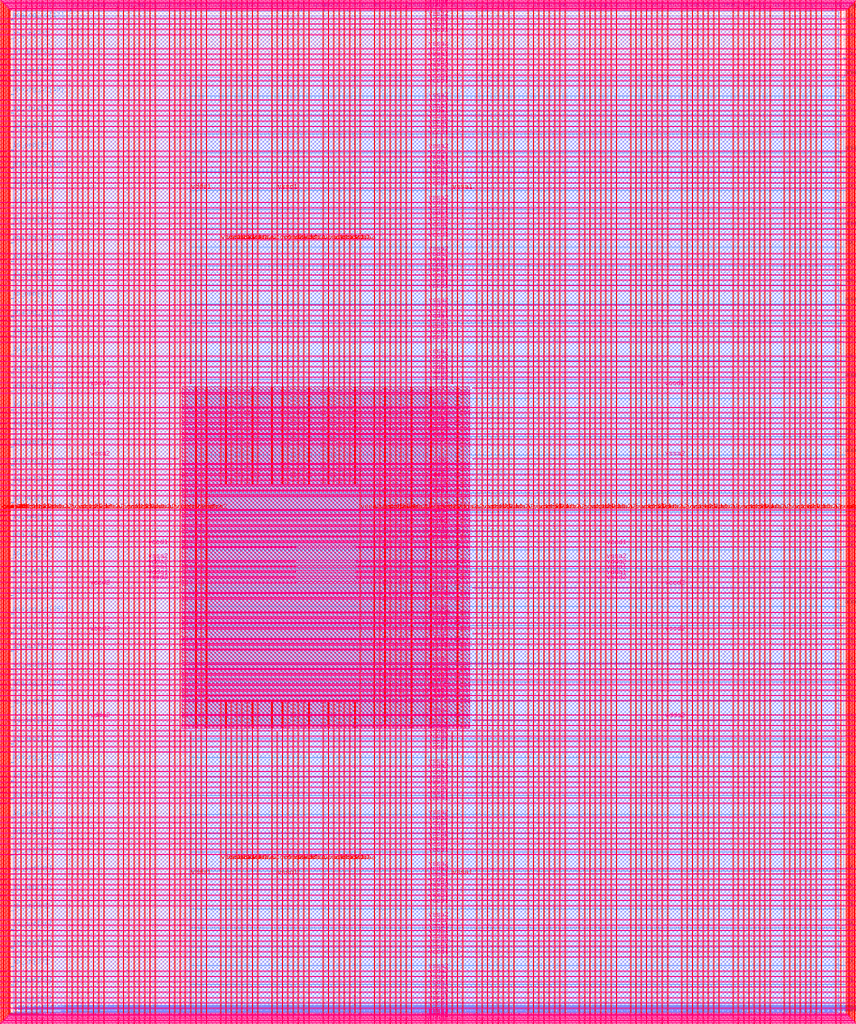
<source format=lef>
VERSION 5.7 ;
  NOWIREEXTENSIONATPIN ON ;
  DIVIDERCHAR "/" ;
  BUSBITCHARS "[]" ;
MACRO user_project_wrapper
  CLASS BLOCK ;
  FOREIGN user_project_wrapper ;
  ORIGIN 0.000 0.000 ;
  SIZE 2920.000 BY 3520.000 ;
  PIN analog_io[0]
    DIRECTION INOUT ;
    USE SIGNAL ;
    PORT
      LAYER met3 ;
        RECT 2917.600 1426.380 2924.800 1427.580 ;
    END
  END analog_io[0]
  PIN analog_io[10]
    DIRECTION INOUT ;
    USE SIGNAL ;
    PORT
      LAYER met2 ;
        RECT 2230.490 3517.600 2231.050 3524.800 ;
    END
  END analog_io[10]
  PIN analog_io[11]
    DIRECTION INOUT ;
    USE SIGNAL ;
    PORT
      LAYER met2 ;
        RECT 1905.730 3517.600 1906.290 3524.800 ;
    END
  END analog_io[11]
  PIN analog_io[12]
    DIRECTION INOUT ;
    USE SIGNAL ;
    PORT
      LAYER met2 ;
        RECT 1581.430 3517.600 1581.990 3524.800 ;
    END
  END analog_io[12]
  PIN analog_io[13]
    DIRECTION INOUT ;
    USE SIGNAL ;
    PORT
      LAYER met2 ;
        RECT 1257.130 3517.600 1257.690 3524.800 ;
    END
  END analog_io[13]
  PIN analog_io[14]
    DIRECTION INOUT ;
    USE SIGNAL ;
    PORT
      LAYER met2 ;
        RECT 932.370 3517.600 932.930 3524.800 ;
    END
  END analog_io[14]
  PIN analog_io[15]
    DIRECTION INOUT ;
    USE SIGNAL ;
    PORT
      LAYER met2 ;
        RECT 608.070 3517.600 608.630 3524.800 ;
    END
  END analog_io[15]
  PIN analog_io[16]
    DIRECTION INOUT ;
    USE SIGNAL ;
    PORT
      LAYER met2 ;
        RECT 283.770 3517.600 284.330 3524.800 ;
    END
  END analog_io[16]
  PIN analog_io[17]
    DIRECTION INOUT ;
    USE SIGNAL ;
    PORT
      LAYER met3 ;
        RECT -4.800 3486.100 2.400 3487.300 ;
    END
  END analog_io[17]
  PIN analog_io[18]
    DIRECTION INOUT ;
    USE SIGNAL ;
    PORT
      LAYER met3 ;
        RECT -4.800 3224.980 2.400 3226.180 ;
    END
  END analog_io[18]
  PIN analog_io[19]
    DIRECTION INOUT ;
    USE SIGNAL ;
    PORT
      LAYER met3 ;
        RECT -4.800 2964.540 2.400 2965.740 ;
    END
  END analog_io[19]
  PIN analog_io[1]
    DIRECTION INOUT ;
    USE SIGNAL ;
    PORT
      LAYER met3 ;
        RECT 2917.600 1692.260 2924.800 1693.460 ;
    END
  END analog_io[1]
  PIN analog_io[20]
    DIRECTION INOUT ;
    USE SIGNAL ;
    PORT
      LAYER met3 ;
        RECT -4.800 2703.420 2.400 2704.620 ;
    END
  END analog_io[20]
  PIN analog_io[21]
    DIRECTION INOUT ;
    USE SIGNAL ;
    PORT
      LAYER met3 ;
        RECT -4.800 2442.980 2.400 2444.180 ;
    END
  END analog_io[21]
  PIN analog_io[22]
    DIRECTION INOUT ;
    USE SIGNAL ;
    PORT
      LAYER met3 ;
        RECT -4.800 2182.540 2.400 2183.740 ;
    END
  END analog_io[22]
  PIN analog_io[23]
    DIRECTION INOUT ;
    USE SIGNAL ;
    PORT
      LAYER met3 ;
        RECT -4.800 1921.420 2.400 1922.620 ;
    END
  END analog_io[23]
  PIN analog_io[24]
    DIRECTION INOUT ;
    USE SIGNAL ;
    PORT
      LAYER met3 ;
        RECT -4.800 1660.980 2.400 1662.180 ;
    END
  END analog_io[24]
  PIN analog_io[25]
    DIRECTION INOUT ;
    USE SIGNAL ;
    PORT
      LAYER met3 ;
        RECT -4.800 1399.860 2.400 1401.060 ;
    END
  END analog_io[25]
  PIN analog_io[26]
    DIRECTION INOUT ;
    USE SIGNAL ;
    PORT
      LAYER met3 ;
        RECT -4.800 1139.420 2.400 1140.620 ;
    END
  END analog_io[26]
  PIN analog_io[27]
    DIRECTION INOUT ;
    USE SIGNAL ;
    PORT
      LAYER met3 ;
        RECT -4.800 878.980 2.400 880.180 ;
    END
  END analog_io[27]
  PIN analog_io[28]
    DIRECTION INOUT ;
    USE SIGNAL ;
    PORT
      LAYER met3 ;
        RECT -4.800 617.860 2.400 619.060 ;
    END
  END analog_io[28]
  PIN analog_io[2]
    DIRECTION INOUT ;
    USE SIGNAL ;
    PORT
      LAYER met3 ;
        RECT 2917.600 1958.140 2924.800 1959.340 ;
    END
  END analog_io[2]
  PIN analog_io[3]
    DIRECTION INOUT ;
    USE SIGNAL ;
    PORT
      LAYER met3 ;
        RECT 2917.600 2223.340 2924.800 2224.540 ;
    END
  END analog_io[3]
  PIN analog_io[4]
    DIRECTION INOUT ;
    USE SIGNAL ;
    PORT
      LAYER met3 ;
        RECT 2917.600 2489.220 2924.800 2490.420 ;
    END
  END analog_io[4]
  PIN analog_io[5]
    DIRECTION INOUT ;
    USE SIGNAL ;
    PORT
      LAYER met3 ;
        RECT 2917.600 2755.100 2924.800 2756.300 ;
    END
  END analog_io[5]
  PIN analog_io[6]
    DIRECTION INOUT ;
    USE SIGNAL ;
    PORT
      LAYER met3 ;
        RECT 2917.600 3020.300 2924.800 3021.500 ;
    END
  END analog_io[6]
  PIN analog_io[7]
    DIRECTION INOUT ;
    USE SIGNAL ;
    PORT
      LAYER met3 ;
        RECT 2917.600 3286.180 2924.800 3287.380 ;
    END
  END analog_io[7]
  PIN analog_io[8]
    DIRECTION INOUT ;
    USE SIGNAL ;
    PORT
      LAYER met2 ;
        RECT 2879.090 3517.600 2879.650 3524.800 ;
    END
  END analog_io[8]
  PIN analog_io[9]
    DIRECTION INOUT ;
    USE SIGNAL ;
    PORT
      LAYER met2 ;
        RECT 2554.790 3517.600 2555.350 3524.800 ;
    END
  END analog_io[9]
  PIN io_in[0]
    DIRECTION INPUT ;
    USE SIGNAL ;
    PORT
      LAYER met3 ;
        RECT 2917.600 32.380 2924.800 33.580 ;
    END
  END io_in[0]
  PIN io_in[10]
    DIRECTION INPUT ;
    USE SIGNAL ;
    PORT
      LAYER met3 ;
        RECT 2917.600 2289.980 2924.800 2291.180 ;
    END
  END io_in[10]
  PIN io_in[11]
    DIRECTION INPUT ;
    USE SIGNAL ;
    PORT
      LAYER met3 ;
        RECT 2917.600 2555.860 2924.800 2557.060 ;
    END
  END io_in[11]
  PIN io_in[12]
    DIRECTION INPUT ;
    USE SIGNAL ;
    PORT
      LAYER met3 ;
        RECT 2917.600 2821.060 2924.800 2822.260 ;
    END
  END io_in[12]
  PIN io_in[13]
    DIRECTION INPUT ;
    USE SIGNAL ;
    PORT
      LAYER met3 ;
        RECT 2917.600 3086.940 2924.800 3088.140 ;
    END
  END io_in[13]
  PIN io_in[14]
    DIRECTION INPUT ;
    USE SIGNAL ;
    PORT
      LAYER met3 ;
        RECT 2917.600 3352.820 2924.800 3354.020 ;
    END
  END io_in[14]
  PIN io_in[15]
    DIRECTION INPUT ;
    USE SIGNAL ;
    PORT
      LAYER met2 ;
        RECT 2798.130 3517.600 2798.690 3524.800 ;
    END
  END io_in[15]
  PIN io_in[16]
    DIRECTION INPUT ;
    USE SIGNAL ;
    PORT
      LAYER met2 ;
        RECT 2473.830 3517.600 2474.390 3524.800 ;
    END
  END io_in[16]
  PIN io_in[17]
    DIRECTION INPUT ;
    USE SIGNAL ;
    PORT
      LAYER met2 ;
        RECT 2149.070 3517.600 2149.630 3524.800 ;
    END
  END io_in[17]
  PIN io_in[18]
    DIRECTION INPUT ;
    USE SIGNAL ;
    PORT
      LAYER met2 ;
        RECT 1824.770 3517.600 1825.330 3524.800 ;
    END
  END io_in[18]
  PIN io_in[19]
    DIRECTION INPUT ;
    USE SIGNAL ;
    PORT
      LAYER met2 ;
        RECT 1500.470 3517.600 1501.030 3524.800 ;
    END
  END io_in[19]
  PIN io_in[1]
    DIRECTION INPUT ;
    USE SIGNAL ;
    PORT
      LAYER met3 ;
        RECT 2917.600 230.940 2924.800 232.140 ;
    END
  END io_in[1]
  PIN io_in[20]
    DIRECTION INPUT ;
    USE SIGNAL ;
    PORT
      LAYER met2 ;
        RECT 1175.710 3517.600 1176.270 3524.800 ;
    END
  END io_in[20]
  PIN io_in[21]
    DIRECTION INPUT ;
    USE SIGNAL ;
    PORT
      LAYER met2 ;
        RECT 851.410 3517.600 851.970 3524.800 ;
    END
  END io_in[21]
  PIN io_in[22]
    DIRECTION INPUT ;
    USE SIGNAL ;
    PORT
      LAYER met2 ;
        RECT 527.110 3517.600 527.670 3524.800 ;
    END
  END io_in[22]
  PIN io_in[23]
    DIRECTION INPUT ;
    USE SIGNAL ;
    PORT
      LAYER met2 ;
        RECT 202.350 3517.600 202.910 3524.800 ;
    END
  END io_in[23]
  PIN io_in[24]
    DIRECTION INPUT ;
    USE SIGNAL ;
    PORT
      LAYER met3 ;
        RECT -4.800 3420.820 2.400 3422.020 ;
    END
  END io_in[24]
  PIN io_in[25]
    DIRECTION INPUT ;
    USE SIGNAL ;
    PORT
      LAYER met3 ;
        RECT -4.800 3159.700 2.400 3160.900 ;
    END
  END io_in[25]
  PIN io_in[26]
    DIRECTION INPUT ;
    USE SIGNAL ;
    PORT
      LAYER met3 ;
        RECT -4.800 2899.260 2.400 2900.460 ;
    END
  END io_in[26]
  PIN io_in[27]
    DIRECTION INPUT ;
    USE SIGNAL ;
    PORT
      LAYER met3 ;
        RECT -4.800 2638.820 2.400 2640.020 ;
    END
  END io_in[27]
  PIN io_in[28]
    DIRECTION INPUT ;
    USE SIGNAL ;
    PORT
      LAYER met3 ;
        RECT -4.800 2377.700 2.400 2378.900 ;
    END
  END io_in[28]
  PIN io_in[29]
    DIRECTION INPUT ;
    USE SIGNAL ;
    PORT
      LAYER met3 ;
        RECT -4.800 2117.260 2.400 2118.460 ;
    END
  END io_in[29]
  PIN io_in[2]
    DIRECTION INPUT ;
    USE SIGNAL ;
    PORT
      LAYER met3 ;
        RECT 2917.600 430.180 2924.800 431.380 ;
    END
  END io_in[2]
  PIN io_in[30]
    DIRECTION INPUT ;
    USE SIGNAL ;
    PORT
      LAYER met3 ;
        RECT -4.800 1856.140 2.400 1857.340 ;
    END
  END io_in[30]
  PIN io_in[31]
    DIRECTION INPUT ;
    USE SIGNAL ;
    PORT
      LAYER met3 ;
        RECT -4.800 1595.700 2.400 1596.900 ;
    END
  END io_in[31]
  PIN io_in[32]
    DIRECTION INPUT ;
    USE SIGNAL ;
    PORT
      LAYER met3 ;
        RECT -4.800 1335.260 2.400 1336.460 ;
    END
  END io_in[32]
  PIN io_in[33]
    DIRECTION INPUT ;
    USE SIGNAL ;
    PORT
      LAYER met3 ;
        RECT -4.800 1074.140 2.400 1075.340 ;
    END
  END io_in[33]
  PIN io_in[34]
    DIRECTION INPUT ;
    USE SIGNAL ;
    PORT
      LAYER met3 ;
        RECT -4.800 813.700 2.400 814.900 ;
    END
  END io_in[34]
  PIN io_in[35]
    DIRECTION INPUT ;
    USE SIGNAL ;
    PORT
      LAYER met3 ;
        RECT -4.800 552.580 2.400 553.780 ;
    END
  END io_in[35]
  PIN io_in[36]
    DIRECTION INPUT ;
    USE SIGNAL ;
    PORT
      LAYER met3 ;
        RECT -4.800 357.420 2.400 358.620 ;
    END
  END io_in[36]
  PIN io_in[37]
    DIRECTION INPUT ;
    USE SIGNAL ;
    PORT
      LAYER met3 ;
        RECT -4.800 161.580 2.400 162.780 ;
    END
  END io_in[37]
  PIN io_in[3]
    DIRECTION INPUT ;
    USE SIGNAL ;
    PORT
      LAYER met3 ;
        RECT 2917.600 629.420 2924.800 630.620 ;
    END
  END io_in[3]
  PIN io_in[4]
    DIRECTION INPUT ;
    USE SIGNAL ;
    PORT
      LAYER met3 ;
        RECT 2917.600 828.660 2924.800 829.860 ;
    END
  END io_in[4]
  PIN io_in[5]
    DIRECTION INPUT ;
    USE SIGNAL ;
    PORT
      LAYER met3 ;
        RECT 2917.600 1027.900 2924.800 1029.100 ;
    END
  END io_in[5]
  PIN io_in[6]
    DIRECTION INPUT ;
    USE SIGNAL ;
    PORT
      LAYER met3 ;
        RECT 2917.600 1227.140 2924.800 1228.340 ;
    END
  END io_in[6]
  PIN io_in[7]
    DIRECTION INPUT ;
    USE SIGNAL ;
    PORT
      LAYER met3 ;
        RECT 2917.600 1493.020 2924.800 1494.220 ;
    END
  END io_in[7]
  PIN io_in[8]
    DIRECTION INPUT ;
    USE SIGNAL ;
    PORT
      LAYER met3 ;
        RECT 2917.600 1758.900 2924.800 1760.100 ;
    END
  END io_in[8]
  PIN io_in[9]
    DIRECTION INPUT ;
    USE SIGNAL ;
    PORT
      LAYER met3 ;
        RECT 2917.600 2024.100 2924.800 2025.300 ;
    END
  END io_in[9]
  PIN io_oeb[0]
    DIRECTION OUTPUT TRISTATE ;
    USE SIGNAL ;
    PORT
      LAYER met3 ;
        RECT 2917.600 164.980 2924.800 166.180 ;
    END
  END io_oeb[0]
  PIN io_oeb[10]
    DIRECTION OUTPUT TRISTATE ;
    USE SIGNAL ;
    PORT
      LAYER met3 ;
        RECT 2917.600 2422.580 2924.800 2423.780 ;
    END
  END io_oeb[10]
  PIN io_oeb[11]
    DIRECTION OUTPUT TRISTATE ;
    USE SIGNAL ;
    PORT
      LAYER met3 ;
        RECT 2917.600 2688.460 2924.800 2689.660 ;
    END
  END io_oeb[11]
  PIN io_oeb[12]
    DIRECTION OUTPUT TRISTATE ;
    USE SIGNAL ;
    PORT
      LAYER met3 ;
        RECT 2917.600 2954.340 2924.800 2955.540 ;
    END
  END io_oeb[12]
  PIN io_oeb[13]
    DIRECTION OUTPUT TRISTATE ;
    USE SIGNAL ;
    PORT
      LAYER met3 ;
        RECT 2917.600 3219.540 2924.800 3220.740 ;
    END
  END io_oeb[13]
  PIN io_oeb[14]
    DIRECTION OUTPUT TRISTATE ;
    USE SIGNAL ;
    PORT
      LAYER met3 ;
        RECT 2917.600 3485.420 2924.800 3486.620 ;
    END
  END io_oeb[14]
  PIN io_oeb[15]
    DIRECTION OUTPUT TRISTATE ;
    USE SIGNAL ;
    PORT
      LAYER met2 ;
        RECT 2635.750 3517.600 2636.310 3524.800 ;
    END
  END io_oeb[15]
  PIN io_oeb[16]
    DIRECTION OUTPUT TRISTATE ;
    USE SIGNAL ;
    PORT
      LAYER met2 ;
        RECT 2311.450 3517.600 2312.010 3524.800 ;
    END
  END io_oeb[16]
  PIN io_oeb[17]
    DIRECTION OUTPUT TRISTATE ;
    USE SIGNAL ;
    PORT
      LAYER met2 ;
        RECT 1987.150 3517.600 1987.710 3524.800 ;
    END
  END io_oeb[17]
  PIN io_oeb[18]
    DIRECTION OUTPUT TRISTATE ;
    USE SIGNAL ;
    PORT
      LAYER met2 ;
        RECT 1662.390 3517.600 1662.950 3524.800 ;
    END
  END io_oeb[18]
  PIN io_oeb[19]
    DIRECTION OUTPUT TRISTATE ;
    USE SIGNAL ;
    PORT
      LAYER met2 ;
        RECT 1338.090 3517.600 1338.650 3524.800 ;
    END
  END io_oeb[19]
  PIN io_oeb[1]
    DIRECTION OUTPUT TRISTATE ;
    USE SIGNAL ;
    PORT
      LAYER met3 ;
        RECT 2917.600 364.220 2924.800 365.420 ;
    END
  END io_oeb[1]
  PIN io_oeb[20]
    DIRECTION OUTPUT TRISTATE ;
    USE SIGNAL ;
    PORT
      LAYER met2 ;
        RECT 1013.790 3517.600 1014.350 3524.800 ;
    END
  END io_oeb[20]
  PIN io_oeb[21]
    DIRECTION OUTPUT TRISTATE ;
    USE SIGNAL ;
    PORT
      LAYER met2 ;
        RECT 689.030 3517.600 689.590 3524.800 ;
    END
  END io_oeb[21]
  PIN io_oeb[22]
    DIRECTION OUTPUT TRISTATE ;
    USE SIGNAL ;
    PORT
      LAYER met2 ;
        RECT 364.730 3517.600 365.290 3524.800 ;
    END
  END io_oeb[22]
  PIN io_oeb[23]
    DIRECTION OUTPUT TRISTATE ;
    USE SIGNAL ;
    PORT
      LAYER met2 ;
        RECT 40.430 3517.600 40.990 3524.800 ;
    END
  END io_oeb[23]
  PIN io_oeb[24]
    DIRECTION OUTPUT TRISTATE ;
    USE SIGNAL ;
    PORT
      LAYER met3 ;
        RECT -4.800 3290.260 2.400 3291.460 ;
    END
  END io_oeb[24]
  PIN io_oeb[25]
    DIRECTION OUTPUT TRISTATE ;
    USE SIGNAL ;
    PORT
      LAYER met3 ;
        RECT -4.800 3029.820 2.400 3031.020 ;
    END
  END io_oeb[25]
  PIN io_oeb[26]
    DIRECTION OUTPUT TRISTATE ;
    USE SIGNAL ;
    PORT
      LAYER met3 ;
        RECT -4.800 2768.700 2.400 2769.900 ;
    END
  END io_oeb[26]
  PIN io_oeb[27]
    DIRECTION OUTPUT TRISTATE ;
    USE SIGNAL ;
    PORT
      LAYER met3 ;
        RECT -4.800 2508.260 2.400 2509.460 ;
    END
  END io_oeb[27]
  PIN io_oeb[28]
    DIRECTION OUTPUT TRISTATE ;
    USE SIGNAL ;
    PORT
      LAYER met3 ;
        RECT -4.800 2247.140 2.400 2248.340 ;
    END
  END io_oeb[28]
  PIN io_oeb[29]
    DIRECTION OUTPUT TRISTATE ;
    USE SIGNAL ;
    PORT
      LAYER met3 ;
        RECT -4.800 1986.700 2.400 1987.900 ;
    END
  END io_oeb[29]
  PIN io_oeb[2]
    DIRECTION OUTPUT TRISTATE ;
    USE SIGNAL ;
    PORT
      LAYER met3 ;
        RECT 2917.600 563.460 2924.800 564.660 ;
    END
  END io_oeb[2]
  PIN io_oeb[30]
    DIRECTION OUTPUT TRISTATE ;
    USE SIGNAL ;
    PORT
      LAYER met3 ;
        RECT -4.800 1726.260 2.400 1727.460 ;
    END
  END io_oeb[30]
  PIN io_oeb[31]
    DIRECTION OUTPUT TRISTATE ;
    USE SIGNAL ;
    PORT
      LAYER met3 ;
        RECT -4.800 1465.140 2.400 1466.340 ;
    END
  END io_oeb[31]
  PIN io_oeb[32]
    DIRECTION OUTPUT TRISTATE ;
    USE SIGNAL ;
    PORT
      LAYER met3 ;
        RECT -4.800 1204.700 2.400 1205.900 ;
    END
  END io_oeb[32]
  PIN io_oeb[33]
    DIRECTION OUTPUT TRISTATE ;
    USE SIGNAL ;
    PORT
      LAYER met3 ;
        RECT -4.800 943.580 2.400 944.780 ;
    END
  END io_oeb[33]
  PIN io_oeb[34]
    DIRECTION OUTPUT TRISTATE ;
    USE SIGNAL ;
    PORT
      LAYER met3 ;
        RECT -4.800 683.140 2.400 684.340 ;
    END
  END io_oeb[34]
  PIN io_oeb[35]
    DIRECTION OUTPUT TRISTATE ;
    USE SIGNAL ;
    PORT
      LAYER met3 ;
        RECT -4.800 422.700 2.400 423.900 ;
    END
  END io_oeb[35]
  PIN io_oeb[36]
    DIRECTION OUTPUT TRISTATE ;
    USE SIGNAL ;
    PORT
      LAYER met3 ;
        RECT -4.800 226.860 2.400 228.060 ;
    END
  END io_oeb[36]
  PIN io_oeb[37]
    DIRECTION OUTPUT TRISTATE ;
    USE SIGNAL ;
    PORT
      LAYER met3 ;
        RECT -4.800 31.700 2.400 32.900 ;
    END
  END io_oeb[37]
  PIN io_oeb[3]
    DIRECTION OUTPUT TRISTATE ;
    USE SIGNAL ;
    PORT
      LAYER met3 ;
        RECT 2917.600 762.700 2924.800 763.900 ;
    END
  END io_oeb[3]
  PIN io_oeb[4]
    DIRECTION OUTPUT TRISTATE ;
    USE SIGNAL ;
    PORT
      LAYER met3 ;
        RECT 2917.600 961.940 2924.800 963.140 ;
    END
  END io_oeb[4]
  PIN io_oeb[5]
    DIRECTION OUTPUT TRISTATE ;
    USE SIGNAL ;
    PORT
      LAYER met3 ;
        RECT 2917.600 1161.180 2924.800 1162.380 ;
    END
  END io_oeb[5]
  PIN io_oeb[6]
    DIRECTION OUTPUT TRISTATE ;
    USE SIGNAL ;
    PORT
      LAYER met3 ;
        RECT 2917.600 1360.420 2924.800 1361.620 ;
    END
  END io_oeb[6]
  PIN io_oeb[7]
    DIRECTION OUTPUT TRISTATE ;
    USE SIGNAL ;
    PORT
      LAYER met3 ;
        RECT 2917.600 1625.620 2924.800 1626.820 ;
    END
  END io_oeb[7]
  PIN io_oeb[8]
    DIRECTION OUTPUT TRISTATE ;
    USE SIGNAL ;
    PORT
      LAYER met3 ;
        RECT 2917.600 1891.500 2924.800 1892.700 ;
    END
  END io_oeb[8]
  PIN io_oeb[9]
    DIRECTION OUTPUT TRISTATE ;
    USE SIGNAL ;
    PORT
      LAYER met3 ;
        RECT 2917.600 2157.380 2924.800 2158.580 ;
    END
  END io_oeb[9]
  PIN io_out[0]
    DIRECTION OUTPUT TRISTATE ;
    USE SIGNAL ;
    PORT
      LAYER met3 ;
        RECT 2917.600 98.340 2924.800 99.540 ;
    END
  END io_out[0]
  PIN io_out[10]
    DIRECTION OUTPUT TRISTATE ;
    USE SIGNAL ;
    PORT
      LAYER met3 ;
        RECT 2917.600 2356.620 2924.800 2357.820 ;
    END
  END io_out[10]
  PIN io_out[11]
    DIRECTION OUTPUT TRISTATE ;
    USE SIGNAL ;
    PORT
      LAYER met3 ;
        RECT 2917.600 2621.820 2924.800 2623.020 ;
    END
  END io_out[11]
  PIN io_out[12]
    DIRECTION OUTPUT TRISTATE ;
    USE SIGNAL ;
    PORT
      LAYER met3 ;
        RECT 2917.600 2887.700 2924.800 2888.900 ;
    END
  END io_out[12]
  PIN io_out[13]
    DIRECTION OUTPUT TRISTATE ;
    USE SIGNAL ;
    PORT
      LAYER met3 ;
        RECT 2917.600 3153.580 2924.800 3154.780 ;
    END
  END io_out[13]
  PIN io_out[14]
    DIRECTION OUTPUT TRISTATE ;
    USE SIGNAL ;
    PORT
      LAYER met3 ;
        RECT 2917.600 3418.780 2924.800 3419.980 ;
    END
  END io_out[14]
  PIN io_out[15]
    DIRECTION OUTPUT TRISTATE ;
    USE SIGNAL ;
    PORT
      LAYER met2 ;
        RECT 2717.170 3517.600 2717.730 3524.800 ;
    END
  END io_out[15]
  PIN io_out[16]
    DIRECTION OUTPUT TRISTATE ;
    USE SIGNAL ;
    PORT
      LAYER met2 ;
        RECT 2392.410 3517.600 2392.970 3524.800 ;
    END
  END io_out[16]
  PIN io_out[17]
    DIRECTION OUTPUT TRISTATE ;
    USE SIGNAL ;
    PORT
      LAYER met2 ;
        RECT 2068.110 3517.600 2068.670 3524.800 ;
    END
  END io_out[17]
  PIN io_out[18]
    DIRECTION OUTPUT TRISTATE ;
    USE SIGNAL ;
    PORT
      LAYER met2 ;
        RECT 1743.810 3517.600 1744.370 3524.800 ;
    END
  END io_out[18]
  PIN io_out[19]
    DIRECTION OUTPUT TRISTATE ;
    USE SIGNAL ;
    PORT
      LAYER met2 ;
        RECT 1419.050 3517.600 1419.610 3524.800 ;
    END
  END io_out[19]
  PIN io_out[1]
    DIRECTION OUTPUT TRISTATE ;
    USE SIGNAL ;
    PORT
      LAYER met3 ;
        RECT 2917.600 297.580 2924.800 298.780 ;
    END
  END io_out[1]
  PIN io_out[20]
    DIRECTION OUTPUT TRISTATE ;
    USE SIGNAL ;
    PORT
      LAYER met2 ;
        RECT 1094.750 3517.600 1095.310 3524.800 ;
    END
  END io_out[20]
  PIN io_out[21]
    DIRECTION OUTPUT TRISTATE ;
    USE SIGNAL ;
    PORT
      LAYER met2 ;
        RECT 770.450 3517.600 771.010 3524.800 ;
    END
  END io_out[21]
  PIN io_out[22]
    DIRECTION OUTPUT TRISTATE ;
    USE SIGNAL ;
    PORT
      LAYER met2 ;
        RECT 445.690 3517.600 446.250 3524.800 ;
    END
  END io_out[22]
  PIN io_out[23]
    DIRECTION OUTPUT TRISTATE ;
    USE SIGNAL ;
    PORT
      LAYER met2 ;
        RECT 121.390 3517.600 121.950 3524.800 ;
    END
  END io_out[23]
  PIN io_out[24]
    DIRECTION OUTPUT TRISTATE ;
    USE SIGNAL ;
    PORT
      LAYER met3 ;
        RECT -4.800 3355.540 2.400 3356.740 ;
    END
  END io_out[24]
  PIN io_out[25]
    DIRECTION OUTPUT TRISTATE ;
    USE SIGNAL ;
    PORT
      LAYER met3 ;
        RECT -4.800 3095.100 2.400 3096.300 ;
    END
  END io_out[25]
  PIN io_out[26]
    DIRECTION OUTPUT TRISTATE ;
    USE SIGNAL ;
    PORT
      LAYER met3 ;
        RECT -4.800 2833.980 2.400 2835.180 ;
    END
  END io_out[26]
  PIN io_out[27]
    DIRECTION OUTPUT TRISTATE ;
    USE SIGNAL ;
    PORT
      LAYER met3 ;
        RECT -4.800 2573.540 2.400 2574.740 ;
    END
  END io_out[27]
  PIN io_out[28]
    DIRECTION OUTPUT TRISTATE ;
    USE SIGNAL ;
    PORT
      LAYER met3 ;
        RECT -4.800 2312.420 2.400 2313.620 ;
    END
  END io_out[28]
  PIN io_out[29]
    DIRECTION OUTPUT TRISTATE ;
    USE SIGNAL ;
    PORT
      LAYER met3 ;
        RECT -4.800 2051.980 2.400 2053.180 ;
    END
  END io_out[29]
  PIN io_out[2]
    DIRECTION OUTPUT TRISTATE ;
    USE SIGNAL ;
    PORT
      LAYER met3 ;
        RECT 2917.600 496.820 2924.800 498.020 ;
    END
  END io_out[2]
  PIN io_out[30]
    DIRECTION OUTPUT TRISTATE ;
    USE SIGNAL ;
    PORT
      LAYER met3 ;
        RECT -4.800 1791.540 2.400 1792.740 ;
    END
  END io_out[30]
  PIN io_out[31]
    DIRECTION OUTPUT TRISTATE ;
    USE SIGNAL ;
    PORT
      LAYER met3 ;
        RECT -4.800 1530.420 2.400 1531.620 ;
    END
  END io_out[31]
  PIN io_out[32]
    DIRECTION OUTPUT TRISTATE ;
    USE SIGNAL ;
    PORT
      LAYER met3 ;
        RECT -4.800 1269.980 2.400 1271.180 ;
    END
  END io_out[32]
  PIN io_out[33]
    DIRECTION OUTPUT TRISTATE ;
    USE SIGNAL ;
    PORT
      LAYER met3 ;
        RECT -4.800 1008.860 2.400 1010.060 ;
    END
  END io_out[33]
  PIN io_out[34]
    DIRECTION OUTPUT TRISTATE ;
    USE SIGNAL ;
    PORT
      LAYER met3 ;
        RECT -4.800 748.420 2.400 749.620 ;
    END
  END io_out[34]
  PIN io_out[35]
    DIRECTION OUTPUT TRISTATE ;
    USE SIGNAL ;
    PORT
      LAYER met3 ;
        RECT -4.800 487.300 2.400 488.500 ;
    END
  END io_out[35]
  PIN io_out[36]
    DIRECTION OUTPUT TRISTATE ;
    USE SIGNAL ;
    PORT
      LAYER met3 ;
        RECT -4.800 292.140 2.400 293.340 ;
    END
  END io_out[36]
  PIN io_out[37]
    DIRECTION OUTPUT TRISTATE ;
    USE SIGNAL ;
    PORT
      LAYER met3 ;
        RECT -4.800 96.300 2.400 97.500 ;
    END
  END io_out[37]
  PIN io_out[3]
    DIRECTION OUTPUT TRISTATE ;
    USE SIGNAL ;
    PORT
      LAYER met3 ;
        RECT 2917.600 696.060 2924.800 697.260 ;
    END
  END io_out[3]
  PIN io_out[4]
    DIRECTION OUTPUT TRISTATE ;
    USE SIGNAL ;
    PORT
      LAYER met3 ;
        RECT 2917.600 895.300 2924.800 896.500 ;
    END
  END io_out[4]
  PIN io_out[5]
    DIRECTION OUTPUT TRISTATE ;
    USE SIGNAL ;
    PORT
      LAYER met3 ;
        RECT 2917.600 1094.540 2924.800 1095.740 ;
    END
  END io_out[5]
  PIN io_out[6]
    DIRECTION OUTPUT TRISTATE ;
    USE SIGNAL ;
    PORT
      LAYER met3 ;
        RECT 2917.600 1293.780 2924.800 1294.980 ;
    END
  END io_out[6]
  PIN io_out[7]
    DIRECTION OUTPUT TRISTATE ;
    USE SIGNAL ;
    PORT
      LAYER met3 ;
        RECT 2917.600 1559.660 2924.800 1560.860 ;
    END
  END io_out[7]
  PIN io_out[8]
    DIRECTION OUTPUT TRISTATE ;
    USE SIGNAL ;
    PORT
      LAYER met3 ;
        RECT 2917.600 1824.860 2924.800 1826.060 ;
    END
  END io_out[8]
  PIN io_out[9]
    DIRECTION OUTPUT TRISTATE ;
    USE SIGNAL ;
    PORT
      LAYER met3 ;
        RECT 2917.600 2090.740 2924.800 2091.940 ;
    END
  END io_out[9]
  PIN la_data_in[0]
    DIRECTION INPUT ;
    USE SIGNAL ;
    PORT
      LAYER met2 ;
        RECT 629.230 -4.800 629.790 2.400 ;
    END
  END la_data_in[0]
  PIN la_data_in[100]
    DIRECTION INPUT ;
    USE SIGNAL ;
    PORT
      LAYER met2 ;
        RECT 2402.530 -4.800 2403.090 2.400 ;
    END
  END la_data_in[100]
  PIN la_data_in[101]
    DIRECTION INPUT ;
    USE SIGNAL ;
    PORT
      LAYER met2 ;
        RECT 2420.010 -4.800 2420.570 2.400 ;
    END
  END la_data_in[101]
  PIN la_data_in[102]
    DIRECTION INPUT ;
    USE SIGNAL ;
    PORT
      LAYER met2 ;
        RECT 2437.950 -4.800 2438.510 2.400 ;
    END
  END la_data_in[102]
  PIN la_data_in[103]
    DIRECTION INPUT ;
    USE SIGNAL ;
    PORT
      LAYER met2 ;
        RECT 2455.430 -4.800 2455.990 2.400 ;
    END
  END la_data_in[103]
  PIN la_data_in[104]
    DIRECTION INPUT ;
    USE SIGNAL ;
    PORT
      LAYER met2 ;
        RECT 2473.370 -4.800 2473.930 2.400 ;
    END
  END la_data_in[104]
  PIN la_data_in[105]
    DIRECTION INPUT ;
    USE SIGNAL ;
    PORT
      LAYER met2 ;
        RECT 2490.850 -4.800 2491.410 2.400 ;
    END
  END la_data_in[105]
  PIN la_data_in[106]
    DIRECTION INPUT ;
    USE SIGNAL ;
    PORT
      LAYER met2 ;
        RECT 2508.790 -4.800 2509.350 2.400 ;
    END
  END la_data_in[106]
  PIN la_data_in[107]
    DIRECTION INPUT ;
    USE SIGNAL ;
    PORT
      LAYER met2 ;
        RECT 2526.730 -4.800 2527.290 2.400 ;
    END
  END la_data_in[107]
  PIN la_data_in[108]
    DIRECTION INPUT ;
    USE SIGNAL ;
    PORT
      LAYER met2 ;
        RECT 2544.210 -4.800 2544.770 2.400 ;
    END
  END la_data_in[108]
  PIN la_data_in[109]
    DIRECTION INPUT ;
    USE SIGNAL ;
    PORT
      LAYER met2 ;
        RECT 2562.150 -4.800 2562.710 2.400 ;
    END
  END la_data_in[109]
  PIN la_data_in[10]
    DIRECTION INPUT ;
    USE SIGNAL ;
    PORT
      LAYER met2 ;
        RECT 806.330 -4.800 806.890 2.400 ;
    END
  END la_data_in[10]
  PIN la_data_in[110]
    DIRECTION INPUT ;
    USE SIGNAL ;
    PORT
      LAYER met2 ;
        RECT 2579.630 -4.800 2580.190 2.400 ;
    END
  END la_data_in[110]
  PIN la_data_in[111]
    DIRECTION INPUT ;
    USE SIGNAL ;
    PORT
      LAYER met2 ;
        RECT 2597.570 -4.800 2598.130 2.400 ;
    END
  END la_data_in[111]
  PIN la_data_in[112]
    DIRECTION INPUT ;
    USE SIGNAL ;
    PORT
      LAYER met2 ;
        RECT 2615.050 -4.800 2615.610 2.400 ;
    END
  END la_data_in[112]
  PIN la_data_in[113]
    DIRECTION INPUT ;
    USE SIGNAL ;
    PORT
      LAYER met2 ;
        RECT 2632.990 -4.800 2633.550 2.400 ;
    END
  END la_data_in[113]
  PIN la_data_in[114]
    DIRECTION INPUT ;
    USE SIGNAL ;
    PORT
      LAYER met2 ;
        RECT 2650.470 -4.800 2651.030 2.400 ;
    END
  END la_data_in[114]
  PIN la_data_in[115]
    DIRECTION INPUT ;
    USE SIGNAL ;
    PORT
      LAYER met2 ;
        RECT 2668.410 -4.800 2668.970 2.400 ;
    END
  END la_data_in[115]
  PIN la_data_in[116]
    DIRECTION INPUT ;
    USE SIGNAL ;
    PORT
      LAYER met2 ;
        RECT 2685.890 -4.800 2686.450 2.400 ;
    END
  END la_data_in[116]
  PIN la_data_in[117]
    DIRECTION INPUT ;
    USE SIGNAL ;
    PORT
      LAYER met2 ;
        RECT 2703.830 -4.800 2704.390 2.400 ;
    END
  END la_data_in[117]
  PIN la_data_in[118]
    DIRECTION INPUT ;
    USE SIGNAL ;
    PORT
      LAYER met2 ;
        RECT 2721.770 -4.800 2722.330 2.400 ;
    END
  END la_data_in[118]
  PIN la_data_in[119]
    DIRECTION INPUT ;
    USE SIGNAL ;
    PORT
      LAYER met2 ;
        RECT 2739.250 -4.800 2739.810 2.400 ;
    END
  END la_data_in[119]
  PIN la_data_in[11]
    DIRECTION INPUT ;
    USE SIGNAL ;
    PORT
      LAYER met2 ;
        RECT 824.270 -4.800 824.830 2.400 ;
    END
  END la_data_in[11]
  PIN la_data_in[120]
    DIRECTION INPUT ;
    USE SIGNAL ;
    PORT
      LAYER met2 ;
        RECT 2757.190 -4.800 2757.750 2.400 ;
    END
  END la_data_in[120]
  PIN la_data_in[121]
    DIRECTION INPUT ;
    USE SIGNAL ;
    PORT
      LAYER met2 ;
        RECT 2774.670 -4.800 2775.230 2.400 ;
    END
  END la_data_in[121]
  PIN la_data_in[122]
    DIRECTION INPUT ;
    USE SIGNAL ;
    PORT
      LAYER met2 ;
        RECT 2792.610 -4.800 2793.170 2.400 ;
    END
  END la_data_in[122]
  PIN la_data_in[123]
    DIRECTION INPUT ;
    USE SIGNAL ;
    PORT
      LAYER met2 ;
        RECT 2810.090 -4.800 2810.650 2.400 ;
    END
  END la_data_in[123]
  PIN la_data_in[124]
    DIRECTION INPUT ;
    USE SIGNAL ;
    PORT
      LAYER met2 ;
        RECT 2828.030 -4.800 2828.590 2.400 ;
    END
  END la_data_in[124]
  PIN la_data_in[125]
    DIRECTION INPUT ;
    USE SIGNAL ;
    PORT
      LAYER met2 ;
        RECT 2845.510 -4.800 2846.070 2.400 ;
    END
  END la_data_in[125]
  PIN la_data_in[126]
    DIRECTION INPUT ;
    USE SIGNAL ;
    PORT
      LAYER met2 ;
        RECT 2863.450 -4.800 2864.010 2.400 ;
    END
  END la_data_in[126]
  PIN la_data_in[127]
    DIRECTION INPUT ;
    USE SIGNAL ;
    PORT
      LAYER met2 ;
        RECT 2881.390 -4.800 2881.950 2.400 ;
    END
  END la_data_in[127]
  PIN la_data_in[12]
    DIRECTION INPUT ;
    USE SIGNAL ;
    PORT
      LAYER met2 ;
        RECT 841.750 -4.800 842.310 2.400 ;
    END
  END la_data_in[12]
  PIN la_data_in[13]
    DIRECTION INPUT ;
    USE SIGNAL ;
    PORT
      LAYER met2 ;
        RECT 859.690 -4.800 860.250 2.400 ;
    END
  END la_data_in[13]
  PIN la_data_in[14]
    DIRECTION INPUT ;
    USE SIGNAL ;
    PORT
      LAYER met2 ;
        RECT 877.170 -4.800 877.730 2.400 ;
    END
  END la_data_in[14]
  PIN la_data_in[15]
    DIRECTION INPUT ;
    USE SIGNAL ;
    PORT
      LAYER met2 ;
        RECT 895.110 -4.800 895.670 2.400 ;
    END
  END la_data_in[15]
  PIN la_data_in[16]
    DIRECTION INPUT ;
    USE SIGNAL ;
    PORT
      LAYER met2 ;
        RECT 912.590 -4.800 913.150 2.400 ;
    END
  END la_data_in[16]
  PIN la_data_in[17]
    DIRECTION INPUT ;
    USE SIGNAL ;
    PORT
      LAYER met2 ;
        RECT 930.530 -4.800 931.090 2.400 ;
    END
  END la_data_in[17]
  PIN la_data_in[18]
    DIRECTION INPUT ;
    USE SIGNAL ;
    PORT
      LAYER met2 ;
        RECT 948.470 -4.800 949.030 2.400 ;
    END
  END la_data_in[18]
  PIN la_data_in[19]
    DIRECTION INPUT ;
    USE SIGNAL ;
    PORT
      LAYER met2 ;
        RECT 965.950 -4.800 966.510 2.400 ;
    END
  END la_data_in[19]
  PIN la_data_in[1]
    DIRECTION INPUT ;
    USE SIGNAL ;
    PORT
      LAYER met2 ;
        RECT 646.710 -4.800 647.270 2.400 ;
    END
  END la_data_in[1]
  PIN la_data_in[20]
    DIRECTION INPUT ;
    USE SIGNAL ;
    PORT
      LAYER met2 ;
        RECT 983.890 -4.800 984.450 2.400 ;
    END
  END la_data_in[20]
  PIN la_data_in[21]
    DIRECTION INPUT ;
    USE SIGNAL ;
    PORT
      LAYER met2 ;
        RECT 1001.370 -4.800 1001.930 2.400 ;
    END
  END la_data_in[21]
  PIN la_data_in[22]
    DIRECTION INPUT ;
    USE SIGNAL ;
    PORT
      LAYER met2 ;
        RECT 1019.310 -4.800 1019.870 2.400 ;
    END
  END la_data_in[22]
  PIN la_data_in[23]
    DIRECTION INPUT ;
    USE SIGNAL ;
    PORT
      LAYER met2 ;
        RECT 1036.790 -4.800 1037.350 2.400 ;
    END
  END la_data_in[23]
  PIN la_data_in[24]
    DIRECTION INPUT ;
    USE SIGNAL ;
    PORT
      LAYER met2 ;
        RECT 1054.730 -4.800 1055.290 2.400 ;
    END
  END la_data_in[24]
  PIN la_data_in[25]
    DIRECTION INPUT ;
    USE SIGNAL ;
    PORT
      LAYER met2 ;
        RECT 1072.210 -4.800 1072.770 2.400 ;
    END
  END la_data_in[25]
  PIN la_data_in[26]
    DIRECTION INPUT ;
    USE SIGNAL ;
    PORT
      LAYER met2 ;
        RECT 1090.150 -4.800 1090.710 2.400 ;
    END
  END la_data_in[26]
  PIN la_data_in[27]
    DIRECTION INPUT ;
    USE SIGNAL ;
    PORT
      LAYER met2 ;
        RECT 1107.630 -4.800 1108.190 2.400 ;
    END
  END la_data_in[27]
  PIN la_data_in[28]
    DIRECTION INPUT ;
    USE SIGNAL ;
    PORT
      LAYER met2 ;
        RECT 1125.570 -4.800 1126.130 2.400 ;
    END
  END la_data_in[28]
  PIN la_data_in[29]
    DIRECTION INPUT ;
    USE SIGNAL ;
    PORT
      LAYER met2 ;
        RECT 1143.510 -4.800 1144.070 2.400 ;
    END
  END la_data_in[29]
  PIN la_data_in[2]
    DIRECTION INPUT ;
    USE SIGNAL ;
    PORT
      LAYER met2 ;
        RECT 664.650 -4.800 665.210 2.400 ;
    END
  END la_data_in[2]
  PIN la_data_in[30]
    DIRECTION INPUT ;
    USE SIGNAL ;
    PORT
      LAYER met2 ;
        RECT 1160.990 -4.800 1161.550 2.400 ;
    END
  END la_data_in[30]
  PIN la_data_in[31]
    DIRECTION INPUT ;
    USE SIGNAL ;
    PORT
      LAYER met2 ;
        RECT 1178.930 -4.800 1179.490 2.400 ;
    END
  END la_data_in[31]
  PIN la_data_in[32]
    DIRECTION INPUT ;
    USE SIGNAL ;
    PORT
      LAYER met2 ;
        RECT 1196.410 -4.800 1196.970 2.400 ;
    END
  END la_data_in[32]
  PIN la_data_in[33]
    DIRECTION INPUT ;
    USE SIGNAL ;
    PORT
      LAYER met2 ;
        RECT 1214.350 -4.800 1214.910 2.400 ;
    END
  END la_data_in[33]
  PIN la_data_in[34]
    DIRECTION INPUT ;
    USE SIGNAL ;
    PORT
      LAYER met2 ;
        RECT 1231.830 -4.800 1232.390 2.400 ;
    END
  END la_data_in[34]
  PIN la_data_in[35]
    DIRECTION INPUT ;
    USE SIGNAL ;
    PORT
      LAYER met2 ;
        RECT 1249.770 -4.800 1250.330 2.400 ;
    END
  END la_data_in[35]
  PIN la_data_in[36]
    DIRECTION INPUT ;
    USE SIGNAL ;
    PORT
      LAYER met2 ;
        RECT 1267.250 -4.800 1267.810 2.400 ;
    END
  END la_data_in[36]
  PIN la_data_in[37]
    DIRECTION INPUT ;
    USE SIGNAL ;
    PORT
      LAYER met2 ;
        RECT 1285.190 -4.800 1285.750 2.400 ;
    END
  END la_data_in[37]
  PIN la_data_in[38]
    DIRECTION INPUT ;
    USE SIGNAL ;
    PORT
      LAYER met2 ;
        RECT 1303.130 -4.800 1303.690 2.400 ;
    END
  END la_data_in[38]
  PIN la_data_in[39]
    DIRECTION INPUT ;
    USE SIGNAL ;
    PORT
      LAYER met2 ;
        RECT 1320.610 -4.800 1321.170 2.400 ;
    END
  END la_data_in[39]
  PIN la_data_in[3]
    DIRECTION INPUT ;
    USE SIGNAL ;
    PORT
      LAYER met2 ;
        RECT 682.130 -4.800 682.690 2.400 ;
    END
  END la_data_in[3]
  PIN la_data_in[40]
    DIRECTION INPUT ;
    USE SIGNAL ;
    PORT
      LAYER met2 ;
        RECT 1338.550 -4.800 1339.110 2.400 ;
    END
  END la_data_in[40]
  PIN la_data_in[41]
    DIRECTION INPUT ;
    USE SIGNAL ;
    PORT
      LAYER met2 ;
        RECT 1356.030 -4.800 1356.590 2.400 ;
    END
  END la_data_in[41]
  PIN la_data_in[42]
    DIRECTION INPUT ;
    USE SIGNAL ;
    PORT
      LAYER met2 ;
        RECT 1373.970 -4.800 1374.530 2.400 ;
    END
  END la_data_in[42]
  PIN la_data_in[43]
    DIRECTION INPUT ;
    USE SIGNAL ;
    PORT
      LAYER met2 ;
        RECT 1391.450 -4.800 1392.010 2.400 ;
    END
  END la_data_in[43]
  PIN la_data_in[44]
    DIRECTION INPUT ;
    USE SIGNAL ;
    PORT
      LAYER met2 ;
        RECT 1409.390 -4.800 1409.950 2.400 ;
    END
  END la_data_in[44]
  PIN la_data_in[45]
    DIRECTION INPUT ;
    USE SIGNAL ;
    PORT
      LAYER met2 ;
        RECT 1426.870 -4.800 1427.430 2.400 ;
    END
  END la_data_in[45]
  PIN la_data_in[46]
    DIRECTION INPUT ;
    USE SIGNAL ;
    PORT
      LAYER met2 ;
        RECT 1444.810 -4.800 1445.370 2.400 ;
    END
  END la_data_in[46]
  PIN la_data_in[47]
    DIRECTION INPUT ;
    USE SIGNAL ;
    PORT
      LAYER met2 ;
        RECT 1462.750 -4.800 1463.310 2.400 ;
    END
  END la_data_in[47]
  PIN la_data_in[48]
    DIRECTION INPUT ;
    USE SIGNAL ;
    PORT
      LAYER met2 ;
        RECT 1480.230 -4.800 1480.790 2.400 ;
    END
  END la_data_in[48]
  PIN la_data_in[49]
    DIRECTION INPUT ;
    USE SIGNAL ;
    PORT
      LAYER met2 ;
        RECT 1498.170 -4.800 1498.730 2.400 ;
    END
  END la_data_in[49]
  PIN la_data_in[4]
    DIRECTION INPUT ;
    USE SIGNAL ;
    PORT
      LAYER met2 ;
        RECT 700.070 -4.800 700.630 2.400 ;
    END
  END la_data_in[4]
  PIN la_data_in[50]
    DIRECTION INPUT ;
    USE SIGNAL ;
    PORT
      LAYER met2 ;
        RECT 1515.650 -4.800 1516.210 2.400 ;
    END
  END la_data_in[50]
  PIN la_data_in[51]
    DIRECTION INPUT ;
    USE SIGNAL ;
    PORT
      LAYER met2 ;
        RECT 1533.590 -4.800 1534.150 2.400 ;
    END
  END la_data_in[51]
  PIN la_data_in[52]
    DIRECTION INPUT ;
    USE SIGNAL ;
    PORT
      LAYER met2 ;
        RECT 1551.070 -4.800 1551.630 2.400 ;
    END
  END la_data_in[52]
  PIN la_data_in[53]
    DIRECTION INPUT ;
    USE SIGNAL ;
    PORT
      LAYER met2 ;
        RECT 1569.010 -4.800 1569.570 2.400 ;
    END
  END la_data_in[53]
  PIN la_data_in[54]
    DIRECTION INPUT ;
    USE SIGNAL ;
    PORT
      LAYER met2 ;
        RECT 1586.490 -4.800 1587.050 2.400 ;
    END
  END la_data_in[54]
  PIN la_data_in[55]
    DIRECTION INPUT ;
    USE SIGNAL ;
    PORT
      LAYER met2 ;
        RECT 1604.430 -4.800 1604.990 2.400 ;
    END
  END la_data_in[55]
  PIN la_data_in[56]
    DIRECTION INPUT ;
    USE SIGNAL ;
    PORT
      LAYER met2 ;
        RECT 1621.910 -4.800 1622.470 2.400 ;
    END
  END la_data_in[56]
  PIN la_data_in[57]
    DIRECTION INPUT ;
    USE SIGNAL ;
    PORT
      LAYER met2 ;
        RECT 1639.850 -4.800 1640.410 2.400 ;
    END
  END la_data_in[57]
  PIN la_data_in[58]
    DIRECTION INPUT ;
    USE SIGNAL ;
    PORT
      LAYER met2 ;
        RECT 1657.790 -4.800 1658.350 2.400 ;
    END
  END la_data_in[58]
  PIN la_data_in[59]
    DIRECTION INPUT ;
    USE SIGNAL ;
    PORT
      LAYER met2 ;
        RECT 1675.270 -4.800 1675.830 2.400 ;
    END
  END la_data_in[59]
  PIN la_data_in[5]
    DIRECTION INPUT ;
    USE SIGNAL ;
    PORT
      LAYER met2 ;
        RECT 717.550 -4.800 718.110 2.400 ;
    END
  END la_data_in[5]
  PIN la_data_in[60]
    DIRECTION INPUT ;
    USE SIGNAL ;
    PORT
      LAYER met2 ;
        RECT 1693.210 -4.800 1693.770 2.400 ;
    END
  END la_data_in[60]
  PIN la_data_in[61]
    DIRECTION INPUT ;
    USE SIGNAL ;
    PORT
      LAYER met2 ;
        RECT 1710.690 -4.800 1711.250 2.400 ;
    END
  END la_data_in[61]
  PIN la_data_in[62]
    DIRECTION INPUT ;
    USE SIGNAL ;
    PORT
      LAYER met2 ;
        RECT 1728.630 -4.800 1729.190 2.400 ;
    END
  END la_data_in[62]
  PIN la_data_in[63]
    DIRECTION INPUT ;
    USE SIGNAL ;
    PORT
      LAYER met2 ;
        RECT 1746.110 -4.800 1746.670 2.400 ;
    END
  END la_data_in[63]
  PIN la_data_in[64]
    DIRECTION INPUT ;
    USE SIGNAL ;
    PORT
      LAYER met2 ;
        RECT 1764.050 -4.800 1764.610 2.400 ;
    END
  END la_data_in[64]
  PIN la_data_in[65]
    DIRECTION INPUT ;
    USE SIGNAL ;
    PORT
      LAYER met2 ;
        RECT 1781.530 -4.800 1782.090 2.400 ;
    END
  END la_data_in[65]
  PIN la_data_in[66]
    DIRECTION INPUT ;
    USE SIGNAL ;
    PORT
      LAYER met2 ;
        RECT 1799.470 -4.800 1800.030 2.400 ;
    END
  END la_data_in[66]
  PIN la_data_in[67]
    DIRECTION INPUT ;
    USE SIGNAL ;
    PORT
      LAYER met2 ;
        RECT 1817.410 -4.800 1817.970 2.400 ;
    END
  END la_data_in[67]
  PIN la_data_in[68]
    DIRECTION INPUT ;
    USE SIGNAL ;
    PORT
      LAYER met2 ;
        RECT 1834.890 -4.800 1835.450 2.400 ;
    END
  END la_data_in[68]
  PIN la_data_in[69]
    DIRECTION INPUT ;
    USE SIGNAL ;
    PORT
      LAYER met2 ;
        RECT 1852.830 -4.800 1853.390 2.400 ;
    END
  END la_data_in[69]
  PIN la_data_in[6]
    DIRECTION INPUT ;
    USE SIGNAL ;
    PORT
      LAYER met2 ;
        RECT 735.490 -4.800 736.050 2.400 ;
    END
  END la_data_in[6]
  PIN la_data_in[70]
    DIRECTION INPUT ;
    USE SIGNAL ;
    PORT
      LAYER met2 ;
        RECT 1870.310 -4.800 1870.870 2.400 ;
    END
  END la_data_in[70]
  PIN la_data_in[71]
    DIRECTION INPUT ;
    USE SIGNAL ;
    PORT
      LAYER met2 ;
        RECT 1888.250 -4.800 1888.810 2.400 ;
    END
  END la_data_in[71]
  PIN la_data_in[72]
    DIRECTION INPUT ;
    USE SIGNAL ;
    PORT
      LAYER met2 ;
        RECT 1905.730 -4.800 1906.290 2.400 ;
    END
  END la_data_in[72]
  PIN la_data_in[73]
    DIRECTION INPUT ;
    USE SIGNAL ;
    PORT
      LAYER met2 ;
        RECT 1923.670 -4.800 1924.230 2.400 ;
    END
  END la_data_in[73]
  PIN la_data_in[74]
    DIRECTION INPUT ;
    USE SIGNAL ;
    PORT
      LAYER met2 ;
        RECT 1941.150 -4.800 1941.710 2.400 ;
    END
  END la_data_in[74]
  PIN la_data_in[75]
    DIRECTION INPUT ;
    USE SIGNAL ;
    PORT
      LAYER met2 ;
        RECT 1959.090 -4.800 1959.650 2.400 ;
    END
  END la_data_in[75]
  PIN la_data_in[76]
    DIRECTION INPUT ;
    USE SIGNAL ;
    PORT
      LAYER met2 ;
        RECT 1976.570 -4.800 1977.130 2.400 ;
    END
  END la_data_in[76]
  PIN la_data_in[77]
    DIRECTION INPUT ;
    USE SIGNAL ;
    PORT
      LAYER met2 ;
        RECT 1994.510 -4.800 1995.070 2.400 ;
    END
  END la_data_in[77]
  PIN la_data_in[78]
    DIRECTION INPUT ;
    USE SIGNAL ;
    PORT
      LAYER met2 ;
        RECT 2012.450 -4.800 2013.010 2.400 ;
    END
  END la_data_in[78]
  PIN la_data_in[79]
    DIRECTION INPUT ;
    USE SIGNAL ;
    PORT
      LAYER met2 ;
        RECT 2029.930 -4.800 2030.490 2.400 ;
    END
  END la_data_in[79]
  PIN la_data_in[7]
    DIRECTION INPUT ;
    USE SIGNAL ;
    PORT
      LAYER met2 ;
        RECT 752.970 -4.800 753.530 2.400 ;
    END
  END la_data_in[7]
  PIN la_data_in[80]
    DIRECTION INPUT ;
    USE SIGNAL ;
    PORT
      LAYER met2 ;
        RECT 2047.870 -4.800 2048.430 2.400 ;
    END
  END la_data_in[80]
  PIN la_data_in[81]
    DIRECTION INPUT ;
    USE SIGNAL ;
    PORT
      LAYER met2 ;
        RECT 2065.350 -4.800 2065.910 2.400 ;
    END
  END la_data_in[81]
  PIN la_data_in[82]
    DIRECTION INPUT ;
    USE SIGNAL ;
    PORT
      LAYER met2 ;
        RECT 2083.290 -4.800 2083.850 2.400 ;
    END
  END la_data_in[82]
  PIN la_data_in[83]
    DIRECTION INPUT ;
    USE SIGNAL ;
    PORT
      LAYER met2 ;
        RECT 2100.770 -4.800 2101.330 2.400 ;
    END
  END la_data_in[83]
  PIN la_data_in[84]
    DIRECTION INPUT ;
    USE SIGNAL ;
    PORT
      LAYER met2 ;
        RECT 2118.710 -4.800 2119.270 2.400 ;
    END
  END la_data_in[84]
  PIN la_data_in[85]
    DIRECTION INPUT ;
    USE SIGNAL ;
    PORT
      LAYER met2 ;
        RECT 2136.190 -4.800 2136.750 2.400 ;
    END
  END la_data_in[85]
  PIN la_data_in[86]
    DIRECTION INPUT ;
    USE SIGNAL ;
    PORT
      LAYER met2 ;
        RECT 2154.130 -4.800 2154.690 2.400 ;
    END
  END la_data_in[86]
  PIN la_data_in[87]
    DIRECTION INPUT ;
    USE SIGNAL ;
    PORT
      LAYER met2 ;
        RECT 2172.070 -4.800 2172.630 2.400 ;
    END
  END la_data_in[87]
  PIN la_data_in[88]
    DIRECTION INPUT ;
    USE SIGNAL ;
    PORT
      LAYER met2 ;
        RECT 2189.550 -4.800 2190.110 2.400 ;
    END
  END la_data_in[88]
  PIN la_data_in[89]
    DIRECTION INPUT ;
    USE SIGNAL ;
    PORT
      LAYER met2 ;
        RECT 2207.490 -4.800 2208.050 2.400 ;
    END
  END la_data_in[89]
  PIN la_data_in[8]
    DIRECTION INPUT ;
    USE SIGNAL ;
    PORT
      LAYER met2 ;
        RECT 770.910 -4.800 771.470 2.400 ;
    END
  END la_data_in[8]
  PIN la_data_in[90]
    DIRECTION INPUT ;
    USE SIGNAL ;
    PORT
      LAYER met2 ;
        RECT 2224.970 -4.800 2225.530 2.400 ;
    END
  END la_data_in[90]
  PIN la_data_in[91]
    DIRECTION INPUT ;
    USE SIGNAL ;
    PORT
      LAYER met2 ;
        RECT 2242.910 -4.800 2243.470 2.400 ;
    END
  END la_data_in[91]
  PIN la_data_in[92]
    DIRECTION INPUT ;
    USE SIGNAL ;
    PORT
      LAYER met2 ;
        RECT 2260.390 -4.800 2260.950 2.400 ;
    END
  END la_data_in[92]
  PIN la_data_in[93]
    DIRECTION INPUT ;
    USE SIGNAL ;
    PORT
      LAYER met2 ;
        RECT 2278.330 -4.800 2278.890 2.400 ;
    END
  END la_data_in[93]
  PIN la_data_in[94]
    DIRECTION INPUT ;
    USE SIGNAL ;
    PORT
      LAYER met2 ;
        RECT 2295.810 -4.800 2296.370 2.400 ;
    END
  END la_data_in[94]
  PIN la_data_in[95]
    DIRECTION INPUT ;
    USE SIGNAL ;
    PORT
      LAYER met2 ;
        RECT 2313.750 -4.800 2314.310 2.400 ;
    END
  END la_data_in[95]
  PIN la_data_in[96]
    DIRECTION INPUT ;
    USE SIGNAL ;
    PORT
      LAYER met2 ;
        RECT 2331.230 -4.800 2331.790 2.400 ;
    END
  END la_data_in[96]
  PIN la_data_in[97]
    DIRECTION INPUT ;
    USE SIGNAL ;
    PORT
      LAYER met2 ;
        RECT 2349.170 -4.800 2349.730 2.400 ;
    END
  END la_data_in[97]
  PIN la_data_in[98]
    DIRECTION INPUT ;
    USE SIGNAL ;
    PORT
      LAYER met2 ;
        RECT 2367.110 -4.800 2367.670 2.400 ;
    END
  END la_data_in[98]
  PIN la_data_in[99]
    DIRECTION INPUT ;
    USE SIGNAL ;
    PORT
      LAYER met2 ;
        RECT 2384.590 -4.800 2385.150 2.400 ;
    END
  END la_data_in[99]
  PIN la_data_in[9]
    DIRECTION INPUT ;
    USE SIGNAL ;
    PORT
      LAYER met2 ;
        RECT 788.850 -4.800 789.410 2.400 ;
    END
  END la_data_in[9]
  PIN la_data_out[0]
    DIRECTION OUTPUT TRISTATE ;
    USE SIGNAL ;
    PORT
      LAYER met2 ;
        RECT 634.750 -4.800 635.310 2.400 ;
    END
  END la_data_out[0]
  PIN la_data_out[100]
    DIRECTION OUTPUT TRISTATE ;
    USE SIGNAL ;
    PORT
      LAYER met2 ;
        RECT 2408.510 -4.800 2409.070 2.400 ;
    END
  END la_data_out[100]
  PIN la_data_out[101]
    DIRECTION OUTPUT TRISTATE ;
    USE SIGNAL ;
    PORT
      LAYER met2 ;
        RECT 2425.990 -4.800 2426.550 2.400 ;
    END
  END la_data_out[101]
  PIN la_data_out[102]
    DIRECTION OUTPUT TRISTATE ;
    USE SIGNAL ;
    PORT
      LAYER met2 ;
        RECT 2443.930 -4.800 2444.490 2.400 ;
    END
  END la_data_out[102]
  PIN la_data_out[103]
    DIRECTION OUTPUT TRISTATE ;
    USE SIGNAL ;
    PORT
      LAYER met2 ;
        RECT 2461.410 -4.800 2461.970 2.400 ;
    END
  END la_data_out[103]
  PIN la_data_out[104]
    DIRECTION OUTPUT TRISTATE ;
    USE SIGNAL ;
    PORT
      LAYER met2 ;
        RECT 2479.350 -4.800 2479.910 2.400 ;
    END
  END la_data_out[104]
  PIN la_data_out[105]
    DIRECTION OUTPUT TRISTATE ;
    USE SIGNAL ;
    PORT
      LAYER met2 ;
        RECT 2496.830 -4.800 2497.390 2.400 ;
    END
  END la_data_out[105]
  PIN la_data_out[106]
    DIRECTION OUTPUT TRISTATE ;
    USE SIGNAL ;
    PORT
      LAYER met2 ;
        RECT 2514.770 -4.800 2515.330 2.400 ;
    END
  END la_data_out[106]
  PIN la_data_out[107]
    DIRECTION OUTPUT TRISTATE ;
    USE SIGNAL ;
    PORT
      LAYER met2 ;
        RECT 2532.250 -4.800 2532.810 2.400 ;
    END
  END la_data_out[107]
  PIN la_data_out[108]
    DIRECTION OUTPUT TRISTATE ;
    USE SIGNAL ;
    PORT
      LAYER met2 ;
        RECT 2550.190 -4.800 2550.750 2.400 ;
    END
  END la_data_out[108]
  PIN la_data_out[109]
    DIRECTION OUTPUT TRISTATE ;
    USE SIGNAL ;
    PORT
      LAYER met2 ;
        RECT 2567.670 -4.800 2568.230 2.400 ;
    END
  END la_data_out[109]
  PIN la_data_out[10]
    DIRECTION OUTPUT TRISTATE ;
    USE SIGNAL ;
    PORT
      LAYER met2 ;
        RECT 812.310 -4.800 812.870 2.400 ;
    END
  END la_data_out[10]
  PIN la_data_out[110]
    DIRECTION OUTPUT TRISTATE ;
    USE SIGNAL ;
    PORT
      LAYER met2 ;
        RECT 2585.610 -4.800 2586.170 2.400 ;
    END
  END la_data_out[110]
  PIN la_data_out[111]
    DIRECTION OUTPUT TRISTATE ;
    USE SIGNAL ;
    PORT
      LAYER met2 ;
        RECT 2603.550 -4.800 2604.110 2.400 ;
    END
  END la_data_out[111]
  PIN la_data_out[112]
    DIRECTION OUTPUT TRISTATE ;
    USE SIGNAL ;
    PORT
      LAYER met2 ;
        RECT 2621.030 -4.800 2621.590 2.400 ;
    END
  END la_data_out[112]
  PIN la_data_out[113]
    DIRECTION OUTPUT TRISTATE ;
    USE SIGNAL ;
    PORT
      LAYER met2 ;
        RECT 2638.970 -4.800 2639.530 2.400 ;
    END
  END la_data_out[113]
  PIN la_data_out[114]
    DIRECTION OUTPUT TRISTATE ;
    USE SIGNAL ;
    PORT
      LAYER met2 ;
        RECT 2656.450 -4.800 2657.010 2.400 ;
    END
  END la_data_out[114]
  PIN la_data_out[115]
    DIRECTION OUTPUT TRISTATE ;
    USE SIGNAL ;
    PORT
      LAYER met2 ;
        RECT 2674.390 -4.800 2674.950 2.400 ;
    END
  END la_data_out[115]
  PIN la_data_out[116]
    DIRECTION OUTPUT TRISTATE ;
    USE SIGNAL ;
    PORT
      LAYER met2 ;
        RECT 2691.870 -4.800 2692.430 2.400 ;
    END
  END la_data_out[116]
  PIN la_data_out[117]
    DIRECTION OUTPUT TRISTATE ;
    USE SIGNAL ;
    PORT
      LAYER met2 ;
        RECT 2709.810 -4.800 2710.370 2.400 ;
    END
  END la_data_out[117]
  PIN la_data_out[118]
    DIRECTION OUTPUT TRISTATE ;
    USE SIGNAL ;
    PORT
      LAYER met2 ;
        RECT 2727.290 -4.800 2727.850 2.400 ;
    END
  END la_data_out[118]
  PIN la_data_out[119]
    DIRECTION OUTPUT TRISTATE ;
    USE SIGNAL ;
    PORT
      LAYER met2 ;
        RECT 2745.230 -4.800 2745.790 2.400 ;
    END
  END la_data_out[119]
  PIN la_data_out[11]
    DIRECTION OUTPUT TRISTATE ;
    USE SIGNAL ;
    PORT
      LAYER met2 ;
        RECT 830.250 -4.800 830.810 2.400 ;
    END
  END la_data_out[11]
  PIN la_data_out[120]
    DIRECTION OUTPUT TRISTATE ;
    USE SIGNAL ;
    PORT
      LAYER met2 ;
        RECT 2763.170 -4.800 2763.730 2.400 ;
    END
  END la_data_out[120]
  PIN la_data_out[121]
    DIRECTION OUTPUT TRISTATE ;
    USE SIGNAL ;
    PORT
      LAYER met2 ;
        RECT 2780.650 -4.800 2781.210 2.400 ;
    END
  END la_data_out[121]
  PIN la_data_out[122]
    DIRECTION OUTPUT TRISTATE ;
    USE SIGNAL ;
    PORT
      LAYER met2 ;
        RECT 2798.590 -4.800 2799.150 2.400 ;
    END
  END la_data_out[122]
  PIN la_data_out[123]
    DIRECTION OUTPUT TRISTATE ;
    USE SIGNAL ;
    PORT
      LAYER met2 ;
        RECT 2816.070 -4.800 2816.630 2.400 ;
    END
  END la_data_out[123]
  PIN la_data_out[124]
    DIRECTION OUTPUT TRISTATE ;
    USE SIGNAL ;
    PORT
      LAYER met2 ;
        RECT 2834.010 -4.800 2834.570 2.400 ;
    END
  END la_data_out[124]
  PIN la_data_out[125]
    DIRECTION OUTPUT TRISTATE ;
    USE SIGNAL ;
    PORT
      LAYER met2 ;
        RECT 2851.490 -4.800 2852.050 2.400 ;
    END
  END la_data_out[125]
  PIN la_data_out[126]
    DIRECTION OUTPUT TRISTATE ;
    USE SIGNAL ;
    PORT
      LAYER met2 ;
        RECT 2869.430 -4.800 2869.990 2.400 ;
    END
  END la_data_out[126]
  PIN la_data_out[127]
    DIRECTION OUTPUT TRISTATE ;
    USE SIGNAL ;
    PORT
      LAYER met2 ;
        RECT 2886.910 -4.800 2887.470 2.400 ;
    END
  END la_data_out[127]
  PIN la_data_out[12]
    DIRECTION OUTPUT TRISTATE ;
    USE SIGNAL ;
    PORT
      LAYER met2 ;
        RECT 847.730 -4.800 848.290 2.400 ;
    END
  END la_data_out[12]
  PIN la_data_out[13]
    DIRECTION OUTPUT TRISTATE ;
    USE SIGNAL ;
    PORT
      LAYER met2 ;
        RECT 865.670 -4.800 866.230 2.400 ;
    END
  END la_data_out[13]
  PIN la_data_out[14]
    DIRECTION OUTPUT TRISTATE ;
    USE SIGNAL ;
    PORT
      LAYER met2 ;
        RECT 883.150 -4.800 883.710 2.400 ;
    END
  END la_data_out[14]
  PIN la_data_out[15]
    DIRECTION OUTPUT TRISTATE ;
    USE SIGNAL ;
    PORT
      LAYER met2 ;
        RECT 901.090 -4.800 901.650 2.400 ;
    END
  END la_data_out[15]
  PIN la_data_out[16]
    DIRECTION OUTPUT TRISTATE ;
    USE SIGNAL ;
    PORT
      LAYER met2 ;
        RECT 918.570 -4.800 919.130 2.400 ;
    END
  END la_data_out[16]
  PIN la_data_out[17]
    DIRECTION OUTPUT TRISTATE ;
    USE SIGNAL ;
    PORT
      LAYER met2 ;
        RECT 936.510 -4.800 937.070 2.400 ;
    END
  END la_data_out[17]
  PIN la_data_out[18]
    DIRECTION OUTPUT TRISTATE ;
    USE SIGNAL ;
    PORT
      LAYER met2 ;
        RECT 953.990 -4.800 954.550 2.400 ;
    END
  END la_data_out[18]
  PIN la_data_out[19]
    DIRECTION OUTPUT TRISTATE ;
    USE SIGNAL ;
    PORT
      LAYER met2 ;
        RECT 971.930 -4.800 972.490 2.400 ;
    END
  END la_data_out[19]
  PIN la_data_out[1]
    DIRECTION OUTPUT TRISTATE ;
    USE SIGNAL ;
    PORT
      LAYER met2 ;
        RECT 652.690 -4.800 653.250 2.400 ;
    END
  END la_data_out[1]
  PIN la_data_out[20]
    DIRECTION OUTPUT TRISTATE ;
    USE SIGNAL ;
    PORT
      LAYER met2 ;
        RECT 989.410 -4.800 989.970 2.400 ;
    END
  END la_data_out[20]
  PIN la_data_out[21]
    DIRECTION OUTPUT TRISTATE ;
    USE SIGNAL ;
    PORT
      LAYER met2 ;
        RECT 1007.350 -4.800 1007.910 2.400 ;
    END
  END la_data_out[21]
  PIN la_data_out[22]
    DIRECTION OUTPUT TRISTATE ;
    USE SIGNAL ;
    PORT
      LAYER met2 ;
        RECT 1025.290 -4.800 1025.850 2.400 ;
    END
  END la_data_out[22]
  PIN la_data_out[23]
    DIRECTION OUTPUT TRISTATE ;
    USE SIGNAL ;
    PORT
      LAYER met2 ;
        RECT 1042.770 -4.800 1043.330 2.400 ;
    END
  END la_data_out[23]
  PIN la_data_out[24]
    DIRECTION OUTPUT TRISTATE ;
    USE SIGNAL ;
    PORT
      LAYER met2 ;
        RECT 1060.710 -4.800 1061.270 2.400 ;
    END
  END la_data_out[24]
  PIN la_data_out[25]
    DIRECTION OUTPUT TRISTATE ;
    USE SIGNAL ;
    PORT
      LAYER met2 ;
        RECT 1078.190 -4.800 1078.750 2.400 ;
    END
  END la_data_out[25]
  PIN la_data_out[26]
    DIRECTION OUTPUT TRISTATE ;
    USE SIGNAL ;
    PORT
      LAYER met2 ;
        RECT 1096.130 -4.800 1096.690 2.400 ;
    END
  END la_data_out[26]
  PIN la_data_out[27]
    DIRECTION OUTPUT TRISTATE ;
    USE SIGNAL ;
    PORT
      LAYER met2 ;
        RECT 1113.610 -4.800 1114.170 2.400 ;
    END
  END la_data_out[27]
  PIN la_data_out[28]
    DIRECTION OUTPUT TRISTATE ;
    USE SIGNAL ;
    PORT
      LAYER met2 ;
        RECT 1131.550 -4.800 1132.110 2.400 ;
    END
  END la_data_out[28]
  PIN la_data_out[29]
    DIRECTION OUTPUT TRISTATE ;
    USE SIGNAL ;
    PORT
      LAYER met2 ;
        RECT 1149.030 -4.800 1149.590 2.400 ;
    END
  END la_data_out[29]
  PIN la_data_out[2]
    DIRECTION OUTPUT TRISTATE ;
    USE SIGNAL ;
    PORT
      LAYER met2 ;
        RECT 670.630 -4.800 671.190 2.400 ;
    END
  END la_data_out[2]
  PIN la_data_out[30]
    DIRECTION OUTPUT TRISTATE ;
    USE SIGNAL ;
    PORT
      LAYER met2 ;
        RECT 1166.970 -4.800 1167.530 2.400 ;
    END
  END la_data_out[30]
  PIN la_data_out[31]
    DIRECTION OUTPUT TRISTATE ;
    USE SIGNAL ;
    PORT
      LAYER met2 ;
        RECT 1184.910 -4.800 1185.470 2.400 ;
    END
  END la_data_out[31]
  PIN la_data_out[32]
    DIRECTION OUTPUT TRISTATE ;
    USE SIGNAL ;
    PORT
      LAYER met2 ;
        RECT 1202.390 -4.800 1202.950 2.400 ;
    END
  END la_data_out[32]
  PIN la_data_out[33]
    DIRECTION OUTPUT TRISTATE ;
    USE SIGNAL ;
    PORT
      LAYER met2 ;
        RECT 1220.330 -4.800 1220.890 2.400 ;
    END
  END la_data_out[33]
  PIN la_data_out[34]
    DIRECTION OUTPUT TRISTATE ;
    USE SIGNAL ;
    PORT
      LAYER met2 ;
        RECT 1237.810 -4.800 1238.370 2.400 ;
    END
  END la_data_out[34]
  PIN la_data_out[35]
    DIRECTION OUTPUT TRISTATE ;
    USE SIGNAL ;
    PORT
      LAYER met2 ;
        RECT 1255.750 -4.800 1256.310 2.400 ;
    END
  END la_data_out[35]
  PIN la_data_out[36]
    DIRECTION OUTPUT TRISTATE ;
    USE SIGNAL ;
    PORT
      LAYER met2 ;
        RECT 1273.230 -4.800 1273.790 2.400 ;
    END
  END la_data_out[36]
  PIN la_data_out[37]
    DIRECTION OUTPUT TRISTATE ;
    USE SIGNAL ;
    PORT
      LAYER met2 ;
        RECT 1291.170 -4.800 1291.730 2.400 ;
    END
  END la_data_out[37]
  PIN la_data_out[38]
    DIRECTION OUTPUT TRISTATE ;
    USE SIGNAL ;
    PORT
      LAYER met2 ;
        RECT 1308.650 -4.800 1309.210 2.400 ;
    END
  END la_data_out[38]
  PIN la_data_out[39]
    DIRECTION OUTPUT TRISTATE ;
    USE SIGNAL ;
    PORT
      LAYER met2 ;
        RECT 1326.590 -4.800 1327.150 2.400 ;
    END
  END la_data_out[39]
  PIN la_data_out[3]
    DIRECTION OUTPUT TRISTATE ;
    USE SIGNAL ;
    PORT
      LAYER met2 ;
        RECT 688.110 -4.800 688.670 2.400 ;
    END
  END la_data_out[3]
  PIN la_data_out[40]
    DIRECTION OUTPUT TRISTATE ;
    USE SIGNAL ;
    PORT
      LAYER met2 ;
        RECT 1344.070 -4.800 1344.630 2.400 ;
    END
  END la_data_out[40]
  PIN la_data_out[41]
    DIRECTION OUTPUT TRISTATE ;
    USE SIGNAL ;
    PORT
      LAYER met2 ;
        RECT 1362.010 -4.800 1362.570 2.400 ;
    END
  END la_data_out[41]
  PIN la_data_out[42]
    DIRECTION OUTPUT TRISTATE ;
    USE SIGNAL ;
    PORT
      LAYER met2 ;
        RECT 1379.950 -4.800 1380.510 2.400 ;
    END
  END la_data_out[42]
  PIN la_data_out[43]
    DIRECTION OUTPUT TRISTATE ;
    USE SIGNAL ;
    PORT
      LAYER met2 ;
        RECT 1397.430 -4.800 1397.990 2.400 ;
    END
  END la_data_out[43]
  PIN la_data_out[44]
    DIRECTION OUTPUT TRISTATE ;
    USE SIGNAL ;
    PORT
      LAYER met2 ;
        RECT 1415.370 -4.800 1415.930 2.400 ;
    END
  END la_data_out[44]
  PIN la_data_out[45]
    DIRECTION OUTPUT TRISTATE ;
    USE SIGNAL ;
    PORT
      LAYER met2 ;
        RECT 1432.850 -4.800 1433.410 2.400 ;
    END
  END la_data_out[45]
  PIN la_data_out[46]
    DIRECTION OUTPUT TRISTATE ;
    USE SIGNAL ;
    PORT
      LAYER met2 ;
        RECT 1450.790 -4.800 1451.350 2.400 ;
    END
  END la_data_out[46]
  PIN la_data_out[47]
    DIRECTION OUTPUT TRISTATE ;
    USE SIGNAL ;
    PORT
      LAYER met2 ;
        RECT 1468.270 -4.800 1468.830 2.400 ;
    END
  END la_data_out[47]
  PIN la_data_out[48]
    DIRECTION OUTPUT TRISTATE ;
    USE SIGNAL ;
    PORT
      LAYER met2 ;
        RECT 1486.210 -4.800 1486.770 2.400 ;
    END
  END la_data_out[48]
  PIN la_data_out[49]
    DIRECTION OUTPUT TRISTATE ;
    USE SIGNAL ;
    PORT
      LAYER met2 ;
        RECT 1503.690 -4.800 1504.250 2.400 ;
    END
  END la_data_out[49]
  PIN la_data_out[4]
    DIRECTION OUTPUT TRISTATE ;
    USE SIGNAL ;
    PORT
      LAYER met2 ;
        RECT 706.050 -4.800 706.610 2.400 ;
    END
  END la_data_out[4]
  PIN la_data_out[50]
    DIRECTION OUTPUT TRISTATE ;
    USE SIGNAL ;
    PORT
      LAYER met2 ;
        RECT 1521.630 -4.800 1522.190 2.400 ;
    END
  END la_data_out[50]
  PIN la_data_out[51]
    DIRECTION OUTPUT TRISTATE ;
    USE SIGNAL ;
    PORT
      LAYER met2 ;
        RECT 1539.570 -4.800 1540.130 2.400 ;
    END
  END la_data_out[51]
  PIN la_data_out[52]
    DIRECTION OUTPUT TRISTATE ;
    USE SIGNAL ;
    PORT
      LAYER met2 ;
        RECT 1557.050 -4.800 1557.610 2.400 ;
    END
  END la_data_out[52]
  PIN la_data_out[53]
    DIRECTION OUTPUT TRISTATE ;
    USE SIGNAL ;
    PORT
      LAYER met2 ;
        RECT 1574.990 -4.800 1575.550 2.400 ;
    END
  END la_data_out[53]
  PIN la_data_out[54]
    DIRECTION OUTPUT TRISTATE ;
    USE SIGNAL ;
    PORT
      LAYER met2 ;
        RECT 1592.470 -4.800 1593.030 2.400 ;
    END
  END la_data_out[54]
  PIN la_data_out[55]
    DIRECTION OUTPUT TRISTATE ;
    USE SIGNAL ;
    PORT
      LAYER met2 ;
        RECT 1610.410 -4.800 1610.970 2.400 ;
    END
  END la_data_out[55]
  PIN la_data_out[56]
    DIRECTION OUTPUT TRISTATE ;
    USE SIGNAL ;
    PORT
      LAYER met2 ;
        RECT 1627.890 -4.800 1628.450 2.400 ;
    END
  END la_data_out[56]
  PIN la_data_out[57]
    DIRECTION OUTPUT TRISTATE ;
    USE SIGNAL ;
    PORT
      LAYER met2 ;
        RECT 1645.830 -4.800 1646.390 2.400 ;
    END
  END la_data_out[57]
  PIN la_data_out[58]
    DIRECTION OUTPUT TRISTATE ;
    USE SIGNAL ;
    PORT
      LAYER met2 ;
        RECT 1663.310 -4.800 1663.870 2.400 ;
    END
  END la_data_out[58]
  PIN la_data_out[59]
    DIRECTION OUTPUT TRISTATE ;
    USE SIGNAL ;
    PORT
      LAYER met2 ;
        RECT 1681.250 -4.800 1681.810 2.400 ;
    END
  END la_data_out[59]
  PIN la_data_out[5]
    DIRECTION OUTPUT TRISTATE ;
    USE SIGNAL ;
    PORT
      LAYER met2 ;
        RECT 723.530 -4.800 724.090 2.400 ;
    END
  END la_data_out[5]
  PIN la_data_out[60]
    DIRECTION OUTPUT TRISTATE ;
    USE SIGNAL ;
    PORT
      LAYER met2 ;
        RECT 1699.190 -4.800 1699.750 2.400 ;
    END
  END la_data_out[60]
  PIN la_data_out[61]
    DIRECTION OUTPUT TRISTATE ;
    USE SIGNAL ;
    PORT
      LAYER met2 ;
        RECT 1716.670 -4.800 1717.230 2.400 ;
    END
  END la_data_out[61]
  PIN la_data_out[62]
    DIRECTION OUTPUT TRISTATE ;
    USE SIGNAL ;
    PORT
      LAYER met2 ;
        RECT 1734.610 -4.800 1735.170 2.400 ;
    END
  END la_data_out[62]
  PIN la_data_out[63]
    DIRECTION OUTPUT TRISTATE ;
    USE SIGNAL ;
    PORT
      LAYER met2 ;
        RECT 1752.090 -4.800 1752.650 2.400 ;
    END
  END la_data_out[63]
  PIN la_data_out[64]
    DIRECTION OUTPUT TRISTATE ;
    USE SIGNAL ;
    PORT
      LAYER met2 ;
        RECT 1770.030 -4.800 1770.590 2.400 ;
    END
  END la_data_out[64]
  PIN la_data_out[65]
    DIRECTION OUTPUT TRISTATE ;
    USE SIGNAL ;
    PORT
      LAYER met2 ;
        RECT 1787.510 -4.800 1788.070 2.400 ;
    END
  END la_data_out[65]
  PIN la_data_out[66]
    DIRECTION OUTPUT TRISTATE ;
    USE SIGNAL ;
    PORT
      LAYER met2 ;
        RECT 1805.450 -4.800 1806.010 2.400 ;
    END
  END la_data_out[66]
  PIN la_data_out[67]
    DIRECTION OUTPUT TRISTATE ;
    USE SIGNAL ;
    PORT
      LAYER met2 ;
        RECT 1822.930 -4.800 1823.490 2.400 ;
    END
  END la_data_out[67]
  PIN la_data_out[68]
    DIRECTION OUTPUT TRISTATE ;
    USE SIGNAL ;
    PORT
      LAYER met2 ;
        RECT 1840.870 -4.800 1841.430 2.400 ;
    END
  END la_data_out[68]
  PIN la_data_out[69]
    DIRECTION OUTPUT TRISTATE ;
    USE SIGNAL ;
    PORT
      LAYER met2 ;
        RECT 1858.350 -4.800 1858.910 2.400 ;
    END
  END la_data_out[69]
  PIN la_data_out[6]
    DIRECTION OUTPUT TRISTATE ;
    USE SIGNAL ;
    PORT
      LAYER met2 ;
        RECT 741.470 -4.800 742.030 2.400 ;
    END
  END la_data_out[6]
  PIN la_data_out[70]
    DIRECTION OUTPUT TRISTATE ;
    USE SIGNAL ;
    PORT
      LAYER met2 ;
        RECT 1876.290 -4.800 1876.850 2.400 ;
    END
  END la_data_out[70]
  PIN la_data_out[71]
    DIRECTION OUTPUT TRISTATE ;
    USE SIGNAL ;
    PORT
      LAYER met2 ;
        RECT 1894.230 -4.800 1894.790 2.400 ;
    END
  END la_data_out[71]
  PIN la_data_out[72]
    DIRECTION OUTPUT TRISTATE ;
    USE SIGNAL ;
    PORT
      LAYER met2 ;
        RECT 1911.710 -4.800 1912.270 2.400 ;
    END
  END la_data_out[72]
  PIN la_data_out[73]
    DIRECTION OUTPUT TRISTATE ;
    USE SIGNAL ;
    PORT
      LAYER met2 ;
        RECT 1929.650 -4.800 1930.210 2.400 ;
    END
  END la_data_out[73]
  PIN la_data_out[74]
    DIRECTION OUTPUT TRISTATE ;
    USE SIGNAL ;
    PORT
      LAYER met2 ;
        RECT 1947.130 -4.800 1947.690 2.400 ;
    END
  END la_data_out[74]
  PIN la_data_out[75]
    DIRECTION OUTPUT TRISTATE ;
    USE SIGNAL ;
    PORT
      LAYER met2 ;
        RECT 1965.070 -4.800 1965.630 2.400 ;
    END
  END la_data_out[75]
  PIN la_data_out[76]
    DIRECTION OUTPUT TRISTATE ;
    USE SIGNAL ;
    PORT
      LAYER met2 ;
        RECT 1982.550 -4.800 1983.110 2.400 ;
    END
  END la_data_out[76]
  PIN la_data_out[77]
    DIRECTION OUTPUT TRISTATE ;
    USE SIGNAL ;
    PORT
      LAYER met2 ;
        RECT 2000.490 -4.800 2001.050 2.400 ;
    END
  END la_data_out[77]
  PIN la_data_out[78]
    DIRECTION OUTPUT TRISTATE ;
    USE SIGNAL ;
    PORT
      LAYER met2 ;
        RECT 2017.970 -4.800 2018.530 2.400 ;
    END
  END la_data_out[78]
  PIN la_data_out[79]
    DIRECTION OUTPUT TRISTATE ;
    USE SIGNAL ;
    PORT
      LAYER met2 ;
        RECT 2035.910 -4.800 2036.470 2.400 ;
    END
  END la_data_out[79]
  PIN la_data_out[7]
    DIRECTION OUTPUT TRISTATE ;
    USE SIGNAL ;
    PORT
      LAYER met2 ;
        RECT 758.950 -4.800 759.510 2.400 ;
    END
  END la_data_out[7]
  PIN la_data_out[80]
    DIRECTION OUTPUT TRISTATE ;
    USE SIGNAL ;
    PORT
      LAYER met2 ;
        RECT 2053.850 -4.800 2054.410 2.400 ;
    END
  END la_data_out[80]
  PIN la_data_out[81]
    DIRECTION OUTPUT TRISTATE ;
    USE SIGNAL ;
    PORT
      LAYER met2 ;
        RECT 2071.330 -4.800 2071.890 2.400 ;
    END
  END la_data_out[81]
  PIN la_data_out[82]
    DIRECTION OUTPUT TRISTATE ;
    USE SIGNAL ;
    PORT
      LAYER met2 ;
        RECT 2089.270 -4.800 2089.830 2.400 ;
    END
  END la_data_out[82]
  PIN la_data_out[83]
    DIRECTION OUTPUT TRISTATE ;
    USE SIGNAL ;
    PORT
      LAYER met2 ;
        RECT 2106.750 -4.800 2107.310 2.400 ;
    END
  END la_data_out[83]
  PIN la_data_out[84]
    DIRECTION OUTPUT TRISTATE ;
    USE SIGNAL ;
    PORT
      LAYER met2 ;
        RECT 2124.690 -4.800 2125.250 2.400 ;
    END
  END la_data_out[84]
  PIN la_data_out[85]
    DIRECTION OUTPUT TRISTATE ;
    USE SIGNAL ;
    PORT
      LAYER met2 ;
        RECT 2142.170 -4.800 2142.730 2.400 ;
    END
  END la_data_out[85]
  PIN la_data_out[86]
    DIRECTION OUTPUT TRISTATE ;
    USE SIGNAL ;
    PORT
      LAYER met2 ;
        RECT 2160.110 -4.800 2160.670 2.400 ;
    END
  END la_data_out[86]
  PIN la_data_out[87]
    DIRECTION OUTPUT TRISTATE ;
    USE SIGNAL ;
    PORT
      LAYER met2 ;
        RECT 2177.590 -4.800 2178.150 2.400 ;
    END
  END la_data_out[87]
  PIN la_data_out[88]
    DIRECTION OUTPUT TRISTATE ;
    USE SIGNAL ;
    PORT
      LAYER met2 ;
        RECT 2195.530 -4.800 2196.090 2.400 ;
    END
  END la_data_out[88]
  PIN la_data_out[89]
    DIRECTION OUTPUT TRISTATE ;
    USE SIGNAL ;
    PORT
      LAYER met2 ;
        RECT 2213.010 -4.800 2213.570 2.400 ;
    END
  END la_data_out[89]
  PIN la_data_out[8]
    DIRECTION OUTPUT TRISTATE ;
    USE SIGNAL ;
    PORT
      LAYER met2 ;
        RECT 776.890 -4.800 777.450 2.400 ;
    END
  END la_data_out[8]
  PIN la_data_out[90]
    DIRECTION OUTPUT TRISTATE ;
    USE SIGNAL ;
    PORT
      LAYER met2 ;
        RECT 2230.950 -4.800 2231.510 2.400 ;
    END
  END la_data_out[90]
  PIN la_data_out[91]
    DIRECTION OUTPUT TRISTATE ;
    USE SIGNAL ;
    PORT
      LAYER met2 ;
        RECT 2248.890 -4.800 2249.450 2.400 ;
    END
  END la_data_out[91]
  PIN la_data_out[92]
    DIRECTION OUTPUT TRISTATE ;
    USE SIGNAL ;
    PORT
      LAYER met2 ;
        RECT 2266.370 -4.800 2266.930 2.400 ;
    END
  END la_data_out[92]
  PIN la_data_out[93]
    DIRECTION OUTPUT TRISTATE ;
    USE SIGNAL ;
    PORT
      LAYER met2 ;
        RECT 2284.310 -4.800 2284.870 2.400 ;
    END
  END la_data_out[93]
  PIN la_data_out[94]
    DIRECTION OUTPUT TRISTATE ;
    USE SIGNAL ;
    PORT
      LAYER met2 ;
        RECT 2301.790 -4.800 2302.350 2.400 ;
    END
  END la_data_out[94]
  PIN la_data_out[95]
    DIRECTION OUTPUT TRISTATE ;
    USE SIGNAL ;
    PORT
      LAYER met2 ;
        RECT 2319.730 -4.800 2320.290 2.400 ;
    END
  END la_data_out[95]
  PIN la_data_out[96]
    DIRECTION OUTPUT TRISTATE ;
    USE SIGNAL ;
    PORT
      LAYER met2 ;
        RECT 2337.210 -4.800 2337.770 2.400 ;
    END
  END la_data_out[96]
  PIN la_data_out[97]
    DIRECTION OUTPUT TRISTATE ;
    USE SIGNAL ;
    PORT
      LAYER met2 ;
        RECT 2355.150 -4.800 2355.710 2.400 ;
    END
  END la_data_out[97]
  PIN la_data_out[98]
    DIRECTION OUTPUT TRISTATE ;
    USE SIGNAL ;
    PORT
      LAYER met2 ;
        RECT 2372.630 -4.800 2373.190 2.400 ;
    END
  END la_data_out[98]
  PIN la_data_out[99]
    DIRECTION OUTPUT TRISTATE ;
    USE SIGNAL ;
    PORT
      LAYER met2 ;
        RECT 2390.570 -4.800 2391.130 2.400 ;
    END
  END la_data_out[99]
  PIN la_data_out[9]
    DIRECTION OUTPUT TRISTATE ;
    USE SIGNAL ;
    PORT
      LAYER met2 ;
        RECT 794.370 -4.800 794.930 2.400 ;
    END
  END la_data_out[9]
  PIN la_oenb[0]
    DIRECTION INPUT ;
    USE SIGNAL ;
    PORT
      LAYER met2 ;
        RECT 640.730 -4.800 641.290 2.400 ;
    END
  END la_oenb[0]
  PIN la_oenb[100]
    DIRECTION INPUT ;
    USE SIGNAL ;
    PORT
      LAYER met2 ;
        RECT 2414.030 -4.800 2414.590 2.400 ;
    END
  END la_oenb[100]
  PIN la_oenb[101]
    DIRECTION INPUT ;
    USE SIGNAL ;
    PORT
      LAYER met2 ;
        RECT 2431.970 -4.800 2432.530 2.400 ;
    END
  END la_oenb[101]
  PIN la_oenb[102]
    DIRECTION INPUT ;
    USE SIGNAL ;
    PORT
      LAYER met2 ;
        RECT 2449.450 -4.800 2450.010 2.400 ;
    END
  END la_oenb[102]
  PIN la_oenb[103]
    DIRECTION INPUT ;
    USE SIGNAL ;
    PORT
      LAYER met2 ;
        RECT 2467.390 -4.800 2467.950 2.400 ;
    END
  END la_oenb[103]
  PIN la_oenb[104]
    DIRECTION INPUT ;
    USE SIGNAL ;
    PORT
      LAYER met2 ;
        RECT 2485.330 -4.800 2485.890 2.400 ;
    END
  END la_oenb[104]
  PIN la_oenb[105]
    DIRECTION INPUT ;
    USE SIGNAL ;
    PORT
      LAYER met2 ;
        RECT 2502.810 -4.800 2503.370 2.400 ;
    END
  END la_oenb[105]
  PIN la_oenb[106]
    DIRECTION INPUT ;
    USE SIGNAL ;
    PORT
      LAYER met2 ;
        RECT 2520.750 -4.800 2521.310 2.400 ;
    END
  END la_oenb[106]
  PIN la_oenb[107]
    DIRECTION INPUT ;
    USE SIGNAL ;
    PORT
      LAYER met2 ;
        RECT 2538.230 -4.800 2538.790 2.400 ;
    END
  END la_oenb[107]
  PIN la_oenb[108]
    DIRECTION INPUT ;
    USE SIGNAL ;
    PORT
      LAYER met2 ;
        RECT 2556.170 -4.800 2556.730 2.400 ;
    END
  END la_oenb[108]
  PIN la_oenb[109]
    DIRECTION INPUT ;
    USE SIGNAL ;
    PORT
      LAYER met2 ;
        RECT 2573.650 -4.800 2574.210 2.400 ;
    END
  END la_oenb[109]
  PIN la_oenb[10]
    DIRECTION INPUT ;
    USE SIGNAL ;
    PORT
      LAYER met2 ;
        RECT 818.290 -4.800 818.850 2.400 ;
    END
  END la_oenb[10]
  PIN la_oenb[110]
    DIRECTION INPUT ;
    USE SIGNAL ;
    PORT
      LAYER met2 ;
        RECT 2591.590 -4.800 2592.150 2.400 ;
    END
  END la_oenb[110]
  PIN la_oenb[111]
    DIRECTION INPUT ;
    USE SIGNAL ;
    PORT
      LAYER met2 ;
        RECT 2609.070 -4.800 2609.630 2.400 ;
    END
  END la_oenb[111]
  PIN la_oenb[112]
    DIRECTION INPUT ;
    USE SIGNAL ;
    PORT
      LAYER met2 ;
        RECT 2627.010 -4.800 2627.570 2.400 ;
    END
  END la_oenb[112]
  PIN la_oenb[113]
    DIRECTION INPUT ;
    USE SIGNAL ;
    PORT
      LAYER met2 ;
        RECT 2644.950 -4.800 2645.510 2.400 ;
    END
  END la_oenb[113]
  PIN la_oenb[114]
    DIRECTION INPUT ;
    USE SIGNAL ;
    PORT
      LAYER met2 ;
        RECT 2662.430 -4.800 2662.990 2.400 ;
    END
  END la_oenb[114]
  PIN la_oenb[115]
    DIRECTION INPUT ;
    USE SIGNAL ;
    PORT
      LAYER met2 ;
        RECT 2680.370 -4.800 2680.930 2.400 ;
    END
  END la_oenb[115]
  PIN la_oenb[116]
    DIRECTION INPUT ;
    USE SIGNAL ;
    PORT
      LAYER met2 ;
        RECT 2697.850 -4.800 2698.410 2.400 ;
    END
  END la_oenb[116]
  PIN la_oenb[117]
    DIRECTION INPUT ;
    USE SIGNAL ;
    PORT
      LAYER met2 ;
        RECT 2715.790 -4.800 2716.350 2.400 ;
    END
  END la_oenb[117]
  PIN la_oenb[118]
    DIRECTION INPUT ;
    USE SIGNAL ;
    PORT
      LAYER met2 ;
        RECT 2733.270 -4.800 2733.830 2.400 ;
    END
  END la_oenb[118]
  PIN la_oenb[119]
    DIRECTION INPUT ;
    USE SIGNAL ;
    PORT
      LAYER met2 ;
        RECT 2751.210 -4.800 2751.770 2.400 ;
    END
  END la_oenb[119]
  PIN la_oenb[11]
    DIRECTION INPUT ;
    USE SIGNAL ;
    PORT
      LAYER met2 ;
        RECT 835.770 -4.800 836.330 2.400 ;
    END
  END la_oenb[11]
  PIN la_oenb[120]
    DIRECTION INPUT ;
    USE SIGNAL ;
    PORT
      LAYER met2 ;
        RECT 2768.690 -4.800 2769.250 2.400 ;
    END
  END la_oenb[120]
  PIN la_oenb[121]
    DIRECTION INPUT ;
    USE SIGNAL ;
    PORT
      LAYER met2 ;
        RECT 2786.630 -4.800 2787.190 2.400 ;
    END
  END la_oenb[121]
  PIN la_oenb[122]
    DIRECTION INPUT ;
    USE SIGNAL ;
    PORT
      LAYER met2 ;
        RECT 2804.110 -4.800 2804.670 2.400 ;
    END
  END la_oenb[122]
  PIN la_oenb[123]
    DIRECTION INPUT ;
    USE SIGNAL ;
    PORT
      LAYER met2 ;
        RECT 2822.050 -4.800 2822.610 2.400 ;
    END
  END la_oenb[123]
  PIN la_oenb[124]
    DIRECTION INPUT ;
    USE SIGNAL ;
    PORT
      LAYER met2 ;
        RECT 2839.990 -4.800 2840.550 2.400 ;
    END
  END la_oenb[124]
  PIN la_oenb[125]
    DIRECTION INPUT ;
    USE SIGNAL ;
    PORT
      LAYER met2 ;
        RECT 2857.470 -4.800 2858.030 2.400 ;
    END
  END la_oenb[125]
  PIN la_oenb[126]
    DIRECTION INPUT ;
    USE SIGNAL ;
    PORT
      LAYER met2 ;
        RECT 2875.410 -4.800 2875.970 2.400 ;
    END
  END la_oenb[126]
  PIN la_oenb[127]
    DIRECTION INPUT ;
    USE SIGNAL ;
    PORT
      LAYER met2 ;
        RECT 2892.890 -4.800 2893.450 2.400 ;
    END
  END la_oenb[127]
  PIN la_oenb[12]
    DIRECTION INPUT ;
    USE SIGNAL ;
    PORT
      LAYER met2 ;
        RECT 853.710 -4.800 854.270 2.400 ;
    END
  END la_oenb[12]
  PIN la_oenb[13]
    DIRECTION INPUT ;
    USE SIGNAL ;
    PORT
      LAYER met2 ;
        RECT 871.190 -4.800 871.750 2.400 ;
    END
  END la_oenb[13]
  PIN la_oenb[14]
    DIRECTION INPUT ;
    USE SIGNAL ;
    PORT
      LAYER met2 ;
        RECT 889.130 -4.800 889.690 2.400 ;
    END
  END la_oenb[14]
  PIN la_oenb[15]
    DIRECTION INPUT ;
    USE SIGNAL ;
    PORT
      LAYER met2 ;
        RECT 907.070 -4.800 907.630 2.400 ;
    END
  END la_oenb[15]
  PIN la_oenb[16]
    DIRECTION INPUT ;
    USE SIGNAL ;
    PORT
      LAYER met2 ;
        RECT 924.550 -4.800 925.110 2.400 ;
    END
  END la_oenb[16]
  PIN la_oenb[17]
    DIRECTION INPUT ;
    USE SIGNAL ;
    PORT
      LAYER met2 ;
        RECT 942.490 -4.800 943.050 2.400 ;
    END
  END la_oenb[17]
  PIN la_oenb[18]
    DIRECTION INPUT ;
    USE SIGNAL ;
    PORT
      LAYER met2 ;
        RECT 959.970 -4.800 960.530 2.400 ;
    END
  END la_oenb[18]
  PIN la_oenb[19]
    DIRECTION INPUT ;
    USE SIGNAL ;
    PORT
      LAYER met2 ;
        RECT 977.910 -4.800 978.470 2.400 ;
    END
  END la_oenb[19]
  PIN la_oenb[1]
    DIRECTION INPUT ;
    USE SIGNAL ;
    PORT
      LAYER met2 ;
        RECT 658.670 -4.800 659.230 2.400 ;
    END
  END la_oenb[1]
  PIN la_oenb[20]
    DIRECTION INPUT ;
    USE SIGNAL ;
    PORT
      LAYER met2 ;
        RECT 995.390 -4.800 995.950 2.400 ;
    END
  END la_oenb[20]
  PIN la_oenb[21]
    DIRECTION INPUT ;
    USE SIGNAL ;
    PORT
      LAYER met2 ;
        RECT 1013.330 -4.800 1013.890 2.400 ;
    END
  END la_oenb[21]
  PIN la_oenb[22]
    DIRECTION INPUT ;
    USE SIGNAL ;
    PORT
      LAYER met2 ;
        RECT 1030.810 -4.800 1031.370 2.400 ;
    END
  END la_oenb[22]
  PIN la_oenb[23]
    DIRECTION INPUT ;
    USE SIGNAL ;
    PORT
      LAYER met2 ;
        RECT 1048.750 -4.800 1049.310 2.400 ;
    END
  END la_oenb[23]
  PIN la_oenb[24]
    DIRECTION INPUT ;
    USE SIGNAL ;
    PORT
      LAYER met2 ;
        RECT 1066.690 -4.800 1067.250 2.400 ;
    END
  END la_oenb[24]
  PIN la_oenb[25]
    DIRECTION INPUT ;
    USE SIGNAL ;
    PORT
      LAYER met2 ;
        RECT 1084.170 -4.800 1084.730 2.400 ;
    END
  END la_oenb[25]
  PIN la_oenb[26]
    DIRECTION INPUT ;
    USE SIGNAL ;
    PORT
      LAYER met2 ;
        RECT 1102.110 -4.800 1102.670 2.400 ;
    END
  END la_oenb[26]
  PIN la_oenb[27]
    DIRECTION INPUT ;
    USE SIGNAL ;
    PORT
      LAYER met2 ;
        RECT 1119.590 -4.800 1120.150 2.400 ;
    END
  END la_oenb[27]
  PIN la_oenb[28]
    DIRECTION INPUT ;
    USE SIGNAL ;
    PORT
      LAYER met2 ;
        RECT 1137.530 -4.800 1138.090 2.400 ;
    END
  END la_oenb[28]
  PIN la_oenb[29]
    DIRECTION INPUT ;
    USE SIGNAL ;
    PORT
      LAYER met2 ;
        RECT 1155.010 -4.800 1155.570 2.400 ;
    END
  END la_oenb[29]
  PIN la_oenb[2]
    DIRECTION INPUT ;
    USE SIGNAL ;
    PORT
      LAYER met2 ;
        RECT 676.150 -4.800 676.710 2.400 ;
    END
  END la_oenb[2]
  PIN la_oenb[30]
    DIRECTION INPUT ;
    USE SIGNAL ;
    PORT
      LAYER met2 ;
        RECT 1172.950 -4.800 1173.510 2.400 ;
    END
  END la_oenb[30]
  PIN la_oenb[31]
    DIRECTION INPUT ;
    USE SIGNAL ;
    PORT
      LAYER met2 ;
        RECT 1190.430 -4.800 1190.990 2.400 ;
    END
  END la_oenb[31]
  PIN la_oenb[32]
    DIRECTION INPUT ;
    USE SIGNAL ;
    PORT
      LAYER met2 ;
        RECT 1208.370 -4.800 1208.930 2.400 ;
    END
  END la_oenb[32]
  PIN la_oenb[33]
    DIRECTION INPUT ;
    USE SIGNAL ;
    PORT
      LAYER met2 ;
        RECT 1225.850 -4.800 1226.410 2.400 ;
    END
  END la_oenb[33]
  PIN la_oenb[34]
    DIRECTION INPUT ;
    USE SIGNAL ;
    PORT
      LAYER met2 ;
        RECT 1243.790 -4.800 1244.350 2.400 ;
    END
  END la_oenb[34]
  PIN la_oenb[35]
    DIRECTION INPUT ;
    USE SIGNAL ;
    PORT
      LAYER met2 ;
        RECT 1261.730 -4.800 1262.290 2.400 ;
    END
  END la_oenb[35]
  PIN la_oenb[36]
    DIRECTION INPUT ;
    USE SIGNAL ;
    PORT
      LAYER met2 ;
        RECT 1279.210 -4.800 1279.770 2.400 ;
    END
  END la_oenb[36]
  PIN la_oenb[37]
    DIRECTION INPUT ;
    USE SIGNAL ;
    PORT
      LAYER met2 ;
        RECT 1297.150 -4.800 1297.710 2.400 ;
    END
  END la_oenb[37]
  PIN la_oenb[38]
    DIRECTION INPUT ;
    USE SIGNAL ;
    PORT
      LAYER met2 ;
        RECT 1314.630 -4.800 1315.190 2.400 ;
    END
  END la_oenb[38]
  PIN la_oenb[39]
    DIRECTION INPUT ;
    USE SIGNAL ;
    PORT
      LAYER met2 ;
        RECT 1332.570 -4.800 1333.130 2.400 ;
    END
  END la_oenb[39]
  PIN la_oenb[3]
    DIRECTION INPUT ;
    USE SIGNAL ;
    PORT
      LAYER met2 ;
        RECT 694.090 -4.800 694.650 2.400 ;
    END
  END la_oenb[3]
  PIN la_oenb[40]
    DIRECTION INPUT ;
    USE SIGNAL ;
    PORT
      LAYER met2 ;
        RECT 1350.050 -4.800 1350.610 2.400 ;
    END
  END la_oenb[40]
  PIN la_oenb[41]
    DIRECTION INPUT ;
    USE SIGNAL ;
    PORT
      LAYER met2 ;
        RECT 1367.990 -4.800 1368.550 2.400 ;
    END
  END la_oenb[41]
  PIN la_oenb[42]
    DIRECTION INPUT ;
    USE SIGNAL ;
    PORT
      LAYER met2 ;
        RECT 1385.470 -4.800 1386.030 2.400 ;
    END
  END la_oenb[42]
  PIN la_oenb[43]
    DIRECTION INPUT ;
    USE SIGNAL ;
    PORT
      LAYER met2 ;
        RECT 1403.410 -4.800 1403.970 2.400 ;
    END
  END la_oenb[43]
  PIN la_oenb[44]
    DIRECTION INPUT ;
    USE SIGNAL ;
    PORT
      LAYER met2 ;
        RECT 1421.350 -4.800 1421.910 2.400 ;
    END
  END la_oenb[44]
  PIN la_oenb[45]
    DIRECTION INPUT ;
    USE SIGNAL ;
    PORT
      LAYER met2 ;
        RECT 1438.830 -4.800 1439.390 2.400 ;
    END
  END la_oenb[45]
  PIN la_oenb[46]
    DIRECTION INPUT ;
    USE SIGNAL ;
    PORT
      LAYER met2 ;
        RECT 1456.770 -4.800 1457.330 2.400 ;
    END
  END la_oenb[46]
  PIN la_oenb[47]
    DIRECTION INPUT ;
    USE SIGNAL ;
    PORT
      LAYER met2 ;
        RECT 1474.250 -4.800 1474.810 2.400 ;
    END
  END la_oenb[47]
  PIN la_oenb[48]
    DIRECTION INPUT ;
    USE SIGNAL ;
    PORT
      LAYER met2 ;
        RECT 1492.190 -4.800 1492.750 2.400 ;
    END
  END la_oenb[48]
  PIN la_oenb[49]
    DIRECTION INPUT ;
    USE SIGNAL ;
    PORT
      LAYER met2 ;
        RECT 1509.670 -4.800 1510.230 2.400 ;
    END
  END la_oenb[49]
  PIN la_oenb[4]
    DIRECTION INPUT ;
    USE SIGNAL ;
    PORT
      LAYER met2 ;
        RECT 712.030 -4.800 712.590 2.400 ;
    END
  END la_oenb[4]
  PIN la_oenb[50]
    DIRECTION INPUT ;
    USE SIGNAL ;
    PORT
      LAYER met2 ;
        RECT 1527.610 -4.800 1528.170 2.400 ;
    END
  END la_oenb[50]
  PIN la_oenb[51]
    DIRECTION INPUT ;
    USE SIGNAL ;
    PORT
      LAYER met2 ;
        RECT 1545.090 -4.800 1545.650 2.400 ;
    END
  END la_oenb[51]
  PIN la_oenb[52]
    DIRECTION INPUT ;
    USE SIGNAL ;
    PORT
      LAYER met2 ;
        RECT 1563.030 -4.800 1563.590 2.400 ;
    END
  END la_oenb[52]
  PIN la_oenb[53]
    DIRECTION INPUT ;
    USE SIGNAL ;
    PORT
      LAYER met2 ;
        RECT 1580.970 -4.800 1581.530 2.400 ;
    END
  END la_oenb[53]
  PIN la_oenb[54]
    DIRECTION INPUT ;
    USE SIGNAL ;
    PORT
      LAYER met2 ;
        RECT 1598.450 -4.800 1599.010 2.400 ;
    END
  END la_oenb[54]
  PIN la_oenb[55]
    DIRECTION INPUT ;
    USE SIGNAL ;
    PORT
      LAYER met2 ;
        RECT 1616.390 -4.800 1616.950 2.400 ;
    END
  END la_oenb[55]
  PIN la_oenb[56]
    DIRECTION INPUT ;
    USE SIGNAL ;
    PORT
      LAYER met2 ;
        RECT 1633.870 -4.800 1634.430 2.400 ;
    END
  END la_oenb[56]
  PIN la_oenb[57]
    DIRECTION INPUT ;
    USE SIGNAL ;
    PORT
      LAYER met2 ;
        RECT 1651.810 -4.800 1652.370 2.400 ;
    END
  END la_oenb[57]
  PIN la_oenb[58]
    DIRECTION INPUT ;
    USE SIGNAL ;
    PORT
      LAYER met2 ;
        RECT 1669.290 -4.800 1669.850 2.400 ;
    END
  END la_oenb[58]
  PIN la_oenb[59]
    DIRECTION INPUT ;
    USE SIGNAL ;
    PORT
      LAYER met2 ;
        RECT 1687.230 -4.800 1687.790 2.400 ;
    END
  END la_oenb[59]
  PIN la_oenb[5]
    DIRECTION INPUT ;
    USE SIGNAL ;
    PORT
      LAYER met2 ;
        RECT 729.510 -4.800 730.070 2.400 ;
    END
  END la_oenb[5]
  PIN la_oenb[60]
    DIRECTION INPUT ;
    USE SIGNAL ;
    PORT
      LAYER met2 ;
        RECT 1704.710 -4.800 1705.270 2.400 ;
    END
  END la_oenb[60]
  PIN la_oenb[61]
    DIRECTION INPUT ;
    USE SIGNAL ;
    PORT
      LAYER met2 ;
        RECT 1722.650 -4.800 1723.210 2.400 ;
    END
  END la_oenb[61]
  PIN la_oenb[62]
    DIRECTION INPUT ;
    USE SIGNAL ;
    PORT
      LAYER met2 ;
        RECT 1740.130 -4.800 1740.690 2.400 ;
    END
  END la_oenb[62]
  PIN la_oenb[63]
    DIRECTION INPUT ;
    USE SIGNAL ;
    PORT
      LAYER met2 ;
        RECT 1758.070 -4.800 1758.630 2.400 ;
    END
  END la_oenb[63]
  PIN la_oenb[64]
    DIRECTION INPUT ;
    USE SIGNAL ;
    PORT
      LAYER met2 ;
        RECT 1776.010 -4.800 1776.570 2.400 ;
    END
  END la_oenb[64]
  PIN la_oenb[65]
    DIRECTION INPUT ;
    USE SIGNAL ;
    PORT
      LAYER met2 ;
        RECT 1793.490 -4.800 1794.050 2.400 ;
    END
  END la_oenb[65]
  PIN la_oenb[66]
    DIRECTION INPUT ;
    USE SIGNAL ;
    PORT
      LAYER met2 ;
        RECT 1811.430 -4.800 1811.990 2.400 ;
    END
  END la_oenb[66]
  PIN la_oenb[67]
    DIRECTION INPUT ;
    USE SIGNAL ;
    PORT
      LAYER met2 ;
        RECT 1828.910 -4.800 1829.470 2.400 ;
    END
  END la_oenb[67]
  PIN la_oenb[68]
    DIRECTION INPUT ;
    USE SIGNAL ;
    PORT
      LAYER met2 ;
        RECT 1846.850 -4.800 1847.410 2.400 ;
    END
  END la_oenb[68]
  PIN la_oenb[69]
    DIRECTION INPUT ;
    USE SIGNAL ;
    PORT
      LAYER met2 ;
        RECT 1864.330 -4.800 1864.890 2.400 ;
    END
  END la_oenb[69]
  PIN la_oenb[6]
    DIRECTION INPUT ;
    USE SIGNAL ;
    PORT
      LAYER met2 ;
        RECT 747.450 -4.800 748.010 2.400 ;
    END
  END la_oenb[6]
  PIN la_oenb[70]
    DIRECTION INPUT ;
    USE SIGNAL ;
    PORT
      LAYER met2 ;
        RECT 1882.270 -4.800 1882.830 2.400 ;
    END
  END la_oenb[70]
  PIN la_oenb[71]
    DIRECTION INPUT ;
    USE SIGNAL ;
    PORT
      LAYER met2 ;
        RECT 1899.750 -4.800 1900.310 2.400 ;
    END
  END la_oenb[71]
  PIN la_oenb[72]
    DIRECTION INPUT ;
    USE SIGNAL ;
    PORT
      LAYER met2 ;
        RECT 1917.690 -4.800 1918.250 2.400 ;
    END
  END la_oenb[72]
  PIN la_oenb[73]
    DIRECTION INPUT ;
    USE SIGNAL ;
    PORT
      LAYER met2 ;
        RECT 1935.630 -4.800 1936.190 2.400 ;
    END
  END la_oenb[73]
  PIN la_oenb[74]
    DIRECTION INPUT ;
    USE SIGNAL ;
    PORT
      LAYER met2 ;
        RECT 1953.110 -4.800 1953.670 2.400 ;
    END
  END la_oenb[74]
  PIN la_oenb[75]
    DIRECTION INPUT ;
    USE SIGNAL ;
    PORT
      LAYER met2 ;
        RECT 1971.050 -4.800 1971.610 2.400 ;
    END
  END la_oenb[75]
  PIN la_oenb[76]
    DIRECTION INPUT ;
    USE SIGNAL ;
    PORT
      LAYER met2 ;
        RECT 1988.530 -4.800 1989.090 2.400 ;
    END
  END la_oenb[76]
  PIN la_oenb[77]
    DIRECTION INPUT ;
    USE SIGNAL ;
    PORT
      LAYER met2 ;
        RECT 2006.470 -4.800 2007.030 2.400 ;
    END
  END la_oenb[77]
  PIN la_oenb[78]
    DIRECTION INPUT ;
    USE SIGNAL ;
    PORT
      LAYER met2 ;
        RECT 2023.950 -4.800 2024.510 2.400 ;
    END
  END la_oenb[78]
  PIN la_oenb[79]
    DIRECTION INPUT ;
    USE SIGNAL ;
    PORT
      LAYER met2 ;
        RECT 2041.890 -4.800 2042.450 2.400 ;
    END
  END la_oenb[79]
  PIN la_oenb[7]
    DIRECTION INPUT ;
    USE SIGNAL ;
    PORT
      LAYER met2 ;
        RECT 764.930 -4.800 765.490 2.400 ;
    END
  END la_oenb[7]
  PIN la_oenb[80]
    DIRECTION INPUT ;
    USE SIGNAL ;
    PORT
      LAYER met2 ;
        RECT 2059.370 -4.800 2059.930 2.400 ;
    END
  END la_oenb[80]
  PIN la_oenb[81]
    DIRECTION INPUT ;
    USE SIGNAL ;
    PORT
      LAYER met2 ;
        RECT 2077.310 -4.800 2077.870 2.400 ;
    END
  END la_oenb[81]
  PIN la_oenb[82]
    DIRECTION INPUT ;
    USE SIGNAL ;
    PORT
      LAYER met2 ;
        RECT 2094.790 -4.800 2095.350 2.400 ;
    END
  END la_oenb[82]
  PIN la_oenb[83]
    DIRECTION INPUT ;
    USE SIGNAL ;
    PORT
      LAYER met2 ;
        RECT 2112.730 -4.800 2113.290 2.400 ;
    END
  END la_oenb[83]
  PIN la_oenb[84]
    DIRECTION INPUT ;
    USE SIGNAL ;
    PORT
      LAYER met2 ;
        RECT 2130.670 -4.800 2131.230 2.400 ;
    END
  END la_oenb[84]
  PIN la_oenb[85]
    DIRECTION INPUT ;
    USE SIGNAL ;
    PORT
      LAYER met2 ;
        RECT 2148.150 -4.800 2148.710 2.400 ;
    END
  END la_oenb[85]
  PIN la_oenb[86]
    DIRECTION INPUT ;
    USE SIGNAL ;
    PORT
      LAYER met2 ;
        RECT 2166.090 -4.800 2166.650 2.400 ;
    END
  END la_oenb[86]
  PIN la_oenb[87]
    DIRECTION INPUT ;
    USE SIGNAL ;
    PORT
      LAYER met2 ;
        RECT 2183.570 -4.800 2184.130 2.400 ;
    END
  END la_oenb[87]
  PIN la_oenb[88]
    DIRECTION INPUT ;
    USE SIGNAL ;
    PORT
      LAYER met2 ;
        RECT 2201.510 -4.800 2202.070 2.400 ;
    END
  END la_oenb[88]
  PIN la_oenb[89]
    DIRECTION INPUT ;
    USE SIGNAL ;
    PORT
      LAYER met2 ;
        RECT 2218.990 -4.800 2219.550 2.400 ;
    END
  END la_oenb[89]
  PIN la_oenb[8]
    DIRECTION INPUT ;
    USE SIGNAL ;
    PORT
      LAYER met2 ;
        RECT 782.870 -4.800 783.430 2.400 ;
    END
  END la_oenb[8]
  PIN la_oenb[90]
    DIRECTION INPUT ;
    USE SIGNAL ;
    PORT
      LAYER met2 ;
        RECT 2236.930 -4.800 2237.490 2.400 ;
    END
  END la_oenb[90]
  PIN la_oenb[91]
    DIRECTION INPUT ;
    USE SIGNAL ;
    PORT
      LAYER met2 ;
        RECT 2254.410 -4.800 2254.970 2.400 ;
    END
  END la_oenb[91]
  PIN la_oenb[92]
    DIRECTION INPUT ;
    USE SIGNAL ;
    PORT
      LAYER met2 ;
        RECT 2272.350 -4.800 2272.910 2.400 ;
    END
  END la_oenb[92]
  PIN la_oenb[93]
    DIRECTION INPUT ;
    USE SIGNAL ;
    PORT
      LAYER met2 ;
        RECT 2290.290 -4.800 2290.850 2.400 ;
    END
  END la_oenb[93]
  PIN la_oenb[94]
    DIRECTION INPUT ;
    USE SIGNAL ;
    PORT
      LAYER met2 ;
        RECT 2307.770 -4.800 2308.330 2.400 ;
    END
  END la_oenb[94]
  PIN la_oenb[95]
    DIRECTION INPUT ;
    USE SIGNAL ;
    PORT
      LAYER met2 ;
        RECT 2325.710 -4.800 2326.270 2.400 ;
    END
  END la_oenb[95]
  PIN la_oenb[96]
    DIRECTION INPUT ;
    USE SIGNAL ;
    PORT
      LAYER met2 ;
        RECT 2343.190 -4.800 2343.750 2.400 ;
    END
  END la_oenb[96]
  PIN la_oenb[97]
    DIRECTION INPUT ;
    USE SIGNAL ;
    PORT
      LAYER met2 ;
        RECT 2361.130 -4.800 2361.690 2.400 ;
    END
  END la_oenb[97]
  PIN la_oenb[98]
    DIRECTION INPUT ;
    USE SIGNAL ;
    PORT
      LAYER met2 ;
        RECT 2378.610 -4.800 2379.170 2.400 ;
    END
  END la_oenb[98]
  PIN la_oenb[99]
    DIRECTION INPUT ;
    USE SIGNAL ;
    PORT
      LAYER met2 ;
        RECT 2396.550 -4.800 2397.110 2.400 ;
    END
  END la_oenb[99]
  PIN la_oenb[9]
    DIRECTION INPUT ;
    USE SIGNAL ;
    PORT
      LAYER met2 ;
        RECT 800.350 -4.800 800.910 2.400 ;
    END
  END la_oenb[9]
  PIN user_clock2
    DIRECTION INPUT ;
    USE SIGNAL ;
    PORT
      LAYER met2 ;
        RECT 2898.870 -4.800 2899.430 2.400 ;
    END
  END user_clock2
  PIN user_irq[0]
    DIRECTION OUTPUT TRISTATE ;
    USE SIGNAL ;
    PORT
      LAYER met2 ;
        RECT 2904.850 -4.800 2905.410 2.400 ;
    END
  END user_irq[0]
  PIN user_irq[1]
    DIRECTION OUTPUT TRISTATE ;
    USE SIGNAL ;
    PORT
      LAYER met2 ;
        RECT 2910.830 -4.800 2911.390 2.400 ;
    END
  END user_irq[1]
  PIN user_irq[2]
    DIRECTION OUTPUT TRISTATE ;
    USE SIGNAL ;
    PORT
      LAYER met2 ;
        RECT 2916.810 -4.800 2917.370 2.400 ;
    END
  END user_irq[2]
  PIN vccd1
    DIRECTION INOUT ;
    USE POWER ;
    PORT
      LAYER met4 ;
        RECT -10.030 -4.670 -6.930 3524.350 ;
    END
    PORT
      LAYER met5 ;
        RECT -10.030 -4.670 2929.650 -1.570 ;
    END
    PORT
      LAYER met5 ;
        RECT -10.030 3521.250 2929.650 3524.350 ;
    END
    PORT
      LAYER met4 ;
        RECT 2926.550 -4.670 2929.650 3524.350 ;
    END
    PORT
      LAYER met4 ;
        RECT 8.970 -38.270 12.070 3557.950 ;
    END
    PORT
      LAYER met4 ;
        RECT 188.970 -38.270 192.070 3557.950 ;
    END
    PORT
      LAYER met4 ;
        RECT 368.970 -38.270 372.070 3557.950 ;
    END
    PORT
      LAYER met4 ;
        RECT 548.970 -38.270 552.070 3557.950 ;
    END
    PORT
      LAYER met4 ;
        RECT 728.970 -38.270 732.070 1095.275 ;
    END
    PORT
      LAYER met4 ;
        RECT 728.970 1855.365 732.070 3557.950 ;
    END
    PORT
      LAYER met4 ;
        RECT 908.970 -38.270 912.070 1095.275 ;
    END
    PORT
      LAYER met4 ;
        RECT 908.970 1855.365 912.070 3557.950 ;
    END
    PORT
      LAYER met4 ;
        RECT 1088.970 -38.270 1092.070 1095.275 ;
    END
    PORT
      LAYER met4 ;
        RECT 1088.970 1855.365 1092.070 3557.950 ;
    END
    PORT
      LAYER met4 ;
        RECT 1268.970 -38.270 1272.070 3557.950 ;
    END
    PORT
      LAYER met4 ;
        RECT 1448.970 -38.270 1452.070 3557.950 ;
    END
    PORT
      LAYER met4 ;
        RECT 1628.970 -38.270 1632.070 3557.950 ;
    END
    PORT
      LAYER met4 ;
        RECT 1808.970 -38.270 1812.070 3557.950 ;
    END
    PORT
      LAYER met4 ;
        RECT 1988.970 -38.270 1992.070 3557.950 ;
    END
    PORT
      LAYER met4 ;
        RECT 2168.970 -38.270 2172.070 3557.950 ;
    END
    PORT
      LAYER met4 ;
        RECT 2348.970 -38.270 2352.070 3557.950 ;
    END
    PORT
      LAYER met4 ;
        RECT 2528.970 -38.270 2532.070 3557.950 ;
    END
    PORT
      LAYER met4 ;
        RECT 2708.970 -38.270 2712.070 3557.950 ;
    END
    PORT
      LAYER met4 ;
        RECT 2888.970 -38.270 2892.070 3557.950 ;
    END
    PORT
      LAYER met5 ;
        RECT -43.630 14.330 2963.250 17.430 ;
    END
    PORT
      LAYER met5 ;
        RECT -43.630 194.330 2963.250 197.430 ;
    END
    PORT
      LAYER met5 ;
        RECT -43.630 374.330 2963.250 377.430 ;
    END
    PORT
      LAYER met5 ;
        RECT -43.630 554.330 2963.250 557.430 ;
    END
    PORT
      LAYER met5 ;
        RECT -43.630 734.330 2963.250 737.430 ;
    END
    PORT
      LAYER met5 ;
        RECT -43.630 914.330 2963.250 917.430 ;
    END
    PORT
      LAYER met5 ;
        RECT -43.630 1094.330 2963.250 1097.430 ;
    END
    PORT
      LAYER met5 ;
        RECT -43.630 1274.330 2963.250 1277.430 ;
    END
    PORT
      LAYER met5 ;
        RECT -43.630 1454.330 2963.250 1457.430 ;
    END
    PORT
      LAYER met5 ;
        RECT -43.630 1634.330 991.640 1637.430 ;
    END
    PORT
      LAYER met5 ;
        RECT -43.630 1814.330 2963.250 1817.430 ;
    END
    PORT
      LAYER met5 ;
        RECT -43.630 1994.330 2963.250 1997.430 ;
    END
    PORT
      LAYER met5 ;
        RECT -43.630 2174.330 2963.250 2177.430 ;
    END
    PORT
      LAYER met5 ;
        RECT -43.630 2354.330 2963.250 2357.430 ;
    END
    PORT
      LAYER met5 ;
        RECT -43.630 2534.330 2963.250 2537.430 ;
    END
    PORT
      LAYER met5 ;
        RECT -43.630 2714.330 2963.250 2717.430 ;
    END
    PORT
      LAYER met5 ;
        RECT -43.630 2894.330 2963.250 2897.430 ;
    END
    PORT
      LAYER met5 ;
        RECT -43.630 3074.330 2963.250 3077.430 ;
    END
    PORT
      LAYER met5 ;
        RECT -43.630 3254.330 2963.250 3257.430 ;
    END
    PORT
      LAYER met5 ;
        RECT -43.630 3434.330 2963.250 3437.430 ;
    END
    PORT
      LAYER met5 ;
        RECT 1205.660 1634.330 2963.250 1637.430 ;
    END
  END vccd1
  PIN vccd2
    DIRECTION INOUT ;
    USE POWER ;
    PORT
      LAYER met4 ;
        RECT -19.630 -14.270 -16.530 3533.950 ;
    END
    PORT
      LAYER met5 ;
        RECT -19.630 -14.270 2939.250 -11.170 ;
    END
    PORT
      LAYER met5 ;
        RECT -19.630 3530.850 2939.250 3533.950 ;
    END
    PORT
      LAYER met4 ;
        RECT 2936.150 -14.270 2939.250 3533.950 ;
    END
    PORT
      LAYER met4 ;
        RECT 46.170 -38.270 49.270 3557.950 ;
    END
    PORT
      LAYER met4 ;
        RECT 226.170 -38.270 229.270 3557.950 ;
    END
    PORT
      LAYER met4 ;
        RECT 406.170 -38.270 409.270 3557.950 ;
    END
    PORT
      LAYER met4 ;
        RECT 586.170 -38.270 589.270 3557.950 ;
    END
    PORT
      LAYER met4 ;
        RECT 766.170 -38.270 769.270 1095.275 ;
    END
    PORT
      LAYER met4 ;
        RECT 766.170 1855.365 769.270 3557.950 ;
    END
    PORT
      LAYER met4 ;
        RECT 946.170 -38.270 949.270 1095.275 ;
    END
    PORT
      LAYER met4 ;
        RECT 946.170 1855.365 949.270 3557.950 ;
    END
    PORT
      LAYER met4 ;
        RECT 1126.170 -38.270 1129.270 1095.275 ;
    END
    PORT
      LAYER met4 ;
        RECT 1126.170 1855.365 1129.270 3557.950 ;
    END
    PORT
      LAYER met4 ;
        RECT 1306.170 -38.270 1309.270 3557.950 ;
    END
    PORT
      LAYER met4 ;
        RECT 1486.170 -38.270 1489.270 3557.950 ;
    END
    PORT
      LAYER met4 ;
        RECT 1666.170 -38.270 1669.270 3557.950 ;
    END
    PORT
      LAYER met4 ;
        RECT 1846.170 -38.270 1849.270 3557.950 ;
    END
    PORT
      LAYER met4 ;
        RECT 2026.170 -38.270 2029.270 3557.950 ;
    END
    PORT
      LAYER met4 ;
        RECT 2206.170 -38.270 2209.270 3557.950 ;
    END
    PORT
      LAYER met4 ;
        RECT 2386.170 -38.270 2389.270 3557.950 ;
    END
    PORT
      LAYER met4 ;
        RECT 2566.170 -38.270 2569.270 3557.950 ;
    END
    PORT
      LAYER met4 ;
        RECT 2746.170 -38.270 2749.270 3557.950 ;
    END
    PORT
      LAYER met5 ;
        RECT -43.630 51.530 2963.250 54.630 ;
    END
    PORT
      LAYER met5 ;
        RECT -43.630 231.530 2963.250 234.630 ;
    END
    PORT
      LAYER met5 ;
        RECT -43.630 411.530 2963.250 414.630 ;
    END
    PORT
      LAYER met5 ;
        RECT -43.630 591.530 2963.250 594.630 ;
    END
    PORT
      LAYER met5 ;
        RECT -43.630 771.530 2963.250 774.630 ;
    END
    PORT
      LAYER met5 ;
        RECT -43.630 951.530 2963.250 954.630 ;
    END
    PORT
      LAYER met5 ;
        RECT -43.630 1131.530 2963.250 1134.630 ;
    END
    PORT
      LAYER met5 ;
        RECT -43.630 1311.530 2963.250 1314.630 ;
    END
    PORT
      LAYER met5 ;
        RECT -43.630 1491.530 583.020 1494.630 ;
    END
    PORT
      LAYER met5 ;
        RECT -43.630 1671.530 2963.250 1674.630 ;
    END
    PORT
      LAYER met5 ;
        RECT -43.630 1851.530 2963.250 1854.630 ;
    END
    PORT
      LAYER met5 ;
        RECT -43.630 2031.530 2963.250 2034.630 ;
    END
    PORT
      LAYER met5 ;
        RECT -43.630 2211.530 2963.250 2214.630 ;
    END
    PORT
      LAYER met5 ;
        RECT -43.630 2391.530 2963.250 2394.630 ;
    END
    PORT
      LAYER met5 ;
        RECT -43.630 2571.530 2963.250 2574.630 ;
    END
    PORT
      LAYER met5 ;
        RECT -43.630 2751.530 2963.250 2754.630 ;
    END
    PORT
      LAYER met5 ;
        RECT -43.630 2931.530 2963.250 2934.630 ;
    END
    PORT
      LAYER met5 ;
        RECT -43.630 3111.530 2963.250 3114.630 ;
    END
    PORT
      LAYER met5 ;
        RECT -43.630 3291.530 2963.250 3294.630 ;
    END
    PORT
      LAYER met5 ;
        RECT -43.630 3471.530 2963.250 3474.630 ;
    END
    PORT
      LAYER met5 ;
        RECT 1616.560 1491.530 2963.250 1494.630 ;
    END
  END vccd2
  PIN vdda1
    DIRECTION INOUT ;
    USE POWER ;
    PORT
      LAYER met4 ;
        RECT -29.230 -23.870 -26.130 3543.550 ;
    END
    PORT
      LAYER met5 ;
        RECT -29.230 -23.870 2948.850 -20.770 ;
    END
    PORT
      LAYER met5 ;
        RECT -29.230 3540.450 2948.850 3543.550 ;
    END
    PORT
      LAYER met4 ;
        RECT 2945.750 -23.870 2948.850 3543.550 ;
    END
    PORT
      LAYER met4 ;
        RECT 83.370 -38.270 86.470 3557.950 ;
    END
    PORT
      LAYER met4 ;
        RECT 263.370 -38.270 266.470 3557.950 ;
    END
    PORT
      LAYER met4 ;
        RECT 443.370 -38.270 446.470 3557.950 ;
    END
    PORT
      LAYER met4 ;
        RECT 623.370 -38.270 626.470 989.680 ;
    END
    PORT
      LAYER met4 ;
        RECT 623.370 2209.840 626.470 3557.950 ;
    END
    PORT
      LAYER met4 ;
        RECT 803.370 -38.270 806.470 1095.275 ;
    END
    PORT
      LAYER met4 ;
        RECT 803.370 1855.365 806.470 3557.950 ;
    END
    PORT
      LAYER met4 ;
        RECT 983.370 -38.270 986.470 1095.275 ;
    END
    PORT
      LAYER met4 ;
        RECT 983.370 1855.365 986.470 3557.950 ;
    END
    PORT
      LAYER met4 ;
        RECT 1163.370 -38.270 1166.470 1095.275 ;
    END
    PORT
      LAYER met4 ;
        RECT 1163.370 1855.365 1166.470 3557.950 ;
    END
    PORT
      LAYER met4 ;
        RECT 1343.370 -38.270 1346.470 3557.950 ;
    END
    PORT
      LAYER met4 ;
        RECT 1523.370 -38.270 1526.470 3557.950 ;
    END
    PORT
      LAYER met4 ;
        RECT 1703.370 -38.270 1706.470 3557.950 ;
    END
    PORT
      LAYER met4 ;
        RECT 1883.370 -38.270 1886.470 3557.950 ;
    END
    PORT
      LAYER met4 ;
        RECT 2063.370 -38.270 2066.470 3557.950 ;
    END
    PORT
      LAYER met4 ;
        RECT 2243.370 -38.270 2246.470 3557.950 ;
    END
    PORT
      LAYER met4 ;
        RECT 2423.370 -38.270 2426.470 3557.950 ;
    END
    PORT
      LAYER met4 ;
        RECT 2603.370 -38.270 2606.470 3557.950 ;
    END
    PORT
      LAYER met4 ;
        RECT 2783.370 -38.270 2786.470 3557.950 ;
    END
    PORT
      LAYER met5 ;
        RECT -43.630 88.730 2963.250 91.830 ;
    END
    PORT
      LAYER met5 ;
        RECT -43.630 268.730 2963.250 271.830 ;
    END
    PORT
      LAYER met5 ;
        RECT -43.630 448.730 2963.250 451.830 ;
    END
    PORT
      LAYER met5 ;
        RECT -43.630 628.730 2963.250 631.830 ;
    END
    PORT
      LAYER met5 ;
        RECT -43.630 808.730 2963.250 811.830 ;
    END
    PORT
      LAYER met5 ;
        RECT -43.630 988.730 2963.250 991.830 ;
    END
    PORT
      LAYER met5 ;
        RECT -43.630 1168.730 2963.250 1171.830 ;
    END
    PORT
      LAYER met5 ;
        RECT -43.630 1348.730 2963.250 1351.830 ;
    END
    PORT
      LAYER met5 ;
        RECT -43.630 1528.730 991.640 1531.830 ;
    END
    PORT
      LAYER met5 ;
        RECT -43.630 1708.730 2963.250 1711.830 ;
    END
    PORT
      LAYER met5 ;
        RECT -43.630 1888.730 2963.250 1891.830 ;
    END
    PORT
      LAYER met5 ;
        RECT -43.630 2068.730 2963.250 2071.830 ;
    END
    PORT
      LAYER met5 ;
        RECT -43.630 2248.730 2963.250 2251.830 ;
    END
    PORT
      LAYER met5 ;
        RECT -43.630 2428.730 2963.250 2431.830 ;
    END
    PORT
      LAYER met5 ;
        RECT -43.630 2608.730 2963.250 2611.830 ;
    END
    PORT
      LAYER met5 ;
        RECT -43.630 2788.730 2963.250 2791.830 ;
    END
    PORT
      LAYER met5 ;
        RECT -43.630 2968.730 2963.250 2971.830 ;
    END
    PORT
      LAYER met5 ;
        RECT -43.630 3148.730 2963.250 3151.830 ;
    END
    PORT
      LAYER met5 ;
        RECT -43.630 3328.730 2963.250 3331.830 ;
    END
    PORT
      LAYER met5 ;
        RECT 1205.660 1528.730 2963.250 1531.830 ;
    END
  END vdda1
  PIN vdda2
    DIRECTION INOUT ;
    USE POWER ;
    PORT
      LAYER met4 ;
        RECT -38.830 -33.470 -35.730 3553.150 ;
    END
    PORT
      LAYER met5 ;
        RECT -38.830 -33.470 2958.450 -30.370 ;
    END
    PORT
      LAYER met5 ;
        RECT -38.830 3550.050 2958.450 3553.150 ;
    END
    PORT
      LAYER met4 ;
        RECT 2955.350 -33.470 2958.450 3553.150 ;
    END
    PORT
      LAYER met4 ;
        RECT 120.570 -38.270 123.670 3557.950 ;
    END
    PORT
      LAYER met4 ;
        RECT 300.570 -38.270 303.670 3557.950 ;
    END
    PORT
      LAYER met4 ;
        RECT 480.570 -38.270 483.670 3557.950 ;
    END
    PORT
      LAYER met4 ;
        RECT 660.570 -38.270 663.670 3557.950 ;
    END
    PORT
      LAYER met4 ;
        RECT 840.570 -38.270 843.670 1095.275 ;
    END
    PORT
      LAYER met4 ;
        RECT 840.570 1855.365 843.670 3557.950 ;
    END
    PORT
      LAYER met4 ;
        RECT 1020.570 -38.270 1023.670 1095.275 ;
    END
    PORT
      LAYER met4 ;
        RECT 1020.570 1855.365 1023.670 3557.950 ;
    END
    PORT
      LAYER met4 ;
        RECT 1200.570 -38.270 1203.670 1095.275 ;
    END
    PORT
      LAYER met4 ;
        RECT 1200.570 1855.365 1203.670 3557.950 ;
    END
    PORT
      LAYER met4 ;
        RECT 1380.570 -38.270 1383.670 3557.950 ;
    END
    PORT
      LAYER met4 ;
        RECT 1560.570 -38.270 1563.670 3557.950 ;
    END
    PORT
      LAYER met4 ;
        RECT 1740.570 -38.270 1743.670 3557.950 ;
    END
    PORT
      LAYER met4 ;
        RECT 1920.570 -38.270 1923.670 3557.950 ;
    END
    PORT
      LAYER met4 ;
        RECT 2100.570 -38.270 2103.670 3557.950 ;
    END
    PORT
      LAYER met4 ;
        RECT 2280.570 -38.270 2283.670 3557.950 ;
    END
    PORT
      LAYER met4 ;
        RECT 2460.570 -38.270 2463.670 3557.950 ;
    END
    PORT
      LAYER met4 ;
        RECT 2640.570 -38.270 2643.670 3557.950 ;
    END
    PORT
      LAYER met4 ;
        RECT 2820.570 -38.270 2823.670 3557.950 ;
    END
    PORT
      LAYER met5 ;
        RECT -43.630 125.930 2963.250 129.030 ;
    END
    PORT
      LAYER met5 ;
        RECT -43.630 305.930 2963.250 309.030 ;
    END
    PORT
      LAYER met5 ;
        RECT -43.630 485.930 2963.250 489.030 ;
    END
    PORT
      LAYER met5 ;
        RECT -43.630 665.930 2963.250 669.030 ;
    END
    PORT
      LAYER met5 ;
        RECT -43.630 845.930 2963.250 849.030 ;
    END
    PORT
      LAYER met5 ;
        RECT -43.630 1025.930 583.020 1029.030 ;
    END
    PORT
      LAYER met5 ;
        RECT -43.630 1205.930 2963.250 1209.030 ;
    END
    PORT
      LAYER met5 ;
        RECT -43.630 1385.930 2963.250 1389.030 ;
    END
    PORT
      LAYER met5 ;
        RECT -43.630 1565.930 991.640 1569.030 ;
    END
    PORT
      LAYER met5 ;
        RECT -43.630 1745.930 2963.250 1749.030 ;
    END
    PORT
      LAYER met5 ;
        RECT -43.630 1925.930 2963.250 1929.030 ;
    END
    PORT
      LAYER met5 ;
        RECT -43.630 2105.930 2963.250 2109.030 ;
    END
    PORT
      LAYER met5 ;
        RECT -43.630 2285.930 2963.250 2289.030 ;
    END
    PORT
      LAYER met5 ;
        RECT -43.630 2465.930 2963.250 2469.030 ;
    END
    PORT
      LAYER met5 ;
        RECT -43.630 2645.930 2963.250 2649.030 ;
    END
    PORT
      LAYER met5 ;
        RECT -43.630 2825.930 2963.250 2829.030 ;
    END
    PORT
      LAYER met5 ;
        RECT -43.630 3005.930 2963.250 3009.030 ;
    END
    PORT
      LAYER met5 ;
        RECT -43.630 3185.930 2963.250 3189.030 ;
    END
    PORT
      LAYER met5 ;
        RECT -43.630 3365.930 2963.250 3369.030 ;
    END
    PORT
      LAYER met5 ;
        RECT 1205.660 1565.930 2963.250 1569.030 ;
    END
    PORT
      LAYER met5 ;
        RECT 1616.560 1025.930 2963.250 1029.030 ;
    END
  END vdda2
  PIN vssa1
    DIRECTION INOUT ;
    USE GROUND ;
    PORT
      LAYER met4 ;
        RECT -34.030 -28.670 -30.930 3548.350 ;
    END
    PORT
      LAYER met5 ;
        RECT -34.030 -28.670 2953.650 -25.570 ;
    END
    PORT
      LAYER met5 ;
        RECT -34.030 3545.250 2953.650 3548.350 ;
    END
    PORT
      LAYER met4 ;
        RECT 2950.550 -28.670 2953.650 3548.350 ;
    END
    PORT
      LAYER met4 ;
        RECT 101.970 -38.270 105.070 3557.950 ;
    END
    PORT
      LAYER met4 ;
        RECT 281.970 -38.270 285.070 3557.950 ;
    END
    PORT
      LAYER met4 ;
        RECT 461.970 -38.270 465.070 3557.950 ;
    END
    PORT
      LAYER met4 ;
        RECT 641.970 -38.270 645.070 3557.950 ;
    END
    PORT
      LAYER met4 ;
        RECT 821.970 -38.270 825.070 1095.275 ;
    END
    PORT
      LAYER met4 ;
        RECT 821.970 1855.365 825.070 3557.950 ;
    END
    PORT
      LAYER met4 ;
        RECT 1001.970 -38.270 1005.070 1095.275 ;
    END
    PORT
      LAYER met4 ;
        RECT 1001.970 1855.365 1005.070 3557.950 ;
    END
    PORT
      LAYER met4 ;
        RECT 1181.970 -38.270 1185.070 1095.275 ;
    END
    PORT
      LAYER met4 ;
        RECT 1181.970 1855.365 1185.070 3557.950 ;
    END
    PORT
      LAYER met4 ;
        RECT 1361.970 -38.270 1365.070 3557.950 ;
    END
    PORT
      LAYER met4 ;
        RECT 1541.970 -38.270 1545.070 989.680 ;
    END
    PORT
      LAYER met4 ;
        RECT 1541.970 2209.840 1545.070 3557.950 ;
    END
    PORT
      LAYER met4 ;
        RECT 1721.970 -38.270 1725.070 3557.950 ;
    END
    PORT
      LAYER met4 ;
        RECT 1901.970 -38.270 1905.070 3557.950 ;
    END
    PORT
      LAYER met4 ;
        RECT 2081.970 -38.270 2085.070 3557.950 ;
    END
    PORT
      LAYER met4 ;
        RECT 2261.970 -38.270 2265.070 3557.950 ;
    END
    PORT
      LAYER met4 ;
        RECT 2441.970 -38.270 2445.070 3557.950 ;
    END
    PORT
      LAYER met4 ;
        RECT 2621.970 -38.270 2625.070 3557.950 ;
    END
    PORT
      LAYER met4 ;
        RECT 2801.970 -38.270 2805.070 3557.950 ;
    END
    PORT
      LAYER met5 ;
        RECT -43.630 107.330 2963.250 110.430 ;
    END
    PORT
      LAYER met5 ;
        RECT -43.630 287.330 2963.250 290.430 ;
    END
    PORT
      LAYER met5 ;
        RECT -43.630 467.330 2963.250 470.430 ;
    END
    PORT
      LAYER met5 ;
        RECT -43.630 647.330 2963.250 650.430 ;
    END
    PORT
      LAYER met5 ;
        RECT -43.630 827.330 2963.250 830.430 ;
    END
    PORT
      LAYER met5 ;
        RECT -43.630 1007.330 2963.250 1010.430 ;
    END
    PORT
      LAYER met5 ;
        RECT -43.630 1187.330 2963.250 1190.430 ;
    END
    PORT
      LAYER met5 ;
        RECT -43.630 1367.330 2963.250 1370.430 ;
    END
    PORT
      LAYER met5 ;
        RECT -43.630 1547.330 991.640 1550.430 ;
    END
    PORT
      LAYER met5 ;
        RECT -43.630 1727.330 2963.250 1730.430 ;
    END
    PORT
      LAYER met5 ;
        RECT -43.630 1907.330 2963.250 1910.430 ;
    END
    PORT
      LAYER met5 ;
        RECT -43.630 2087.330 2963.250 2090.430 ;
    END
    PORT
      LAYER met5 ;
        RECT -43.630 2267.330 2963.250 2270.430 ;
    END
    PORT
      LAYER met5 ;
        RECT -43.630 2447.330 2963.250 2450.430 ;
    END
    PORT
      LAYER met5 ;
        RECT -43.630 2627.330 2963.250 2630.430 ;
    END
    PORT
      LAYER met5 ;
        RECT -43.630 2807.330 2963.250 2810.430 ;
    END
    PORT
      LAYER met5 ;
        RECT -43.630 2987.330 2963.250 2990.430 ;
    END
    PORT
      LAYER met5 ;
        RECT -43.630 3167.330 2963.250 3170.430 ;
    END
    PORT
      LAYER met5 ;
        RECT -43.630 3347.330 2963.250 3350.430 ;
    END
    PORT
      LAYER met5 ;
        RECT 1205.660 1547.330 2963.250 1550.430 ;
    END
  END vssa1
  PIN vssa2
    DIRECTION INOUT ;
    USE GROUND ;
    PORT
      LAYER met4 ;
        RECT -43.630 -38.270 -40.530 3557.950 ;
    END
    PORT
      LAYER met5 ;
        RECT -43.630 -38.270 2963.250 -35.170 ;
    END
    PORT
      LAYER met5 ;
        RECT -43.630 3554.850 2963.250 3557.950 ;
    END
    PORT
      LAYER met4 ;
        RECT 2960.150 -38.270 2963.250 3557.950 ;
    END
    PORT
      LAYER met4 ;
        RECT 139.170 -38.270 142.270 3557.950 ;
    END
    PORT
      LAYER met4 ;
        RECT 319.170 -38.270 322.270 3557.950 ;
    END
    PORT
      LAYER met4 ;
        RECT 499.170 -38.270 502.270 3557.950 ;
    END
    PORT
      LAYER met4 ;
        RECT 679.170 -38.270 682.270 3557.950 ;
    END
    PORT
      LAYER met4 ;
        RECT 859.170 -38.270 862.270 1095.275 ;
    END
    PORT
      LAYER met4 ;
        RECT 859.170 1855.365 862.270 3557.950 ;
    END
    PORT
      LAYER met4 ;
        RECT 1039.170 -38.270 1042.270 1095.275 ;
    END
    PORT
      LAYER met4 ;
        RECT 1039.170 1855.365 1042.270 3557.950 ;
    END
    PORT
      LAYER met4 ;
        RECT 1219.170 -38.270 1222.270 3557.950 ;
    END
    PORT
      LAYER met4 ;
        RECT 1399.170 -38.270 1402.270 3557.950 ;
    END
    PORT
      LAYER met4 ;
        RECT 1579.170 -38.270 1582.270 3557.950 ;
    END
    PORT
      LAYER met4 ;
        RECT 1759.170 -38.270 1762.270 3557.950 ;
    END
    PORT
      LAYER met4 ;
        RECT 1939.170 -38.270 1942.270 3557.950 ;
    END
    PORT
      LAYER met4 ;
        RECT 2119.170 -38.270 2122.270 3557.950 ;
    END
    PORT
      LAYER met4 ;
        RECT 2299.170 -38.270 2302.270 3557.950 ;
    END
    PORT
      LAYER met4 ;
        RECT 2479.170 -38.270 2482.270 3557.950 ;
    END
    PORT
      LAYER met4 ;
        RECT 2659.170 -38.270 2662.270 3557.950 ;
    END
    PORT
      LAYER met4 ;
        RECT 2839.170 -38.270 2842.270 3557.950 ;
    END
    PORT
      LAYER met5 ;
        RECT -43.630 144.530 2963.250 147.630 ;
    END
    PORT
      LAYER met5 ;
        RECT -43.630 324.530 2963.250 327.630 ;
    END
    PORT
      LAYER met5 ;
        RECT -43.630 504.530 2963.250 507.630 ;
    END
    PORT
      LAYER met5 ;
        RECT -43.630 684.530 2963.250 687.630 ;
    END
    PORT
      LAYER met5 ;
        RECT -43.630 864.530 2963.250 867.630 ;
    END
    PORT
      LAYER met5 ;
        RECT -43.630 1044.530 2963.250 1047.630 ;
    END
    PORT
      LAYER met5 ;
        RECT -43.630 1224.530 2963.250 1227.630 ;
    END
    PORT
      LAYER met5 ;
        RECT -43.630 1404.530 2963.250 1407.630 ;
    END
    PORT
      LAYER met5 ;
        RECT -43.630 1584.530 991.640 1587.630 ;
    END
    PORT
      LAYER met5 ;
        RECT -43.630 1764.530 2963.250 1767.630 ;
    END
    PORT
      LAYER met5 ;
        RECT -43.630 1944.530 583.020 1947.630 ;
    END
    PORT
      LAYER met5 ;
        RECT -43.630 2124.530 2963.250 2127.630 ;
    END
    PORT
      LAYER met5 ;
        RECT -43.630 2304.530 2963.250 2307.630 ;
    END
    PORT
      LAYER met5 ;
        RECT -43.630 2484.530 2963.250 2487.630 ;
    END
    PORT
      LAYER met5 ;
        RECT -43.630 2664.530 2963.250 2667.630 ;
    END
    PORT
      LAYER met5 ;
        RECT -43.630 2844.530 2963.250 2847.630 ;
    END
    PORT
      LAYER met5 ;
        RECT -43.630 3024.530 2963.250 3027.630 ;
    END
    PORT
      LAYER met5 ;
        RECT -43.630 3204.530 2963.250 3207.630 ;
    END
    PORT
      LAYER met5 ;
        RECT -43.630 3384.530 2963.250 3387.630 ;
    END
    PORT
      LAYER met5 ;
        RECT 1205.660 1584.530 2963.250 1587.630 ;
    END
    PORT
      LAYER met5 ;
        RECT 1616.560 1944.530 2963.250 1947.630 ;
    END
  END vssa2
  PIN vssd1
    DIRECTION INOUT ;
    USE GROUND ;
    PORT
      LAYER met4 ;
        RECT -14.830 -9.470 -11.730 3529.150 ;
    END
    PORT
      LAYER met5 ;
        RECT -14.830 -9.470 2934.450 -6.370 ;
    END
    PORT
      LAYER met5 ;
        RECT -14.830 3526.050 2934.450 3529.150 ;
    END
    PORT
      LAYER met4 ;
        RECT 2931.350 -9.470 2934.450 3529.150 ;
    END
    PORT
      LAYER met4 ;
        RECT 27.570 -38.270 30.670 3557.950 ;
    END
    PORT
      LAYER met4 ;
        RECT 207.570 -38.270 210.670 3557.950 ;
    END
    PORT
      LAYER met4 ;
        RECT 387.570 -38.270 390.670 3557.950 ;
    END
    PORT
      LAYER met4 ;
        RECT 567.570 -38.270 570.670 3557.950 ;
    END
    PORT
      LAYER met4 ;
        RECT 747.570 -38.270 750.670 1095.275 ;
    END
    PORT
      LAYER met4 ;
        RECT 747.570 1855.365 750.670 3557.950 ;
    END
    PORT
      LAYER met4 ;
        RECT 927.570 -38.270 930.670 989.680 ;
    END
    PORT
      LAYER met4 ;
        RECT 927.570 2209.840 930.670 3557.950 ;
    END
    PORT
      LAYER met4 ;
        RECT 1107.570 -38.270 1110.670 1095.275 ;
    END
    PORT
      LAYER met4 ;
        RECT 1107.570 1855.365 1110.670 3557.950 ;
    END
    PORT
      LAYER met4 ;
        RECT 1287.570 -38.270 1290.670 3557.950 ;
    END
    PORT
      LAYER met4 ;
        RECT 1467.570 -38.270 1470.670 3557.950 ;
    END
    PORT
      LAYER met4 ;
        RECT 1647.570 -38.270 1650.670 3557.950 ;
    END
    PORT
      LAYER met4 ;
        RECT 1827.570 -38.270 1830.670 3557.950 ;
    END
    PORT
      LAYER met4 ;
        RECT 2007.570 -38.270 2010.670 3557.950 ;
    END
    PORT
      LAYER met4 ;
        RECT 2187.570 -38.270 2190.670 3557.950 ;
    END
    PORT
      LAYER met4 ;
        RECT 2367.570 -38.270 2370.670 3557.950 ;
    END
    PORT
      LAYER met4 ;
        RECT 2547.570 -38.270 2550.670 3557.950 ;
    END
    PORT
      LAYER met4 ;
        RECT 2727.570 -38.270 2730.670 3557.950 ;
    END
    PORT
      LAYER met4 ;
        RECT 2907.570 -38.270 2910.670 3557.950 ;
    END
    PORT
      LAYER met5 ;
        RECT -43.630 32.930 2963.250 36.030 ;
    END
    PORT
      LAYER met5 ;
        RECT -43.630 212.930 2963.250 216.030 ;
    END
    PORT
      LAYER met5 ;
        RECT -43.630 392.930 2963.250 396.030 ;
    END
    PORT
      LAYER met5 ;
        RECT -43.630 572.930 2963.250 576.030 ;
    END
    PORT
      LAYER met5 ;
        RECT -43.630 752.930 2963.250 756.030 ;
    END
    PORT
      LAYER met5 ;
        RECT -43.630 932.930 2963.250 936.030 ;
    END
    PORT
      LAYER met5 ;
        RECT -43.630 1112.930 2963.250 1116.030 ;
    END
    PORT
      LAYER met5 ;
        RECT -43.630 1292.930 2963.250 1296.030 ;
    END
    PORT
      LAYER met5 ;
        RECT -43.630 1472.930 2963.250 1476.030 ;
    END
    PORT
      LAYER met5 ;
        RECT -43.630 1652.930 2963.250 1656.030 ;
    END
    PORT
      LAYER met5 ;
        RECT -43.630 1832.930 2963.250 1836.030 ;
    END
    PORT
      LAYER met5 ;
        RECT -43.630 2012.930 2963.250 2016.030 ;
    END
    PORT
      LAYER met5 ;
        RECT -43.630 2192.930 586.320 2196.030 ;
    END
    PORT
      LAYER met5 ;
        RECT -43.630 2372.930 2963.250 2376.030 ;
    END
    PORT
      LAYER met5 ;
        RECT -43.630 2552.930 2963.250 2556.030 ;
    END
    PORT
      LAYER met5 ;
        RECT -43.630 2732.930 2963.250 2736.030 ;
    END
    PORT
      LAYER met5 ;
        RECT -43.630 2912.930 2963.250 2916.030 ;
    END
    PORT
      LAYER met5 ;
        RECT -43.630 3092.930 2963.250 3096.030 ;
    END
    PORT
      LAYER met5 ;
        RECT -43.630 3272.930 2963.250 3276.030 ;
    END
    PORT
      LAYER met5 ;
        RECT -43.630 3452.930 2963.250 3456.030 ;
    END
    PORT
      LAYER met5 ;
        RECT 1613.260 2192.930 2963.250 2196.030 ;
    END
  END vssd1
  PIN vssd2
    DIRECTION INOUT ;
    USE GROUND ;
    PORT
      LAYER met4 ;
        RECT -24.430 -19.070 -21.330 3538.750 ;
    END
    PORT
      LAYER met5 ;
        RECT -24.430 -19.070 2944.050 -15.970 ;
    END
    PORT
      LAYER met5 ;
        RECT -24.430 3535.650 2944.050 3538.750 ;
    END
    PORT
      LAYER met4 ;
        RECT 2940.950 -19.070 2944.050 3538.750 ;
    END
    PORT
      LAYER met4 ;
        RECT 64.770 -38.270 67.870 3557.950 ;
    END
    PORT
      LAYER met4 ;
        RECT 244.770 -38.270 247.870 3557.950 ;
    END
    PORT
      LAYER met4 ;
        RECT 424.770 -38.270 427.870 3557.950 ;
    END
    PORT
      LAYER met4 ;
        RECT 604.770 -38.270 607.870 3557.950 ;
    END
    PORT
      LAYER met4 ;
        RECT 784.770 -38.270 787.870 1095.275 ;
    END
    PORT
      LAYER met4 ;
        RECT 784.770 1855.365 787.870 3557.950 ;
    END
    PORT
      LAYER met4 ;
        RECT 964.770 -38.270 967.870 1095.275 ;
    END
    PORT
      LAYER met4 ;
        RECT 964.770 1855.365 967.870 3557.950 ;
    END
    PORT
      LAYER met4 ;
        RECT 1144.770 -38.270 1147.870 1095.275 ;
    END
    PORT
      LAYER met4 ;
        RECT 1144.770 1855.365 1147.870 3557.950 ;
    END
    PORT
      LAYER met4 ;
        RECT 1324.770 -38.270 1327.870 3557.950 ;
    END
    PORT
      LAYER met4 ;
        RECT 1504.770 -38.270 1507.870 3557.950 ;
    END
    PORT
      LAYER met4 ;
        RECT 1684.770 -38.270 1687.870 3557.950 ;
    END
    PORT
      LAYER met4 ;
        RECT 1864.770 -38.270 1867.870 3557.950 ;
    END
    PORT
      LAYER met4 ;
        RECT 2044.770 -38.270 2047.870 3557.950 ;
    END
    PORT
      LAYER met4 ;
        RECT 2224.770 -38.270 2227.870 3557.950 ;
    END
    PORT
      LAYER met4 ;
        RECT 2404.770 -38.270 2407.870 3557.950 ;
    END
    PORT
      LAYER met4 ;
        RECT 2584.770 -38.270 2587.870 3557.950 ;
    END
    PORT
      LAYER met4 ;
        RECT 2764.770 -38.270 2767.870 3557.950 ;
    END
    PORT
      LAYER met5 ;
        RECT -43.630 70.130 2963.250 73.230 ;
    END
    PORT
      LAYER met5 ;
        RECT -43.630 250.130 2963.250 253.230 ;
    END
    PORT
      LAYER met5 ;
        RECT -43.630 430.130 2963.250 433.230 ;
    END
    PORT
      LAYER met5 ;
        RECT -43.630 610.130 2963.250 613.230 ;
    END
    PORT
      LAYER met5 ;
        RECT -43.630 790.130 2963.250 793.230 ;
    END
    PORT
      LAYER met5 ;
        RECT -43.630 970.130 2963.250 973.230 ;
    END
    PORT
      LAYER met5 ;
        RECT -43.630 1150.130 2963.250 1153.230 ;
    END
    PORT
      LAYER met5 ;
        RECT -43.630 1330.130 583.020 1333.230 ;
    END
    PORT
      LAYER met5 ;
        RECT -43.630 1510.130 991.640 1513.230 ;
    END
    PORT
      LAYER met5 ;
        RECT -43.630 1690.130 2963.250 1693.230 ;
    END
    PORT
      LAYER met5 ;
        RECT -43.630 1870.130 2963.250 1873.230 ;
    END
    PORT
      LAYER met5 ;
        RECT -43.630 2050.130 2963.250 2053.230 ;
    END
    PORT
      LAYER met5 ;
        RECT -43.630 2230.130 2963.250 2233.230 ;
    END
    PORT
      LAYER met5 ;
        RECT -43.630 2410.130 2963.250 2413.230 ;
    END
    PORT
      LAYER met5 ;
        RECT -43.630 2590.130 2963.250 2593.230 ;
    END
    PORT
      LAYER met5 ;
        RECT -43.630 2770.130 2963.250 2773.230 ;
    END
    PORT
      LAYER met5 ;
        RECT -43.630 2950.130 2963.250 2953.230 ;
    END
    PORT
      LAYER met5 ;
        RECT -43.630 3130.130 2963.250 3133.230 ;
    END
    PORT
      LAYER met5 ;
        RECT -43.630 3310.130 2963.250 3313.230 ;
    END
    PORT
      LAYER met5 ;
        RECT -43.630 3490.130 2963.250 3493.230 ;
    END
    PORT
      LAYER met5 ;
        RECT 1205.660 1510.130 2963.250 1513.230 ;
    END
    PORT
      LAYER met5 ;
        RECT 1616.560 1330.130 2963.250 1333.230 ;
    END
  END vssd2
  PIN wb_clk_i
    DIRECTION INPUT ;
    USE SIGNAL ;
    PORT
      LAYER met2 ;
        RECT 2.710 -4.800 3.270 2.400 ;
    END
  END wb_clk_i
  PIN wb_rst_i
    DIRECTION INPUT ;
    USE SIGNAL ;
    PORT
      LAYER met2 ;
        RECT 8.230 -4.800 8.790 2.400 ;
    END
  END wb_rst_i
  PIN wbs_ack_o
    DIRECTION OUTPUT TRISTATE ;
    USE SIGNAL ;
    PORT
      LAYER met2 ;
        RECT 14.210 -4.800 14.770 2.400 ;
    END
  END wbs_ack_o
  PIN wbs_adr_i[0]
    DIRECTION INPUT ;
    USE SIGNAL ;
    PORT
      LAYER met2 ;
        RECT 38.130 -4.800 38.690 2.400 ;
    END
  END wbs_adr_i[0]
  PIN wbs_adr_i[10]
    DIRECTION INPUT ;
    USE SIGNAL ;
    PORT
      LAYER met2 ;
        RECT 239.150 -4.800 239.710 2.400 ;
    END
  END wbs_adr_i[10]
  PIN wbs_adr_i[11]
    DIRECTION INPUT ;
    USE SIGNAL ;
    PORT
      LAYER met2 ;
        RECT 256.630 -4.800 257.190 2.400 ;
    END
  END wbs_adr_i[11]
  PIN wbs_adr_i[12]
    DIRECTION INPUT ;
    USE SIGNAL ;
    PORT
      LAYER met2 ;
        RECT 274.570 -4.800 275.130 2.400 ;
    END
  END wbs_adr_i[12]
  PIN wbs_adr_i[13]
    DIRECTION INPUT ;
    USE SIGNAL ;
    PORT
      LAYER met2 ;
        RECT 292.050 -4.800 292.610 2.400 ;
    END
  END wbs_adr_i[13]
  PIN wbs_adr_i[14]
    DIRECTION INPUT ;
    USE SIGNAL ;
    PORT
      LAYER met2 ;
        RECT 309.990 -4.800 310.550 2.400 ;
    END
  END wbs_adr_i[14]
  PIN wbs_adr_i[15]
    DIRECTION INPUT ;
    USE SIGNAL ;
    PORT
      LAYER met2 ;
        RECT 327.470 -4.800 328.030 2.400 ;
    END
  END wbs_adr_i[15]
  PIN wbs_adr_i[16]
    DIRECTION INPUT ;
    USE SIGNAL ;
    PORT
      LAYER met2 ;
        RECT 345.410 -4.800 345.970 2.400 ;
    END
  END wbs_adr_i[16]
  PIN wbs_adr_i[17]
    DIRECTION INPUT ;
    USE SIGNAL ;
    PORT
      LAYER met2 ;
        RECT 362.890 -4.800 363.450 2.400 ;
    END
  END wbs_adr_i[17]
  PIN wbs_adr_i[18]
    DIRECTION INPUT ;
    USE SIGNAL ;
    PORT
      LAYER met2 ;
        RECT 380.830 -4.800 381.390 2.400 ;
    END
  END wbs_adr_i[18]
  PIN wbs_adr_i[19]
    DIRECTION INPUT ;
    USE SIGNAL ;
    PORT
      LAYER met2 ;
        RECT 398.310 -4.800 398.870 2.400 ;
    END
  END wbs_adr_i[19]
  PIN wbs_adr_i[1]
    DIRECTION INPUT ;
    USE SIGNAL ;
    PORT
      LAYER met2 ;
        RECT 61.590 -4.800 62.150 2.400 ;
    END
  END wbs_adr_i[1]
  PIN wbs_adr_i[20]
    DIRECTION INPUT ;
    USE SIGNAL ;
    PORT
      LAYER met2 ;
        RECT 416.250 -4.800 416.810 2.400 ;
    END
  END wbs_adr_i[20]
  PIN wbs_adr_i[21]
    DIRECTION INPUT ;
    USE SIGNAL ;
    PORT
      LAYER met2 ;
        RECT 434.190 -4.800 434.750 2.400 ;
    END
  END wbs_adr_i[21]
  PIN wbs_adr_i[22]
    DIRECTION INPUT ;
    USE SIGNAL ;
    PORT
      LAYER met2 ;
        RECT 451.670 -4.800 452.230 2.400 ;
    END
  END wbs_adr_i[22]
  PIN wbs_adr_i[23]
    DIRECTION INPUT ;
    USE SIGNAL ;
    PORT
      LAYER met2 ;
        RECT 469.610 -4.800 470.170 2.400 ;
    END
  END wbs_adr_i[23]
  PIN wbs_adr_i[24]
    DIRECTION INPUT ;
    USE SIGNAL ;
    PORT
      LAYER met2 ;
        RECT 487.090 -4.800 487.650 2.400 ;
    END
  END wbs_adr_i[24]
  PIN wbs_adr_i[25]
    DIRECTION INPUT ;
    USE SIGNAL ;
    PORT
      LAYER met2 ;
        RECT 505.030 -4.800 505.590 2.400 ;
    END
  END wbs_adr_i[25]
  PIN wbs_adr_i[26]
    DIRECTION INPUT ;
    USE SIGNAL ;
    PORT
      LAYER met2 ;
        RECT 522.510 -4.800 523.070 2.400 ;
    END
  END wbs_adr_i[26]
  PIN wbs_adr_i[27]
    DIRECTION INPUT ;
    USE SIGNAL ;
    PORT
      LAYER met2 ;
        RECT 540.450 -4.800 541.010 2.400 ;
    END
  END wbs_adr_i[27]
  PIN wbs_adr_i[28]
    DIRECTION INPUT ;
    USE SIGNAL ;
    PORT
      LAYER met2 ;
        RECT 557.930 -4.800 558.490 2.400 ;
    END
  END wbs_adr_i[28]
  PIN wbs_adr_i[29]
    DIRECTION INPUT ;
    USE SIGNAL ;
    PORT
      LAYER met2 ;
        RECT 575.870 -4.800 576.430 2.400 ;
    END
  END wbs_adr_i[29]
  PIN wbs_adr_i[2]
    DIRECTION INPUT ;
    USE SIGNAL ;
    PORT
      LAYER met2 ;
        RECT 85.050 -4.800 85.610 2.400 ;
    END
  END wbs_adr_i[2]
  PIN wbs_adr_i[30]
    DIRECTION INPUT ;
    USE SIGNAL ;
    PORT
      LAYER met2 ;
        RECT 593.810 -4.800 594.370 2.400 ;
    END
  END wbs_adr_i[30]
  PIN wbs_adr_i[31]
    DIRECTION INPUT ;
    USE SIGNAL ;
    PORT
      LAYER met2 ;
        RECT 611.290 -4.800 611.850 2.400 ;
    END
  END wbs_adr_i[31]
  PIN wbs_adr_i[3]
    DIRECTION INPUT ;
    USE SIGNAL ;
    PORT
      LAYER met2 ;
        RECT 108.970 -4.800 109.530 2.400 ;
    END
  END wbs_adr_i[3]
  PIN wbs_adr_i[4]
    DIRECTION INPUT ;
    USE SIGNAL ;
    PORT
      LAYER met2 ;
        RECT 132.430 -4.800 132.990 2.400 ;
    END
  END wbs_adr_i[4]
  PIN wbs_adr_i[5]
    DIRECTION INPUT ;
    USE SIGNAL ;
    PORT
      LAYER met2 ;
        RECT 150.370 -4.800 150.930 2.400 ;
    END
  END wbs_adr_i[5]
  PIN wbs_adr_i[6]
    DIRECTION INPUT ;
    USE SIGNAL ;
    PORT
      LAYER met2 ;
        RECT 167.850 -4.800 168.410 2.400 ;
    END
  END wbs_adr_i[6]
  PIN wbs_adr_i[7]
    DIRECTION INPUT ;
    USE SIGNAL ;
    PORT
      LAYER met2 ;
        RECT 185.790 -4.800 186.350 2.400 ;
    END
  END wbs_adr_i[7]
  PIN wbs_adr_i[8]
    DIRECTION INPUT ;
    USE SIGNAL ;
    PORT
      LAYER met2 ;
        RECT 203.270 -4.800 203.830 2.400 ;
    END
  END wbs_adr_i[8]
  PIN wbs_adr_i[9]
    DIRECTION INPUT ;
    USE SIGNAL ;
    PORT
      LAYER met2 ;
        RECT 221.210 -4.800 221.770 2.400 ;
    END
  END wbs_adr_i[9]
  PIN wbs_cyc_i
    DIRECTION INPUT ;
    USE SIGNAL ;
    PORT
      LAYER met2 ;
        RECT 20.190 -4.800 20.750 2.400 ;
    END
  END wbs_cyc_i
  PIN wbs_dat_i[0]
    DIRECTION INPUT ;
    USE SIGNAL ;
    PORT
      LAYER met2 ;
        RECT 43.650 -4.800 44.210 2.400 ;
    END
  END wbs_dat_i[0]
  PIN wbs_dat_i[10]
    DIRECTION INPUT ;
    USE SIGNAL ;
    PORT
      LAYER met2 ;
        RECT 244.670 -4.800 245.230 2.400 ;
    END
  END wbs_dat_i[10]
  PIN wbs_dat_i[11]
    DIRECTION INPUT ;
    USE SIGNAL ;
    PORT
      LAYER met2 ;
        RECT 262.610 -4.800 263.170 2.400 ;
    END
  END wbs_dat_i[11]
  PIN wbs_dat_i[12]
    DIRECTION INPUT ;
    USE SIGNAL ;
    PORT
      LAYER met2 ;
        RECT 280.090 -4.800 280.650 2.400 ;
    END
  END wbs_dat_i[12]
  PIN wbs_dat_i[13]
    DIRECTION INPUT ;
    USE SIGNAL ;
    PORT
      LAYER met2 ;
        RECT 298.030 -4.800 298.590 2.400 ;
    END
  END wbs_dat_i[13]
  PIN wbs_dat_i[14]
    DIRECTION INPUT ;
    USE SIGNAL ;
    PORT
      LAYER met2 ;
        RECT 315.970 -4.800 316.530 2.400 ;
    END
  END wbs_dat_i[14]
  PIN wbs_dat_i[15]
    DIRECTION INPUT ;
    USE SIGNAL ;
    PORT
      LAYER met2 ;
        RECT 333.450 -4.800 334.010 2.400 ;
    END
  END wbs_dat_i[15]
  PIN wbs_dat_i[16]
    DIRECTION INPUT ;
    USE SIGNAL ;
    PORT
      LAYER met2 ;
        RECT 351.390 -4.800 351.950 2.400 ;
    END
  END wbs_dat_i[16]
  PIN wbs_dat_i[17]
    DIRECTION INPUT ;
    USE SIGNAL ;
    PORT
      LAYER met2 ;
        RECT 368.870 -4.800 369.430 2.400 ;
    END
  END wbs_dat_i[17]
  PIN wbs_dat_i[18]
    DIRECTION INPUT ;
    USE SIGNAL ;
    PORT
      LAYER met2 ;
        RECT 386.810 -4.800 387.370 2.400 ;
    END
  END wbs_dat_i[18]
  PIN wbs_dat_i[19]
    DIRECTION INPUT ;
    USE SIGNAL ;
    PORT
      LAYER met2 ;
        RECT 404.290 -4.800 404.850 2.400 ;
    END
  END wbs_dat_i[19]
  PIN wbs_dat_i[1]
    DIRECTION INPUT ;
    USE SIGNAL ;
    PORT
      LAYER met2 ;
        RECT 67.570 -4.800 68.130 2.400 ;
    END
  END wbs_dat_i[1]
  PIN wbs_dat_i[20]
    DIRECTION INPUT ;
    USE SIGNAL ;
    PORT
      LAYER met2 ;
        RECT 422.230 -4.800 422.790 2.400 ;
    END
  END wbs_dat_i[20]
  PIN wbs_dat_i[21]
    DIRECTION INPUT ;
    USE SIGNAL ;
    PORT
      LAYER met2 ;
        RECT 439.710 -4.800 440.270 2.400 ;
    END
  END wbs_dat_i[21]
  PIN wbs_dat_i[22]
    DIRECTION INPUT ;
    USE SIGNAL ;
    PORT
      LAYER met2 ;
        RECT 457.650 -4.800 458.210 2.400 ;
    END
  END wbs_dat_i[22]
  PIN wbs_dat_i[23]
    DIRECTION INPUT ;
    USE SIGNAL ;
    PORT
      LAYER met2 ;
        RECT 475.590 -4.800 476.150 2.400 ;
    END
  END wbs_dat_i[23]
  PIN wbs_dat_i[24]
    DIRECTION INPUT ;
    USE SIGNAL ;
    PORT
      LAYER met2 ;
        RECT 493.070 -4.800 493.630 2.400 ;
    END
  END wbs_dat_i[24]
  PIN wbs_dat_i[25]
    DIRECTION INPUT ;
    USE SIGNAL ;
    PORT
      LAYER met2 ;
        RECT 511.010 -4.800 511.570 2.400 ;
    END
  END wbs_dat_i[25]
  PIN wbs_dat_i[26]
    DIRECTION INPUT ;
    USE SIGNAL ;
    PORT
      LAYER met2 ;
        RECT 528.490 -4.800 529.050 2.400 ;
    END
  END wbs_dat_i[26]
  PIN wbs_dat_i[27]
    DIRECTION INPUT ;
    USE SIGNAL ;
    PORT
      LAYER met2 ;
        RECT 546.430 -4.800 546.990 2.400 ;
    END
  END wbs_dat_i[27]
  PIN wbs_dat_i[28]
    DIRECTION INPUT ;
    USE SIGNAL ;
    PORT
      LAYER met2 ;
        RECT 563.910 -4.800 564.470 2.400 ;
    END
  END wbs_dat_i[28]
  PIN wbs_dat_i[29]
    DIRECTION INPUT ;
    USE SIGNAL ;
    PORT
      LAYER met2 ;
        RECT 581.850 -4.800 582.410 2.400 ;
    END
  END wbs_dat_i[29]
  PIN wbs_dat_i[2]
    DIRECTION INPUT ;
    USE SIGNAL ;
    PORT
      LAYER met2 ;
        RECT 91.030 -4.800 91.590 2.400 ;
    END
  END wbs_dat_i[2]
  PIN wbs_dat_i[30]
    DIRECTION INPUT ;
    USE SIGNAL ;
    PORT
      LAYER met2 ;
        RECT 599.330 -4.800 599.890 2.400 ;
    END
  END wbs_dat_i[30]
  PIN wbs_dat_i[31]
    DIRECTION INPUT ;
    USE SIGNAL ;
    PORT
      LAYER met2 ;
        RECT 617.270 -4.800 617.830 2.400 ;
    END
  END wbs_dat_i[31]
  PIN wbs_dat_i[3]
    DIRECTION INPUT ;
    USE SIGNAL ;
    PORT
      LAYER met2 ;
        RECT 114.950 -4.800 115.510 2.400 ;
    END
  END wbs_dat_i[3]
  PIN wbs_dat_i[4]
    DIRECTION INPUT ;
    USE SIGNAL ;
    PORT
      LAYER met2 ;
        RECT 138.410 -4.800 138.970 2.400 ;
    END
  END wbs_dat_i[4]
  PIN wbs_dat_i[5]
    DIRECTION INPUT ;
    USE SIGNAL ;
    PORT
      LAYER met2 ;
        RECT 156.350 -4.800 156.910 2.400 ;
    END
  END wbs_dat_i[5]
  PIN wbs_dat_i[6]
    DIRECTION INPUT ;
    USE SIGNAL ;
    PORT
      LAYER met2 ;
        RECT 173.830 -4.800 174.390 2.400 ;
    END
  END wbs_dat_i[6]
  PIN wbs_dat_i[7]
    DIRECTION INPUT ;
    USE SIGNAL ;
    PORT
      LAYER met2 ;
        RECT 191.770 -4.800 192.330 2.400 ;
    END
  END wbs_dat_i[7]
  PIN wbs_dat_i[8]
    DIRECTION INPUT ;
    USE SIGNAL ;
    PORT
      LAYER met2 ;
        RECT 209.250 -4.800 209.810 2.400 ;
    END
  END wbs_dat_i[8]
  PIN wbs_dat_i[9]
    DIRECTION INPUT ;
    USE SIGNAL ;
    PORT
      LAYER met2 ;
        RECT 227.190 -4.800 227.750 2.400 ;
    END
  END wbs_dat_i[9]
  PIN wbs_dat_o[0]
    DIRECTION OUTPUT TRISTATE ;
    USE SIGNAL ;
    PORT
      LAYER met2 ;
        RECT 49.630 -4.800 50.190 2.400 ;
    END
  END wbs_dat_o[0]
  PIN wbs_dat_o[10]
    DIRECTION OUTPUT TRISTATE ;
    USE SIGNAL ;
    PORT
      LAYER met2 ;
        RECT 250.650 -4.800 251.210 2.400 ;
    END
  END wbs_dat_o[10]
  PIN wbs_dat_o[11]
    DIRECTION OUTPUT TRISTATE ;
    USE SIGNAL ;
    PORT
      LAYER met2 ;
        RECT 268.590 -4.800 269.150 2.400 ;
    END
  END wbs_dat_o[11]
  PIN wbs_dat_o[12]
    DIRECTION OUTPUT TRISTATE ;
    USE SIGNAL ;
    PORT
      LAYER met2 ;
        RECT 286.070 -4.800 286.630 2.400 ;
    END
  END wbs_dat_o[12]
  PIN wbs_dat_o[13]
    DIRECTION OUTPUT TRISTATE ;
    USE SIGNAL ;
    PORT
      LAYER met2 ;
        RECT 304.010 -4.800 304.570 2.400 ;
    END
  END wbs_dat_o[13]
  PIN wbs_dat_o[14]
    DIRECTION OUTPUT TRISTATE ;
    USE SIGNAL ;
    PORT
      LAYER met2 ;
        RECT 321.490 -4.800 322.050 2.400 ;
    END
  END wbs_dat_o[14]
  PIN wbs_dat_o[15]
    DIRECTION OUTPUT TRISTATE ;
    USE SIGNAL ;
    PORT
      LAYER met2 ;
        RECT 339.430 -4.800 339.990 2.400 ;
    END
  END wbs_dat_o[15]
  PIN wbs_dat_o[16]
    DIRECTION OUTPUT TRISTATE ;
    USE SIGNAL ;
    PORT
      LAYER met2 ;
        RECT 357.370 -4.800 357.930 2.400 ;
    END
  END wbs_dat_o[16]
  PIN wbs_dat_o[17]
    DIRECTION OUTPUT TRISTATE ;
    USE SIGNAL ;
    PORT
      LAYER met2 ;
        RECT 374.850 -4.800 375.410 2.400 ;
    END
  END wbs_dat_o[17]
  PIN wbs_dat_o[18]
    DIRECTION OUTPUT TRISTATE ;
    USE SIGNAL ;
    PORT
      LAYER met2 ;
        RECT 392.790 -4.800 393.350 2.400 ;
    END
  END wbs_dat_o[18]
  PIN wbs_dat_o[19]
    DIRECTION OUTPUT TRISTATE ;
    USE SIGNAL ;
    PORT
      LAYER met2 ;
        RECT 410.270 -4.800 410.830 2.400 ;
    END
  END wbs_dat_o[19]
  PIN wbs_dat_o[1]
    DIRECTION OUTPUT TRISTATE ;
    USE SIGNAL ;
    PORT
      LAYER met2 ;
        RECT 73.550 -4.800 74.110 2.400 ;
    END
  END wbs_dat_o[1]
  PIN wbs_dat_o[20]
    DIRECTION OUTPUT TRISTATE ;
    USE SIGNAL ;
    PORT
      LAYER met2 ;
        RECT 428.210 -4.800 428.770 2.400 ;
    END
  END wbs_dat_o[20]
  PIN wbs_dat_o[21]
    DIRECTION OUTPUT TRISTATE ;
    USE SIGNAL ;
    PORT
      LAYER met2 ;
        RECT 445.690 -4.800 446.250 2.400 ;
    END
  END wbs_dat_o[21]
  PIN wbs_dat_o[22]
    DIRECTION OUTPUT TRISTATE ;
    USE SIGNAL ;
    PORT
      LAYER met2 ;
        RECT 463.630 -4.800 464.190 2.400 ;
    END
  END wbs_dat_o[22]
  PIN wbs_dat_o[23]
    DIRECTION OUTPUT TRISTATE ;
    USE SIGNAL ;
    PORT
      LAYER met2 ;
        RECT 481.110 -4.800 481.670 2.400 ;
    END
  END wbs_dat_o[23]
  PIN wbs_dat_o[24]
    DIRECTION OUTPUT TRISTATE ;
    USE SIGNAL ;
    PORT
      LAYER met2 ;
        RECT 499.050 -4.800 499.610 2.400 ;
    END
  END wbs_dat_o[24]
  PIN wbs_dat_o[25]
    DIRECTION OUTPUT TRISTATE ;
    USE SIGNAL ;
    PORT
      LAYER met2 ;
        RECT 516.530 -4.800 517.090 2.400 ;
    END
  END wbs_dat_o[25]
  PIN wbs_dat_o[26]
    DIRECTION OUTPUT TRISTATE ;
    USE SIGNAL ;
    PORT
      LAYER met2 ;
        RECT 534.470 -4.800 535.030 2.400 ;
    END
  END wbs_dat_o[26]
  PIN wbs_dat_o[27]
    DIRECTION OUTPUT TRISTATE ;
    USE SIGNAL ;
    PORT
      LAYER met2 ;
        RECT 552.410 -4.800 552.970 2.400 ;
    END
  END wbs_dat_o[27]
  PIN wbs_dat_o[28]
    DIRECTION OUTPUT TRISTATE ;
    USE SIGNAL ;
    PORT
      LAYER met2 ;
        RECT 569.890 -4.800 570.450 2.400 ;
    END
  END wbs_dat_o[28]
  PIN wbs_dat_o[29]
    DIRECTION OUTPUT TRISTATE ;
    USE SIGNAL ;
    PORT
      LAYER met2 ;
        RECT 587.830 -4.800 588.390 2.400 ;
    END
  END wbs_dat_o[29]
  PIN wbs_dat_o[2]
    DIRECTION OUTPUT TRISTATE ;
    USE SIGNAL ;
    PORT
      LAYER met2 ;
        RECT 97.010 -4.800 97.570 2.400 ;
    END
  END wbs_dat_o[2]
  PIN wbs_dat_o[30]
    DIRECTION OUTPUT TRISTATE ;
    USE SIGNAL ;
    PORT
      LAYER met2 ;
        RECT 605.310 -4.800 605.870 2.400 ;
    END
  END wbs_dat_o[30]
  PIN wbs_dat_o[31]
    DIRECTION OUTPUT TRISTATE ;
    USE SIGNAL ;
    PORT
      LAYER met2 ;
        RECT 623.250 -4.800 623.810 2.400 ;
    END
  END wbs_dat_o[31]
  PIN wbs_dat_o[3]
    DIRECTION OUTPUT TRISTATE ;
    USE SIGNAL ;
    PORT
      LAYER met2 ;
        RECT 120.930 -4.800 121.490 2.400 ;
    END
  END wbs_dat_o[3]
  PIN wbs_dat_o[4]
    DIRECTION OUTPUT TRISTATE ;
    USE SIGNAL ;
    PORT
      LAYER met2 ;
        RECT 144.390 -4.800 144.950 2.400 ;
    END
  END wbs_dat_o[4]
  PIN wbs_dat_o[5]
    DIRECTION OUTPUT TRISTATE ;
    USE SIGNAL ;
    PORT
      LAYER met2 ;
        RECT 161.870 -4.800 162.430 2.400 ;
    END
  END wbs_dat_o[5]
  PIN wbs_dat_o[6]
    DIRECTION OUTPUT TRISTATE ;
    USE SIGNAL ;
    PORT
      LAYER met2 ;
        RECT 179.810 -4.800 180.370 2.400 ;
    END
  END wbs_dat_o[6]
  PIN wbs_dat_o[7]
    DIRECTION OUTPUT TRISTATE ;
    USE SIGNAL ;
    PORT
      LAYER met2 ;
        RECT 197.750 -4.800 198.310 2.400 ;
    END
  END wbs_dat_o[7]
  PIN wbs_dat_o[8]
    DIRECTION OUTPUT TRISTATE ;
    USE SIGNAL ;
    PORT
      LAYER met2 ;
        RECT 215.230 -4.800 215.790 2.400 ;
    END
  END wbs_dat_o[8]
  PIN wbs_dat_o[9]
    DIRECTION OUTPUT TRISTATE ;
    USE SIGNAL ;
    PORT
      LAYER met2 ;
        RECT 233.170 -4.800 233.730 2.400 ;
    END
  END wbs_dat_o[9]
  PIN wbs_sel_i[0]
    DIRECTION INPUT ;
    USE SIGNAL ;
    PORT
      LAYER met2 ;
        RECT 55.610 -4.800 56.170 2.400 ;
    END
  END wbs_sel_i[0]
  PIN wbs_sel_i[1]
    DIRECTION INPUT ;
    USE SIGNAL ;
    PORT
      LAYER met2 ;
        RECT 79.530 -4.800 80.090 2.400 ;
    END
  END wbs_sel_i[1]
  PIN wbs_sel_i[2]
    DIRECTION INPUT ;
    USE SIGNAL ;
    PORT
      LAYER met2 ;
        RECT 102.990 -4.800 103.550 2.400 ;
    END
  END wbs_sel_i[2]
  PIN wbs_sel_i[3]
    DIRECTION INPUT ;
    USE SIGNAL ;
    PORT
      LAYER met2 ;
        RECT 126.450 -4.800 127.010 2.400 ;
    END
  END wbs_sel_i[3]
  PIN wbs_stb_i
    DIRECTION INPUT ;
    USE SIGNAL ;
    PORT
      LAYER met2 ;
        RECT 26.170 -4.800 26.730 2.400 ;
    END
  END wbs_stb_i
  PIN wbs_we_i
    DIRECTION INPUT ;
    USE SIGNAL ;
    PORT
      LAYER met2 ;
        RECT 32.150 -4.800 32.710 2.400 ;
    END
  END wbs_we_i
  OBS
      LAYER li1 ;
        RECT 605.520 1010.795 1594.060 2188.725 ;
      LAYER met1 ;
        RECT 2.830 15.000 2901.150 3502.980 ;
      LAYER met2 ;
        RECT 2.860 3517.320 40.150 3517.600 ;
        RECT 41.270 3517.320 121.110 3517.600 ;
        RECT 122.230 3517.320 202.070 3517.600 ;
        RECT 203.190 3517.320 283.490 3517.600 ;
        RECT 284.610 3517.320 364.450 3517.600 ;
        RECT 365.570 3517.320 445.410 3517.600 ;
        RECT 446.530 3517.320 526.830 3517.600 ;
        RECT 527.950 3517.320 607.790 3517.600 ;
        RECT 608.910 3517.320 688.750 3517.600 ;
        RECT 689.870 3517.320 770.170 3517.600 ;
        RECT 771.290 3517.320 851.130 3517.600 ;
        RECT 852.250 3517.320 932.090 3517.600 ;
        RECT 933.210 3517.320 1013.510 3517.600 ;
        RECT 1014.630 3517.320 1094.470 3517.600 ;
        RECT 1095.590 3517.320 1175.430 3517.600 ;
        RECT 1176.550 3517.320 1256.850 3517.600 ;
        RECT 1257.970 3517.320 1337.810 3517.600 ;
        RECT 1338.930 3517.320 1418.770 3517.600 ;
        RECT 1419.890 3517.320 1500.190 3517.600 ;
        RECT 1501.310 3517.320 1581.150 3517.600 ;
        RECT 1582.270 3517.320 1662.110 3517.600 ;
        RECT 1663.230 3517.320 1743.530 3517.600 ;
        RECT 1744.650 3517.320 1824.490 3517.600 ;
        RECT 1825.610 3517.320 1905.450 3517.600 ;
        RECT 1906.570 3517.320 1986.870 3517.600 ;
        RECT 1987.990 3517.320 2067.830 3517.600 ;
        RECT 2068.950 3517.320 2148.790 3517.600 ;
        RECT 2149.910 3517.320 2230.210 3517.600 ;
        RECT 2231.330 3517.320 2311.170 3517.600 ;
        RECT 2312.290 3517.320 2392.130 3517.600 ;
        RECT 2393.250 3517.320 2473.550 3517.600 ;
        RECT 2474.670 3517.320 2554.510 3517.600 ;
        RECT 2555.630 3517.320 2635.470 3517.600 ;
        RECT 2636.590 3517.320 2716.890 3517.600 ;
        RECT 2718.010 3517.320 2797.850 3517.600 ;
        RECT 2798.970 3517.320 2878.810 3517.600 ;
        RECT 2879.930 3517.320 2901.130 3517.600 ;
        RECT 2.860 2.680 2901.130 3517.320 ;
        RECT 3.550 1.630 7.950 2.680 ;
        RECT 9.070 1.630 13.930 2.680 ;
        RECT 15.050 1.630 19.910 2.680 ;
        RECT 21.030 1.630 25.890 2.680 ;
        RECT 27.010 1.630 31.870 2.680 ;
        RECT 32.990 1.630 37.850 2.680 ;
        RECT 38.970 1.630 43.370 2.680 ;
        RECT 44.490 1.630 49.350 2.680 ;
        RECT 50.470 1.630 55.330 2.680 ;
        RECT 56.450 1.630 61.310 2.680 ;
        RECT 62.430 1.630 67.290 2.680 ;
        RECT 68.410 1.630 73.270 2.680 ;
        RECT 74.390 1.630 79.250 2.680 ;
        RECT 80.370 1.630 84.770 2.680 ;
        RECT 85.890 1.630 90.750 2.680 ;
        RECT 91.870 1.630 96.730 2.680 ;
        RECT 97.850 1.630 102.710 2.680 ;
        RECT 103.830 1.630 108.690 2.680 ;
        RECT 109.810 1.630 114.670 2.680 ;
        RECT 115.790 1.630 120.650 2.680 ;
        RECT 121.770 1.630 126.170 2.680 ;
        RECT 127.290 1.630 132.150 2.680 ;
        RECT 133.270 1.630 138.130 2.680 ;
        RECT 139.250 1.630 144.110 2.680 ;
        RECT 145.230 1.630 150.090 2.680 ;
        RECT 151.210 1.630 156.070 2.680 ;
        RECT 157.190 1.630 161.590 2.680 ;
        RECT 162.710 1.630 167.570 2.680 ;
        RECT 168.690 1.630 173.550 2.680 ;
        RECT 174.670 1.630 179.530 2.680 ;
        RECT 180.650 1.630 185.510 2.680 ;
        RECT 186.630 1.630 191.490 2.680 ;
        RECT 192.610 1.630 197.470 2.680 ;
        RECT 198.590 1.630 202.990 2.680 ;
        RECT 204.110 1.630 208.970 2.680 ;
        RECT 210.090 1.630 214.950 2.680 ;
        RECT 216.070 1.630 220.930 2.680 ;
        RECT 222.050 1.630 226.910 2.680 ;
        RECT 228.030 1.630 232.890 2.680 ;
        RECT 234.010 1.630 238.870 2.680 ;
        RECT 239.990 1.630 244.390 2.680 ;
        RECT 245.510 1.630 250.370 2.680 ;
        RECT 251.490 1.630 256.350 2.680 ;
        RECT 257.470 1.630 262.330 2.680 ;
        RECT 263.450 1.630 268.310 2.680 ;
        RECT 269.430 1.630 274.290 2.680 ;
        RECT 275.410 1.630 279.810 2.680 ;
        RECT 280.930 1.630 285.790 2.680 ;
        RECT 286.910 1.630 291.770 2.680 ;
        RECT 292.890 1.630 297.750 2.680 ;
        RECT 298.870 1.630 303.730 2.680 ;
        RECT 304.850 1.630 309.710 2.680 ;
        RECT 310.830 1.630 315.690 2.680 ;
        RECT 316.810 1.630 321.210 2.680 ;
        RECT 322.330 1.630 327.190 2.680 ;
        RECT 328.310 1.630 333.170 2.680 ;
        RECT 334.290 1.630 339.150 2.680 ;
        RECT 340.270 1.630 345.130 2.680 ;
        RECT 346.250 1.630 351.110 2.680 ;
        RECT 352.230 1.630 357.090 2.680 ;
        RECT 358.210 1.630 362.610 2.680 ;
        RECT 363.730 1.630 368.590 2.680 ;
        RECT 369.710 1.630 374.570 2.680 ;
        RECT 375.690 1.630 380.550 2.680 ;
        RECT 381.670 1.630 386.530 2.680 ;
        RECT 387.650 1.630 392.510 2.680 ;
        RECT 393.630 1.630 398.030 2.680 ;
        RECT 399.150 1.630 404.010 2.680 ;
        RECT 405.130 1.630 409.990 2.680 ;
        RECT 411.110 1.630 415.970 2.680 ;
        RECT 417.090 1.630 421.950 2.680 ;
        RECT 423.070 1.630 427.930 2.680 ;
        RECT 429.050 1.630 433.910 2.680 ;
        RECT 435.030 1.630 439.430 2.680 ;
        RECT 440.550 1.630 445.410 2.680 ;
        RECT 446.530 1.630 451.390 2.680 ;
        RECT 452.510 1.630 457.370 2.680 ;
        RECT 458.490 1.630 463.350 2.680 ;
        RECT 464.470 1.630 469.330 2.680 ;
        RECT 470.450 1.630 475.310 2.680 ;
        RECT 476.430 1.630 480.830 2.680 ;
        RECT 481.950 1.630 486.810 2.680 ;
        RECT 487.930 1.630 492.790 2.680 ;
        RECT 493.910 1.630 498.770 2.680 ;
        RECT 499.890 1.630 504.750 2.680 ;
        RECT 505.870 1.630 510.730 2.680 ;
        RECT 511.850 1.630 516.250 2.680 ;
        RECT 517.370 1.630 522.230 2.680 ;
        RECT 523.350 1.630 528.210 2.680 ;
        RECT 529.330 1.630 534.190 2.680 ;
        RECT 535.310 1.630 540.170 2.680 ;
        RECT 541.290 1.630 546.150 2.680 ;
        RECT 547.270 1.630 552.130 2.680 ;
        RECT 553.250 1.630 557.650 2.680 ;
        RECT 558.770 1.630 563.630 2.680 ;
        RECT 564.750 1.630 569.610 2.680 ;
        RECT 570.730 1.630 575.590 2.680 ;
        RECT 576.710 1.630 581.570 2.680 ;
        RECT 582.690 1.630 587.550 2.680 ;
        RECT 588.670 1.630 593.530 2.680 ;
        RECT 594.650 1.630 599.050 2.680 ;
        RECT 600.170 1.630 605.030 2.680 ;
        RECT 606.150 1.630 611.010 2.680 ;
        RECT 612.130 1.630 616.990 2.680 ;
        RECT 618.110 1.630 622.970 2.680 ;
        RECT 624.090 1.630 628.950 2.680 ;
        RECT 630.070 1.630 634.470 2.680 ;
        RECT 635.590 1.630 640.450 2.680 ;
        RECT 641.570 1.630 646.430 2.680 ;
        RECT 647.550 1.630 652.410 2.680 ;
        RECT 653.530 1.630 658.390 2.680 ;
        RECT 659.510 1.630 664.370 2.680 ;
        RECT 665.490 1.630 670.350 2.680 ;
        RECT 671.470 1.630 675.870 2.680 ;
        RECT 676.990 1.630 681.850 2.680 ;
        RECT 682.970 1.630 687.830 2.680 ;
        RECT 688.950 1.630 693.810 2.680 ;
        RECT 694.930 1.630 699.790 2.680 ;
        RECT 700.910 1.630 705.770 2.680 ;
        RECT 706.890 1.630 711.750 2.680 ;
        RECT 712.870 1.630 717.270 2.680 ;
        RECT 718.390 1.630 723.250 2.680 ;
        RECT 724.370 1.630 729.230 2.680 ;
        RECT 730.350 1.630 735.210 2.680 ;
        RECT 736.330 1.630 741.190 2.680 ;
        RECT 742.310 1.630 747.170 2.680 ;
        RECT 748.290 1.630 752.690 2.680 ;
        RECT 753.810 1.630 758.670 2.680 ;
        RECT 759.790 1.630 764.650 2.680 ;
        RECT 765.770 1.630 770.630 2.680 ;
        RECT 771.750 1.630 776.610 2.680 ;
        RECT 777.730 1.630 782.590 2.680 ;
        RECT 783.710 1.630 788.570 2.680 ;
        RECT 789.690 1.630 794.090 2.680 ;
        RECT 795.210 1.630 800.070 2.680 ;
        RECT 801.190 1.630 806.050 2.680 ;
        RECT 807.170 1.630 812.030 2.680 ;
        RECT 813.150 1.630 818.010 2.680 ;
        RECT 819.130 1.630 823.990 2.680 ;
        RECT 825.110 1.630 829.970 2.680 ;
        RECT 831.090 1.630 835.490 2.680 ;
        RECT 836.610 1.630 841.470 2.680 ;
        RECT 842.590 1.630 847.450 2.680 ;
        RECT 848.570 1.630 853.430 2.680 ;
        RECT 854.550 1.630 859.410 2.680 ;
        RECT 860.530 1.630 865.390 2.680 ;
        RECT 866.510 1.630 870.910 2.680 ;
        RECT 872.030 1.630 876.890 2.680 ;
        RECT 878.010 1.630 882.870 2.680 ;
        RECT 883.990 1.630 888.850 2.680 ;
        RECT 889.970 1.630 894.830 2.680 ;
        RECT 895.950 1.630 900.810 2.680 ;
        RECT 901.930 1.630 906.790 2.680 ;
        RECT 907.910 1.630 912.310 2.680 ;
        RECT 913.430 1.630 918.290 2.680 ;
        RECT 919.410 1.630 924.270 2.680 ;
        RECT 925.390 1.630 930.250 2.680 ;
        RECT 931.370 1.630 936.230 2.680 ;
        RECT 937.350 1.630 942.210 2.680 ;
        RECT 943.330 1.630 948.190 2.680 ;
        RECT 949.310 1.630 953.710 2.680 ;
        RECT 954.830 1.630 959.690 2.680 ;
        RECT 960.810 1.630 965.670 2.680 ;
        RECT 966.790 1.630 971.650 2.680 ;
        RECT 972.770 1.630 977.630 2.680 ;
        RECT 978.750 1.630 983.610 2.680 ;
        RECT 984.730 1.630 989.130 2.680 ;
        RECT 990.250 1.630 995.110 2.680 ;
        RECT 996.230 1.630 1001.090 2.680 ;
        RECT 1002.210 1.630 1007.070 2.680 ;
        RECT 1008.190 1.630 1013.050 2.680 ;
        RECT 1014.170 1.630 1019.030 2.680 ;
        RECT 1020.150 1.630 1025.010 2.680 ;
        RECT 1026.130 1.630 1030.530 2.680 ;
        RECT 1031.650 1.630 1036.510 2.680 ;
        RECT 1037.630 1.630 1042.490 2.680 ;
        RECT 1043.610 1.630 1048.470 2.680 ;
        RECT 1049.590 1.630 1054.450 2.680 ;
        RECT 1055.570 1.630 1060.430 2.680 ;
        RECT 1061.550 1.630 1066.410 2.680 ;
        RECT 1067.530 1.630 1071.930 2.680 ;
        RECT 1073.050 1.630 1077.910 2.680 ;
        RECT 1079.030 1.630 1083.890 2.680 ;
        RECT 1085.010 1.630 1089.870 2.680 ;
        RECT 1090.990 1.630 1095.850 2.680 ;
        RECT 1096.970 1.630 1101.830 2.680 ;
        RECT 1102.950 1.630 1107.350 2.680 ;
        RECT 1108.470 1.630 1113.330 2.680 ;
        RECT 1114.450 1.630 1119.310 2.680 ;
        RECT 1120.430 1.630 1125.290 2.680 ;
        RECT 1126.410 1.630 1131.270 2.680 ;
        RECT 1132.390 1.630 1137.250 2.680 ;
        RECT 1138.370 1.630 1143.230 2.680 ;
        RECT 1144.350 1.630 1148.750 2.680 ;
        RECT 1149.870 1.630 1154.730 2.680 ;
        RECT 1155.850 1.630 1160.710 2.680 ;
        RECT 1161.830 1.630 1166.690 2.680 ;
        RECT 1167.810 1.630 1172.670 2.680 ;
        RECT 1173.790 1.630 1178.650 2.680 ;
        RECT 1179.770 1.630 1184.630 2.680 ;
        RECT 1185.750 1.630 1190.150 2.680 ;
        RECT 1191.270 1.630 1196.130 2.680 ;
        RECT 1197.250 1.630 1202.110 2.680 ;
        RECT 1203.230 1.630 1208.090 2.680 ;
        RECT 1209.210 1.630 1214.070 2.680 ;
        RECT 1215.190 1.630 1220.050 2.680 ;
        RECT 1221.170 1.630 1225.570 2.680 ;
        RECT 1226.690 1.630 1231.550 2.680 ;
        RECT 1232.670 1.630 1237.530 2.680 ;
        RECT 1238.650 1.630 1243.510 2.680 ;
        RECT 1244.630 1.630 1249.490 2.680 ;
        RECT 1250.610 1.630 1255.470 2.680 ;
        RECT 1256.590 1.630 1261.450 2.680 ;
        RECT 1262.570 1.630 1266.970 2.680 ;
        RECT 1268.090 1.630 1272.950 2.680 ;
        RECT 1274.070 1.630 1278.930 2.680 ;
        RECT 1280.050 1.630 1284.910 2.680 ;
        RECT 1286.030 1.630 1290.890 2.680 ;
        RECT 1292.010 1.630 1296.870 2.680 ;
        RECT 1297.990 1.630 1302.850 2.680 ;
        RECT 1303.970 1.630 1308.370 2.680 ;
        RECT 1309.490 1.630 1314.350 2.680 ;
        RECT 1315.470 1.630 1320.330 2.680 ;
        RECT 1321.450 1.630 1326.310 2.680 ;
        RECT 1327.430 1.630 1332.290 2.680 ;
        RECT 1333.410 1.630 1338.270 2.680 ;
        RECT 1339.390 1.630 1343.790 2.680 ;
        RECT 1344.910 1.630 1349.770 2.680 ;
        RECT 1350.890 1.630 1355.750 2.680 ;
        RECT 1356.870 1.630 1361.730 2.680 ;
        RECT 1362.850 1.630 1367.710 2.680 ;
        RECT 1368.830 1.630 1373.690 2.680 ;
        RECT 1374.810 1.630 1379.670 2.680 ;
        RECT 1380.790 1.630 1385.190 2.680 ;
        RECT 1386.310 1.630 1391.170 2.680 ;
        RECT 1392.290 1.630 1397.150 2.680 ;
        RECT 1398.270 1.630 1403.130 2.680 ;
        RECT 1404.250 1.630 1409.110 2.680 ;
        RECT 1410.230 1.630 1415.090 2.680 ;
        RECT 1416.210 1.630 1421.070 2.680 ;
        RECT 1422.190 1.630 1426.590 2.680 ;
        RECT 1427.710 1.630 1432.570 2.680 ;
        RECT 1433.690 1.630 1438.550 2.680 ;
        RECT 1439.670 1.630 1444.530 2.680 ;
        RECT 1445.650 1.630 1450.510 2.680 ;
        RECT 1451.630 1.630 1456.490 2.680 ;
        RECT 1457.610 1.630 1462.470 2.680 ;
        RECT 1463.590 1.630 1467.990 2.680 ;
        RECT 1469.110 1.630 1473.970 2.680 ;
        RECT 1475.090 1.630 1479.950 2.680 ;
        RECT 1481.070 1.630 1485.930 2.680 ;
        RECT 1487.050 1.630 1491.910 2.680 ;
        RECT 1493.030 1.630 1497.890 2.680 ;
        RECT 1499.010 1.630 1503.410 2.680 ;
        RECT 1504.530 1.630 1509.390 2.680 ;
        RECT 1510.510 1.630 1515.370 2.680 ;
        RECT 1516.490 1.630 1521.350 2.680 ;
        RECT 1522.470 1.630 1527.330 2.680 ;
        RECT 1528.450 1.630 1533.310 2.680 ;
        RECT 1534.430 1.630 1539.290 2.680 ;
        RECT 1540.410 1.630 1544.810 2.680 ;
        RECT 1545.930 1.630 1550.790 2.680 ;
        RECT 1551.910 1.630 1556.770 2.680 ;
        RECT 1557.890 1.630 1562.750 2.680 ;
        RECT 1563.870 1.630 1568.730 2.680 ;
        RECT 1569.850 1.630 1574.710 2.680 ;
        RECT 1575.830 1.630 1580.690 2.680 ;
        RECT 1581.810 1.630 1586.210 2.680 ;
        RECT 1587.330 1.630 1592.190 2.680 ;
        RECT 1593.310 1.630 1598.170 2.680 ;
        RECT 1599.290 1.630 1604.150 2.680 ;
        RECT 1605.270 1.630 1610.130 2.680 ;
        RECT 1611.250 1.630 1616.110 2.680 ;
        RECT 1617.230 1.630 1621.630 2.680 ;
        RECT 1622.750 1.630 1627.610 2.680 ;
        RECT 1628.730 1.630 1633.590 2.680 ;
        RECT 1634.710 1.630 1639.570 2.680 ;
        RECT 1640.690 1.630 1645.550 2.680 ;
        RECT 1646.670 1.630 1651.530 2.680 ;
        RECT 1652.650 1.630 1657.510 2.680 ;
        RECT 1658.630 1.630 1663.030 2.680 ;
        RECT 1664.150 1.630 1669.010 2.680 ;
        RECT 1670.130 1.630 1674.990 2.680 ;
        RECT 1676.110 1.630 1680.970 2.680 ;
        RECT 1682.090 1.630 1686.950 2.680 ;
        RECT 1688.070 1.630 1692.930 2.680 ;
        RECT 1694.050 1.630 1698.910 2.680 ;
        RECT 1700.030 1.630 1704.430 2.680 ;
        RECT 1705.550 1.630 1710.410 2.680 ;
        RECT 1711.530 1.630 1716.390 2.680 ;
        RECT 1717.510 1.630 1722.370 2.680 ;
        RECT 1723.490 1.630 1728.350 2.680 ;
        RECT 1729.470 1.630 1734.330 2.680 ;
        RECT 1735.450 1.630 1739.850 2.680 ;
        RECT 1740.970 1.630 1745.830 2.680 ;
        RECT 1746.950 1.630 1751.810 2.680 ;
        RECT 1752.930 1.630 1757.790 2.680 ;
        RECT 1758.910 1.630 1763.770 2.680 ;
        RECT 1764.890 1.630 1769.750 2.680 ;
        RECT 1770.870 1.630 1775.730 2.680 ;
        RECT 1776.850 1.630 1781.250 2.680 ;
        RECT 1782.370 1.630 1787.230 2.680 ;
        RECT 1788.350 1.630 1793.210 2.680 ;
        RECT 1794.330 1.630 1799.190 2.680 ;
        RECT 1800.310 1.630 1805.170 2.680 ;
        RECT 1806.290 1.630 1811.150 2.680 ;
        RECT 1812.270 1.630 1817.130 2.680 ;
        RECT 1818.250 1.630 1822.650 2.680 ;
        RECT 1823.770 1.630 1828.630 2.680 ;
        RECT 1829.750 1.630 1834.610 2.680 ;
        RECT 1835.730 1.630 1840.590 2.680 ;
        RECT 1841.710 1.630 1846.570 2.680 ;
        RECT 1847.690 1.630 1852.550 2.680 ;
        RECT 1853.670 1.630 1858.070 2.680 ;
        RECT 1859.190 1.630 1864.050 2.680 ;
        RECT 1865.170 1.630 1870.030 2.680 ;
        RECT 1871.150 1.630 1876.010 2.680 ;
        RECT 1877.130 1.630 1881.990 2.680 ;
        RECT 1883.110 1.630 1887.970 2.680 ;
        RECT 1889.090 1.630 1893.950 2.680 ;
        RECT 1895.070 1.630 1899.470 2.680 ;
        RECT 1900.590 1.630 1905.450 2.680 ;
        RECT 1906.570 1.630 1911.430 2.680 ;
        RECT 1912.550 1.630 1917.410 2.680 ;
        RECT 1918.530 1.630 1923.390 2.680 ;
        RECT 1924.510 1.630 1929.370 2.680 ;
        RECT 1930.490 1.630 1935.350 2.680 ;
        RECT 1936.470 1.630 1940.870 2.680 ;
        RECT 1941.990 1.630 1946.850 2.680 ;
        RECT 1947.970 1.630 1952.830 2.680 ;
        RECT 1953.950 1.630 1958.810 2.680 ;
        RECT 1959.930 1.630 1964.790 2.680 ;
        RECT 1965.910 1.630 1970.770 2.680 ;
        RECT 1971.890 1.630 1976.290 2.680 ;
        RECT 1977.410 1.630 1982.270 2.680 ;
        RECT 1983.390 1.630 1988.250 2.680 ;
        RECT 1989.370 1.630 1994.230 2.680 ;
        RECT 1995.350 1.630 2000.210 2.680 ;
        RECT 2001.330 1.630 2006.190 2.680 ;
        RECT 2007.310 1.630 2012.170 2.680 ;
        RECT 2013.290 1.630 2017.690 2.680 ;
        RECT 2018.810 1.630 2023.670 2.680 ;
        RECT 2024.790 1.630 2029.650 2.680 ;
        RECT 2030.770 1.630 2035.630 2.680 ;
        RECT 2036.750 1.630 2041.610 2.680 ;
        RECT 2042.730 1.630 2047.590 2.680 ;
        RECT 2048.710 1.630 2053.570 2.680 ;
        RECT 2054.690 1.630 2059.090 2.680 ;
        RECT 2060.210 1.630 2065.070 2.680 ;
        RECT 2066.190 1.630 2071.050 2.680 ;
        RECT 2072.170 1.630 2077.030 2.680 ;
        RECT 2078.150 1.630 2083.010 2.680 ;
        RECT 2084.130 1.630 2088.990 2.680 ;
        RECT 2090.110 1.630 2094.510 2.680 ;
        RECT 2095.630 1.630 2100.490 2.680 ;
        RECT 2101.610 1.630 2106.470 2.680 ;
        RECT 2107.590 1.630 2112.450 2.680 ;
        RECT 2113.570 1.630 2118.430 2.680 ;
        RECT 2119.550 1.630 2124.410 2.680 ;
        RECT 2125.530 1.630 2130.390 2.680 ;
        RECT 2131.510 1.630 2135.910 2.680 ;
        RECT 2137.030 1.630 2141.890 2.680 ;
        RECT 2143.010 1.630 2147.870 2.680 ;
        RECT 2148.990 1.630 2153.850 2.680 ;
        RECT 2154.970 1.630 2159.830 2.680 ;
        RECT 2160.950 1.630 2165.810 2.680 ;
        RECT 2166.930 1.630 2171.790 2.680 ;
        RECT 2172.910 1.630 2177.310 2.680 ;
        RECT 2178.430 1.630 2183.290 2.680 ;
        RECT 2184.410 1.630 2189.270 2.680 ;
        RECT 2190.390 1.630 2195.250 2.680 ;
        RECT 2196.370 1.630 2201.230 2.680 ;
        RECT 2202.350 1.630 2207.210 2.680 ;
        RECT 2208.330 1.630 2212.730 2.680 ;
        RECT 2213.850 1.630 2218.710 2.680 ;
        RECT 2219.830 1.630 2224.690 2.680 ;
        RECT 2225.810 1.630 2230.670 2.680 ;
        RECT 2231.790 1.630 2236.650 2.680 ;
        RECT 2237.770 1.630 2242.630 2.680 ;
        RECT 2243.750 1.630 2248.610 2.680 ;
        RECT 2249.730 1.630 2254.130 2.680 ;
        RECT 2255.250 1.630 2260.110 2.680 ;
        RECT 2261.230 1.630 2266.090 2.680 ;
        RECT 2267.210 1.630 2272.070 2.680 ;
        RECT 2273.190 1.630 2278.050 2.680 ;
        RECT 2279.170 1.630 2284.030 2.680 ;
        RECT 2285.150 1.630 2290.010 2.680 ;
        RECT 2291.130 1.630 2295.530 2.680 ;
        RECT 2296.650 1.630 2301.510 2.680 ;
        RECT 2302.630 1.630 2307.490 2.680 ;
        RECT 2308.610 1.630 2313.470 2.680 ;
        RECT 2314.590 1.630 2319.450 2.680 ;
        RECT 2320.570 1.630 2325.430 2.680 ;
        RECT 2326.550 1.630 2330.950 2.680 ;
        RECT 2332.070 1.630 2336.930 2.680 ;
        RECT 2338.050 1.630 2342.910 2.680 ;
        RECT 2344.030 1.630 2348.890 2.680 ;
        RECT 2350.010 1.630 2354.870 2.680 ;
        RECT 2355.990 1.630 2360.850 2.680 ;
        RECT 2361.970 1.630 2366.830 2.680 ;
        RECT 2367.950 1.630 2372.350 2.680 ;
        RECT 2373.470 1.630 2378.330 2.680 ;
        RECT 2379.450 1.630 2384.310 2.680 ;
        RECT 2385.430 1.630 2390.290 2.680 ;
        RECT 2391.410 1.630 2396.270 2.680 ;
        RECT 2397.390 1.630 2402.250 2.680 ;
        RECT 2403.370 1.630 2408.230 2.680 ;
        RECT 2409.350 1.630 2413.750 2.680 ;
        RECT 2414.870 1.630 2419.730 2.680 ;
        RECT 2420.850 1.630 2425.710 2.680 ;
        RECT 2426.830 1.630 2431.690 2.680 ;
        RECT 2432.810 1.630 2437.670 2.680 ;
        RECT 2438.790 1.630 2443.650 2.680 ;
        RECT 2444.770 1.630 2449.170 2.680 ;
        RECT 2450.290 1.630 2455.150 2.680 ;
        RECT 2456.270 1.630 2461.130 2.680 ;
        RECT 2462.250 1.630 2467.110 2.680 ;
        RECT 2468.230 1.630 2473.090 2.680 ;
        RECT 2474.210 1.630 2479.070 2.680 ;
        RECT 2480.190 1.630 2485.050 2.680 ;
        RECT 2486.170 1.630 2490.570 2.680 ;
        RECT 2491.690 1.630 2496.550 2.680 ;
        RECT 2497.670 1.630 2502.530 2.680 ;
        RECT 2503.650 1.630 2508.510 2.680 ;
        RECT 2509.630 1.630 2514.490 2.680 ;
        RECT 2515.610 1.630 2520.470 2.680 ;
        RECT 2521.590 1.630 2526.450 2.680 ;
        RECT 2527.570 1.630 2531.970 2.680 ;
        RECT 2533.090 1.630 2537.950 2.680 ;
        RECT 2539.070 1.630 2543.930 2.680 ;
        RECT 2545.050 1.630 2549.910 2.680 ;
        RECT 2551.030 1.630 2555.890 2.680 ;
        RECT 2557.010 1.630 2561.870 2.680 ;
        RECT 2562.990 1.630 2567.390 2.680 ;
        RECT 2568.510 1.630 2573.370 2.680 ;
        RECT 2574.490 1.630 2579.350 2.680 ;
        RECT 2580.470 1.630 2585.330 2.680 ;
        RECT 2586.450 1.630 2591.310 2.680 ;
        RECT 2592.430 1.630 2597.290 2.680 ;
        RECT 2598.410 1.630 2603.270 2.680 ;
        RECT 2604.390 1.630 2608.790 2.680 ;
        RECT 2609.910 1.630 2614.770 2.680 ;
        RECT 2615.890 1.630 2620.750 2.680 ;
        RECT 2621.870 1.630 2626.730 2.680 ;
        RECT 2627.850 1.630 2632.710 2.680 ;
        RECT 2633.830 1.630 2638.690 2.680 ;
        RECT 2639.810 1.630 2644.670 2.680 ;
        RECT 2645.790 1.630 2650.190 2.680 ;
        RECT 2651.310 1.630 2656.170 2.680 ;
        RECT 2657.290 1.630 2662.150 2.680 ;
        RECT 2663.270 1.630 2668.130 2.680 ;
        RECT 2669.250 1.630 2674.110 2.680 ;
        RECT 2675.230 1.630 2680.090 2.680 ;
        RECT 2681.210 1.630 2685.610 2.680 ;
        RECT 2686.730 1.630 2691.590 2.680 ;
        RECT 2692.710 1.630 2697.570 2.680 ;
        RECT 2698.690 1.630 2703.550 2.680 ;
        RECT 2704.670 1.630 2709.530 2.680 ;
        RECT 2710.650 1.630 2715.510 2.680 ;
        RECT 2716.630 1.630 2721.490 2.680 ;
        RECT 2722.610 1.630 2727.010 2.680 ;
        RECT 2728.130 1.630 2732.990 2.680 ;
        RECT 2734.110 1.630 2738.970 2.680 ;
        RECT 2740.090 1.630 2744.950 2.680 ;
        RECT 2746.070 1.630 2750.930 2.680 ;
        RECT 2752.050 1.630 2756.910 2.680 ;
        RECT 2758.030 1.630 2762.890 2.680 ;
        RECT 2764.010 1.630 2768.410 2.680 ;
        RECT 2769.530 1.630 2774.390 2.680 ;
        RECT 2775.510 1.630 2780.370 2.680 ;
        RECT 2781.490 1.630 2786.350 2.680 ;
        RECT 2787.470 1.630 2792.330 2.680 ;
        RECT 2793.450 1.630 2798.310 2.680 ;
        RECT 2799.430 1.630 2803.830 2.680 ;
        RECT 2804.950 1.630 2809.810 2.680 ;
        RECT 2810.930 1.630 2815.790 2.680 ;
        RECT 2816.910 1.630 2821.770 2.680 ;
        RECT 2822.890 1.630 2827.750 2.680 ;
        RECT 2828.870 1.630 2833.730 2.680 ;
        RECT 2834.850 1.630 2839.710 2.680 ;
        RECT 2840.830 1.630 2845.230 2.680 ;
        RECT 2846.350 1.630 2851.210 2.680 ;
        RECT 2852.330 1.630 2857.190 2.680 ;
        RECT 2858.310 1.630 2863.170 2.680 ;
        RECT 2864.290 1.630 2869.150 2.680 ;
        RECT 2870.270 1.630 2875.130 2.680 ;
        RECT 2876.250 1.630 2881.110 2.680 ;
        RECT 2882.230 1.630 2886.630 2.680 ;
        RECT 2887.750 1.630 2892.610 2.680 ;
        RECT 2893.730 1.630 2898.590 2.680 ;
        RECT 2899.710 1.630 2901.130 2.680 ;
      LAYER met3 ;
        RECT 621.050 3285.780 2917.200 3286.945 ;
        RECT 621.050 3221.140 2917.600 3285.780 ;
        RECT 621.050 3219.140 2917.200 3221.140 ;
        RECT 621.050 3155.180 2917.600 3219.140 ;
        RECT 621.050 3153.180 2917.200 3155.180 ;
        RECT 621.050 3088.540 2917.600 3153.180 ;
        RECT 621.050 3086.540 2917.200 3088.540 ;
        RECT 621.050 3021.900 2917.600 3086.540 ;
        RECT 621.050 3019.900 2917.200 3021.900 ;
        RECT 621.050 2955.940 2917.600 3019.900 ;
        RECT 621.050 2953.940 2917.200 2955.940 ;
        RECT 621.050 2889.300 2917.600 2953.940 ;
        RECT 621.050 2887.300 2917.200 2889.300 ;
        RECT 621.050 2822.660 2917.600 2887.300 ;
        RECT 621.050 2820.660 2917.200 2822.660 ;
        RECT 621.050 2756.700 2917.600 2820.660 ;
        RECT 621.050 2754.700 2917.200 2756.700 ;
        RECT 621.050 2690.060 2917.600 2754.700 ;
        RECT 621.050 2688.060 2917.200 2690.060 ;
        RECT 621.050 2623.420 2917.600 2688.060 ;
        RECT 621.050 2621.420 2917.200 2623.420 ;
        RECT 621.050 2557.460 2917.600 2621.420 ;
        RECT 621.050 2555.460 2917.200 2557.460 ;
        RECT 621.050 2490.820 2917.600 2555.460 ;
        RECT 621.050 2488.820 2917.200 2490.820 ;
        RECT 621.050 2424.180 2917.600 2488.820 ;
        RECT 621.050 2422.180 2917.200 2424.180 ;
        RECT 621.050 2358.220 2917.600 2422.180 ;
        RECT 621.050 2356.220 2917.200 2358.220 ;
        RECT 621.050 2291.580 2917.600 2356.220 ;
        RECT 621.050 2289.580 2917.200 2291.580 ;
        RECT 621.050 2224.940 2917.600 2289.580 ;
        RECT 621.050 2222.940 2917.200 2224.940 ;
        RECT 621.050 2158.980 2917.600 2222.940 ;
        RECT 621.050 2156.980 2917.200 2158.980 ;
        RECT 621.050 2092.340 2917.600 2156.980 ;
        RECT 621.050 2090.340 2917.200 2092.340 ;
        RECT 621.050 2025.700 2917.600 2090.340 ;
        RECT 621.050 2023.700 2917.200 2025.700 ;
        RECT 621.050 1959.740 2917.600 2023.700 ;
        RECT 621.050 1957.740 2917.200 1959.740 ;
        RECT 621.050 1893.100 2917.600 1957.740 ;
        RECT 621.050 1891.100 2917.200 1893.100 ;
        RECT 621.050 1826.460 2917.600 1891.100 ;
        RECT 621.050 1824.460 2917.200 1826.460 ;
        RECT 621.050 1760.500 2917.600 1824.460 ;
        RECT 621.050 1758.500 2917.200 1760.500 ;
        RECT 621.050 1693.860 2917.600 1758.500 ;
        RECT 621.050 1691.860 2917.200 1693.860 ;
        RECT 621.050 1627.220 2917.600 1691.860 ;
        RECT 621.050 1625.220 2917.200 1627.220 ;
        RECT 621.050 1561.260 2917.600 1625.220 ;
        RECT 621.050 1559.260 2917.200 1561.260 ;
        RECT 621.050 1494.620 2917.600 1559.260 ;
        RECT 621.050 1492.620 2917.200 1494.620 ;
        RECT 621.050 1427.980 2917.600 1492.620 ;
        RECT 621.050 1425.980 2917.200 1427.980 ;
        RECT 621.050 1362.020 2917.600 1425.980 ;
        RECT 621.050 1360.020 2917.200 1362.020 ;
        RECT 621.050 1295.380 2917.600 1360.020 ;
        RECT 621.050 1293.380 2917.200 1295.380 ;
        RECT 621.050 1228.740 2917.600 1293.380 ;
        RECT 621.050 1226.740 2917.200 1228.740 ;
        RECT 621.050 1162.780 2917.600 1226.740 ;
        RECT 621.050 1160.780 2917.200 1162.780 ;
        RECT 621.050 1096.140 2917.600 1160.780 ;
        RECT 621.050 1094.140 2917.200 1096.140 ;
        RECT 621.050 1029.500 2917.600 1094.140 ;
        RECT 621.050 1027.500 2917.200 1029.500 ;
        RECT 621.050 963.540 2917.600 1027.500 ;
        RECT 621.050 961.540 2917.200 963.540 ;
        RECT 621.050 896.900 2917.600 961.540 ;
        RECT 621.050 894.900 2917.200 896.900 ;
        RECT 621.050 830.260 2917.600 894.900 ;
        RECT 621.050 828.260 2917.200 830.260 ;
        RECT 621.050 764.300 2917.600 828.260 ;
        RECT 621.050 762.300 2917.200 764.300 ;
        RECT 621.050 697.660 2917.600 762.300 ;
        RECT 621.050 695.660 2917.200 697.660 ;
        RECT 621.050 631.020 2917.600 695.660 ;
        RECT 621.050 629.020 2917.200 631.020 ;
        RECT 621.050 565.060 2917.600 629.020 ;
        RECT 621.050 563.060 2917.200 565.060 ;
        RECT 621.050 498.420 2917.600 563.060 ;
        RECT 621.050 496.420 2917.200 498.420 ;
        RECT 621.050 431.780 2917.600 496.420 ;
        RECT 621.050 429.780 2917.200 431.780 ;
        RECT 621.050 365.820 2917.600 429.780 ;
        RECT 621.050 363.820 2917.200 365.820 ;
        RECT 621.050 299.180 2917.600 363.820 ;
        RECT 621.050 297.180 2917.200 299.180 ;
        RECT 621.050 232.540 2917.600 297.180 ;
        RECT 621.050 230.540 2917.200 232.540 ;
        RECT 621.050 166.580 2917.600 230.540 ;
        RECT 621.050 164.580 2917.200 166.580 ;
        RECT 621.050 99.940 2917.600 164.580 ;
        RECT 621.050 97.940 2917.200 99.940 ;
        RECT 621.050 33.980 2917.600 97.940 ;
        RECT 621.050 31.980 2917.200 33.980 ;
        RECT 621.050 16.495 2917.600 31.980 ;
      LAYER met4 ;
        RECT 594.620 999.980 604.370 2199.540 ;
        RECT 608.270 999.980 641.570 2199.540 ;
        RECT 645.470 999.980 660.170 2199.540 ;
        RECT 664.070 999.980 678.770 2199.540 ;
        RECT 682.670 1854.965 728.570 2199.540 ;
        RECT 732.470 1854.965 747.170 2199.540 ;
        RECT 751.070 1854.965 765.770 2199.540 ;
        RECT 769.670 1854.965 784.370 2199.540 ;
        RECT 788.270 1854.965 802.970 2199.540 ;
        RECT 806.870 1854.965 821.570 2199.540 ;
        RECT 825.470 1854.965 840.170 2199.540 ;
        RECT 844.070 1854.965 858.770 2199.540 ;
        RECT 862.670 1854.965 908.570 2199.540 ;
        RECT 912.470 1854.965 945.770 2199.540 ;
        RECT 949.670 1854.965 964.370 2199.540 ;
        RECT 968.270 1854.965 982.970 2199.540 ;
        RECT 986.870 1854.965 1001.570 2199.540 ;
        RECT 1005.470 1854.965 1020.170 2199.540 ;
        RECT 1024.070 1854.965 1038.770 2199.540 ;
        RECT 1042.670 1854.965 1088.570 2199.540 ;
        RECT 1092.470 1854.965 1107.170 2199.540 ;
        RECT 1111.070 1854.965 1125.770 2199.540 ;
        RECT 1129.670 1854.965 1144.370 2199.540 ;
        RECT 1148.270 1854.965 1162.970 2199.540 ;
        RECT 1166.870 1854.965 1181.570 2199.540 ;
        RECT 1185.470 1854.965 1200.170 2199.540 ;
        RECT 1204.070 1854.965 1218.770 2199.540 ;
        RECT 682.670 1095.675 1218.770 1854.965 ;
        RECT 682.670 999.980 728.570 1095.675 ;
        RECT 732.470 999.980 747.170 1095.675 ;
        RECT 751.070 999.980 765.770 1095.675 ;
        RECT 769.670 999.980 784.370 1095.675 ;
        RECT 788.270 999.980 802.970 1095.675 ;
        RECT 806.870 999.980 821.570 1095.675 ;
        RECT 825.470 999.980 840.170 1095.675 ;
        RECT 844.070 999.980 858.770 1095.675 ;
        RECT 862.670 999.980 908.570 1095.675 ;
        RECT 912.470 999.980 945.770 1095.675 ;
        RECT 949.670 999.980 964.370 1095.675 ;
        RECT 968.270 999.980 982.970 1095.675 ;
        RECT 986.870 999.980 1001.570 1095.675 ;
        RECT 1005.470 999.980 1020.170 1095.675 ;
        RECT 1024.070 999.980 1038.770 1095.675 ;
        RECT 1042.670 999.980 1088.570 1095.675 ;
        RECT 1092.470 999.980 1107.170 1095.675 ;
        RECT 1111.070 999.980 1125.770 1095.675 ;
        RECT 1129.670 999.980 1144.370 1095.675 ;
        RECT 1148.270 999.980 1162.970 1095.675 ;
        RECT 1166.870 999.980 1181.570 1095.675 ;
        RECT 1185.470 999.980 1200.170 1095.675 ;
        RECT 1204.070 999.980 1218.770 1095.675 ;
        RECT 1222.670 999.980 1268.570 2199.540 ;
        RECT 1272.470 999.980 1287.170 2199.540 ;
        RECT 1291.070 999.980 1305.770 2199.540 ;
        RECT 1309.670 999.980 1324.370 2199.540 ;
        RECT 1328.270 999.980 1342.970 2199.540 ;
        RECT 1346.870 999.980 1361.570 2199.540 ;
        RECT 1365.470 999.980 1380.170 2199.540 ;
        RECT 1384.070 999.980 1398.770 2199.540 ;
        RECT 1402.670 999.980 1448.570 2199.540 ;
        RECT 1452.470 999.980 1467.170 2199.540 ;
        RECT 1471.070 999.980 1485.770 2199.540 ;
        RECT 1489.670 999.980 1504.370 2199.540 ;
        RECT 1508.270 999.980 1522.970 2199.540 ;
        RECT 1526.870 999.980 1560.170 2199.540 ;
        RECT 1564.070 999.980 1578.770 2199.540 ;
        RECT 1582.670 999.980 1604.960 2199.540 ;
      LAYER met5 ;
        RECT 594.620 2179.030 1604.960 2199.540 ;
        RECT 594.620 2129.230 1604.960 2172.730 ;
        RECT 594.620 2110.630 1604.960 2122.930 ;
        RECT 594.620 2092.030 1604.960 2104.330 ;
        RECT 594.620 2073.430 1604.960 2085.730 ;
        RECT 594.620 2054.830 1604.960 2067.130 ;
        RECT 594.620 2036.230 1604.960 2048.530 ;
        RECT 594.620 2017.630 1604.960 2029.930 ;
        RECT 594.620 1999.030 1604.960 2011.330 ;
        RECT 594.620 1930.630 1604.960 1992.730 ;
        RECT 594.620 1912.030 1604.960 1924.330 ;
        RECT 594.620 1893.430 1604.960 1905.730 ;
        RECT 594.620 1874.830 1604.960 1887.130 ;
        RECT 594.620 1856.230 1604.960 1868.530 ;
        RECT 594.620 1837.630 1604.960 1849.930 ;
        RECT 594.620 1819.030 1604.960 1831.330 ;
        RECT 594.620 1769.230 1604.960 1812.730 ;
        RECT 594.620 1750.630 1604.960 1762.930 ;
        RECT 594.620 1732.030 1604.960 1744.330 ;
        RECT 594.620 1713.430 1604.960 1725.730 ;
        RECT 594.620 1694.830 1604.960 1707.130 ;
        RECT 594.620 1676.230 1604.960 1688.530 ;
        RECT 594.620 1657.630 1604.960 1669.930 ;
        RECT 594.620 1639.030 1604.960 1651.330 ;
        RECT 993.240 1632.730 1204.060 1639.030 ;
        RECT 594.620 1589.230 1604.960 1632.730 ;
        RECT 993.240 1582.930 1204.060 1589.230 ;
        RECT 594.620 1570.630 1604.960 1582.930 ;
        RECT 993.240 1564.330 1204.060 1570.630 ;
        RECT 594.620 1552.030 1604.960 1564.330 ;
        RECT 993.240 1545.730 1204.060 1552.030 ;
        RECT 594.620 1533.430 1604.960 1545.730 ;
        RECT 993.240 1527.130 1204.060 1533.430 ;
        RECT 594.620 1514.830 1604.960 1527.130 ;
        RECT 993.240 1508.530 1204.060 1514.830 ;
        RECT 594.620 1477.630 1604.960 1508.530 ;
        RECT 594.620 1459.030 1604.960 1471.330 ;
        RECT 594.620 1409.230 1604.960 1452.730 ;
        RECT 594.620 1390.630 1604.960 1402.930 ;
        RECT 594.620 1372.030 1604.960 1384.330 ;
        RECT 594.620 1353.430 1604.960 1365.730 ;
        RECT 594.620 1316.230 1604.960 1347.130 ;
        RECT 594.620 1297.630 1604.960 1309.930 ;
        RECT 594.620 1279.030 1604.960 1291.330 ;
        RECT 594.620 1229.230 1604.960 1272.730 ;
        RECT 594.620 1210.630 1604.960 1222.930 ;
        RECT 594.620 1192.030 1604.960 1204.330 ;
        RECT 594.620 1173.430 1604.960 1185.730 ;
        RECT 594.620 1154.830 1604.960 1167.130 ;
        RECT 594.620 1136.230 1604.960 1148.530 ;
        RECT 594.620 1117.630 1604.960 1129.930 ;
        RECT 594.620 1099.030 1604.960 1111.330 ;
        RECT 594.620 1049.230 1604.960 1092.730 ;
        RECT 594.620 1012.030 1604.960 1042.930 ;
        RECT 594.620 999.980 1604.960 1005.730 ;
  END
END user_project_wrapper
END LIBRARY


</source>
